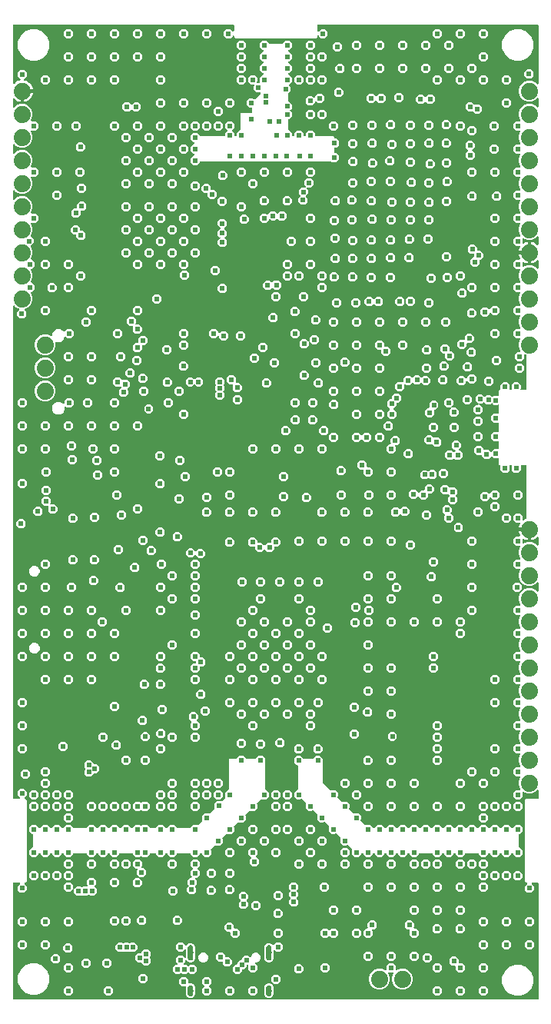
<source format=gbr>
G04 EAGLE Gerber RS-274X export*
G75*
%MOMM*%
%FSLAX34Y34*%
%LPD*%
%INCopper Layer 15*%
%IPPOS*%
%AMOC8*
5,1,8,0,0,1.08239X$1,22.5*%
G01*
%ADD10C,0.660000*%
%ADD11C,1.879600*%
%ADD12C,0.609600*%

G36*
X197163Y2780D02*
X197163Y2780D01*
X197279Y2794D01*
X197294Y2800D01*
X197310Y2803D01*
X197415Y2853D01*
X197523Y2901D01*
X197535Y2911D01*
X197549Y2918D01*
X197635Y2998D01*
X197723Y3075D01*
X197732Y3089D01*
X197744Y3100D01*
X197802Y3201D01*
X197864Y3301D01*
X197868Y3316D01*
X197876Y3330D01*
X197901Y3444D01*
X197931Y3558D01*
X197930Y3574D01*
X197933Y3590D01*
X197924Y3706D01*
X197919Y3823D01*
X197913Y3839D01*
X197912Y3855D01*
X197868Y3963D01*
X197829Y4074D01*
X197819Y4086D01*
X197813Y4102D01*
X197739Y4193D01*
X197669Y4286D01*
X197658Y4293D01*
X197645Y4308D01*
X197424Y4455D01*
X197379Y4465D01*
X197341Y4489D01*
X197098Y4574D01*
X196954Y4602D01*
X196904Y4619D01*
X196641Y4648D01*
X196428Y4640D01*
X196404Y4651D01*
X196278Y4767D01*
X196260Y4776D01*
X196251Y4785D01*
X196027Y4925D01*
X195893Y4984D01*
X195848Y5012D01*
X195599Y5099D01*
X195389Y5138D01*
X195368Y5154D01*
X195271Y5295D01*
X195256Y5308D01*
X195249Y5319D01*
X195062Y5506D01*
X194944Y5593D01*
X194906Y5630D01*
X194683Y5770D01*
X194487Y5856D01*
X194470Y5875D01*
X194407Y6035D01*
X194395Y6050D01*
X194390Y6063D01*
X194250Y6286D01*
X194154Y6398D01*
X194126Y6442D01*
X193939Y6629D01*
X193767Y6756D01*
X193755Y6779D01*
X193729Y6948D01*
X193720Y6966D01*
X193719Y6979D01*
X193632Y7228D01*
X193563Y7358D01*
X193545Y7407D01*
X193405Y7631D01*
X193265Y7793D01*
X193259Y7818D01*
X193271Y7989D01*
X193267Y8008D01*
X193268Y8021D01*
X193240Y8269D01*
X193213Y8370D01*
X193193Y8472D01*
X193181Y8491D01*
X193171Y8526D01*
X193102Y8635D01*
X193074Y8819D01*
X193066Y8836D01*
X193064Y8849D01*
X193027Y8955D01*
X193028Y8956D01*
X193030Y8960D01*
X193034Y8977D01*
X193043Y9005D01*
X193068Y9053D01*
X193073Y9103D01*
X193104Y9205D01*
X193104Y9292D01*
X193114Y9337D01*
X193105Y9400D01*
X193109Y9437D01*
X193030Y10135D01*
X193030Y10136D01*
X193035Y10158D01*
X193053Y10189D01*
X193112Y10448D01*
X193109Y10488D01*
X193114Y10513D01*
X193114Y10607D01*
X193074Y10870D01*
X193052Y10916D01*
X193047Y10947D01*
X192819Y11496D01*
X192819Y13604D01*
X193047Y14153D01*
X193110Y14411D01*
X193108Y14463D01*
X193114Y14493D01*
X193114Y14687D01*
X193099Y14790D01*
X193090Y14894D01*
X193080Y14915D01*
X193074Y14950D01*
X193028Y15046D01*
X193109Y15763D01*
X193107Y15818D01*
X193110Y15844D01*
X193114Y15863D01*
X193114Y15868D01*
X193114Y15873D01*
X193110Y15889D01*
X193102Y15946D01*
X193099Y16029D01*
X193082Y16076D01*
X193074Y16126D01*
X193037Y16203D01*
X193036Y16205D01*
X193027Y16245D01*
X193064Y16351D01*
X193114Y16612D01*
X193111Y16632D01*
X193114Y16644D01*
X193114Y16733D01*
X193123Y16759D01*
X193125Y16811D01*
X193136Y16862D01*
X193130Y16943D01*
X193133Y17025D01*
X193119Y17075D01*
X193115Y17127D01*
X193084Y17203D01*
X193063Y17282D01*
X193035Y17325D01*
X193016Y17374D01*
X192964Y17437D01*
X192921Y17506D01*
X192881Y17540D01*
X192848Y17580D01*
X192780Y17625D01*
X192718Y17678D01*
X192670Y17699D01*
X192627Y17727D01*
X192577Y17739D01*
X192474Y17783D01*
X192295Y17801D01*
X192250Y17811D01*
X188409Y17811D01*
X185451Y20769D01*
X185451Y24951D01*
X188409Y27909D01*
X192591Y27909D01*
X195549Y24951D01*
X195549Y21458D01*
X195549Y21455D01*
X195549Y21452D01*
X195569Y21325D01*
X195589Y21196D01*
X195590Y21193D01*
X195590Y21190D01*
X195647Y21074D01*
X195704Y20956D01*
X195706Y20954D01*
X195708Y20951D01*
X195796Y20858D01*
X195886Y20762D01*
X195888Y20760D01*
X195891Y20758D01*
X195901Y20753D01*
X196116Y20630D01*
X196199Y20612D01*
X196239Y20592D01*
X196344Y20568D01*
X196609Y20549D01*
X196628Y20553D01*
X196641Y20552D01*
X196904Y20581D01*
X197046Y20620D01*
X197098Y20626D01*
X197347Y20713D01*
X197536Y20813D01*
X197562Y20814D01*
X197726Y20763D01*
X197746Y20763D01*
X197758Y20759D01*
X198021Y20730D01*
X198167Y20735D01*
X198220Y20730D01*
X198482Y20759D01*
X198688Y20815D01*
X198714Y20810D01*
X198863Y20724D01*
X198882Y20720D01*
X198893Y20713D01*
X199142Y20626D01*
X199286Y20598D01*
X199336Y20581D01*
X199599Y20552D01*
X199812Y20560D01*
X199836Y20550D01*
X199962Y20433D01*
X199980Y20424D01*
X199989Y20415D01*
X200213Y20275D01*
X200347Y20216D01*
X200392Y20188D01*
X200641Y20101D01*
X200851Y20062D01*
X200867Y20050D01*
X200883Y20031D01*
X200969Y19904D01*
X200984Y19892D01*
X200991Y19881D01*
X201178Y19694D01*
X201296Y19607D01*
X201334Y19570D01*
X201557Y19430D01*
X201753Y19344D01*
X201770Y19325D01*
X201833Y19165D01*
X201845Y19150D01*
X201850Y19138D01*
X201990Y18914D01*
X202086Y18802D01*
X202114Y18758D01*
X202301Y18571D01*
X202473Y18445D01*
X202485Y18421D01*
X202511Y18252D01*
X202520Y18234D01*
X202521Y18221D01*
X202608Y17972D01*
X202677Y17842D01*
X202695Y17793D01*
X202835Y17569D01*
X202975Y17407D01*
X202981Y17382D01*
X202969Y17211D01*
X202973Y17192D01*
X202972Y17179D01*
X203000Y16931D01*
X203027Y16830D01*
X203047Y16728D01*
X203059Y16709D01*
X203069Y16674D01*
X203138Y16565D01*
X203166Y16381D01*
X203174Y16364D01*
X203176Y16351D01*
X203213Y16245D01*
X203212Y16244D01*
X203210Y16240D01*
X203206Y16223D01*
X203197Y16195D01*
X203172Y16147D01*
X203167Y16097D01*
X203136Y15995D01*
X203136Y15908D01*
X203126Y15863D01*
X203135Y15800D01*
X203131Y15763D01*
X203210Y15065D01*
X203210Y15064D01*
X203205Y15042D01*
X203187Y15011D01*
X203128Y14752D01*
X203131Y14712D01*
X203126Y14687D01*
X203126Y14493D01*
X203166Y14230D01*
X203188Y14184D01*
X203193Y14153D01*
X203421Y13604D01*
X203421Y11496D01*
X203193Y10947D01*
X203130Y10689D01*
X203133Y10637D01*
X203126Y10607D01*
X203126Y10513D01*
X203141Y10410D01*
X203150Y10306D01*
X203160Y10285D01*
X203166Y10250D01*
X203212Y10154D01*
X203131Y9437D01*
X203133Y9382D01*
X203130Y9355D01*
X203126Y9337D01*
X203126Y9332D01*
X203126Y9327D01*
X203130Y9311D01*
X203138Y9254D01*
X203141Y9171D01*
X203158Y9124D01*
X203166Y9074D01*
X203203Y8997D01*
X203204Y8995D01*
X203213Y8955D01*
X203176Y8849D01*
X203138Y8649D01*
X203125Y8634D01*
X203118Y8613D01*
X203097Y8584D01*
X203009Y8333D01*
X203008Y8293D01*
X203000Y8269D01*
X202972Y8021D01*
X202980Y7808D01*
X202970Y7784D01*
X202853Y7658D01*
X202844Y7640D01*
X202835Y7631D01*
X202695Y7407D01*
X202636Y7272D01*
X202608Y7228D01*
X202521Y6979D01*
X202482Y6769D01*
X202466Y6748D01*
X202324Y6651D01*
X202312Y6636D01*
X202301Y6629D01*
X202114Y6442D01*
X202027Y6324D01*
X201990Y6286D01*
X201850Y6062D01*
X201764Y5867D01*
X201745Y5850D01*
X201585Y5787D01*
X201570Y5775D01*
X201558Y5770D01*
X201334Y5630D01*
X201222Y5534D01*
X201178Y5506D01*
X200991Y5319D01*
X200864Y5147D01*
X200841Y5135D01*
X200672Y5109D01*
X200654Y5100D01*
X200641Y5099D01*
X200392Y5012D01*
X200262Y4943D01*
X200213Y4925D01*
X199989Y4785D01*
X199827Y4645D01*
X199802Y4639D01*
X199631Y4651D01*
X199612Y4647D01*
X199599Y4648D01*
X199336Y4619D01*
X199194Y4580D01*
X199142Y4574D01*
X198899Y4489D01*
X198796Y4435D01*
X198691Y4384D01*
X198679Y4373D01*
X198664Y4365D01*
X198582Y4283D01*
X198496Y4202D01*
X198488Y4188D01*
X198477Y4177D01*
X198423Y4073D01*
X198364Y3972D01*
X198361Y3956D01*
X198353Y3941D01*
X198332Y3826D01*
X198307Y3712D01*
X198308Y3696D01*
X198305Y3680D01*
X198319Y3563D01*
X198328Y3447D01*
X198334Y3432D01*
X198336Y3416D01*
X198384Y3309D01*
X198427Y3200D01*
X198437Y3188D01*
X198444Y3173D01*
X198521Y3085D01*
X198595Y2994D01*
X198608Y2985D01*
X198619Y2973D01*
X198718Y2912D01*
X198816Y2847D01*
X198829Y2844D01*
X198845Y2834D01*
X199103Y2767D01*
X199148Y2773D01*
X199193Y2763D01*
X283407Y2763D01*
X283523Y2780D01*
X283639Y2794D01*
X283654Y2800D01*
X283670Y2803D01*
X283775Y2853D01*
X283883Y2901D01*
X283895Y2911D01*
X283909Y2918D01*
X283995Y2998D01*
X284083Y3075D01*
X284092Y3089D01*
X284104Y3100D01*
X284162Y3201D01*
X284224Y3301D01*
X284228Y3316D01*
X284236Y3330D01*
X284261Y3444D01*
X284291Y3558D01*
X284290Y3574D01*
X284293Y3590D01*
X284284Y3706D01*
X284279Y3823D01*
X284273Y3839D01*
X284272Y3855D01*
X284228Y3963D01*
X284189Y4074D01*
X284179Y4086D01*
X284173Y4102D01*
X284099Y4193D01*
X284029Y4286D01*
X284018Y4293D01*
X284005Y4308D01*
X283784Y4455D01*
X283739Y4465D01*
X283701Y4489D01*
X283458Y4574D01*
X283314Y4602D01*
X283264Y4619D01*
X283001Y4648D01*
X282788Y4640D01*
X282764Y4650D01*
X282638Y4767D01*
X282620Y4776D01*
X282611Y4785D01*
X282387Y4925D01*
X282253Y4984D01*
X282208Y5012D01*
X281959Y5099D01*
X281749Y5138D01*
X281728Y5154D01*
X281631Y5295D01*
X281616Y5308D01*
X281609Y5319D01*
X281422Y5506D01*
X281304Y5593D01*
X281266Y5630D01*
X281043Y5770D01*
X280847Y5856D01*
X280830Y5875D01*
X280767Y6035D01*
X280755Y6050D01*
X280750Y6063D01*
X280610Y6286D01*
X280514Y6398D01*
X280486Y6442D01*
X280299Y6629D01*
X280127Y6755D01*
X280115Y6779D01*
X280089Y6948D01*
X280080Y6966D01*
X280079Y6979D01*
X279992Y7228D01*
X279923Y7358D01*
X279905Y7407D01*
X279765Y7631D01*
X279625Y7793D01*
X279619Y7818D01*
X279631Y7989D01*
X279627Y8008D01*
X279628Y8021D01*
X279600Y8269D01*
X279573Y8370D01*
X279553Y8472D01*
X279541Y8491D01*
X279531Y8526D01*
X279462Y8635D01*
X279434Y8819D01*
X279426Y8836D01*
X279424Y8849D01*
X279387Y8955D01*
X279388Y8956D01*
X279390Y8960D01*
X279394Y8977D01*
X279403Y9005D01*
X279428Y9053D01*
X279433Y9103D01*
X279464Y9205D01*
X279464Y9292D01*
X279474Y9337D01*
X279465Y9400D01*
X279469Y9437D01*
X279390Y10135D01*
X279390Y10136D01*
X279395Y10158D01*
X279413Y10189D01*
X279472Y10448D01*
X279469Y10488D01*
X279474Y10513D01*
X279474Y10607D01*
X279434Y10870D01*
X279412Y10916D01*
X279407Y10947D01*
X279179Y11496D01*
X279179Y13604D01*
X279407Y14153D01*
X279470Y14411D01*
X279467Y14463D01*
X279474Y14493D01*
X279474Y14687D01*
X279459Y14790D01*
X279450Y14894D01*
X279440Y14915D01*
X279434Y14950D01*
X279388Y15046D01*
X279469Y15763D01*
X279467Y15818D01*
X279470Y15844D01*
X279474Y15863D01*
X279474Y15868D01*
X279474Y15873D01*
X279470Y15889D01*
X279462Y15946D01*
X279459Y16029D01*
X279442Y16076D01*
X279434Y16126D01*
X279397Y16203D01*
X279396Y16205D01*
X279387Y16245D01*
X279424Y16351D01*
X279462Y16551D01*
X279475Y16566D01*
X279482Y16587D01*
X279503Y16616D01*
X279591Y16867D01*
X279592Y16907D01*
X279600Y16931D01*
X279628Y17179D01*
X279620Y17392D01*
X279630Y17416D01*
X279747Y17542D01*
X279756Y17560D01*
X279765Y17569D01*
X279905Y17793D01*
X279964Y17927D01*
X279992Y17972D01*
X280079Y18221D01*
X280118Y18431D01*
X280134Y18452D01*
X280276Y18549D01*
X280288Y18564D01*
X280299Y18571D01*
X280486Y18758D01*
X280573Y18876D01*
X280610Y18914D01*
X280750Y19137D01*
X280817Y19290D01*
X280833Y19319D01*
X280837Y19334D01*
X280855Y19350D01*
X281015Y19413D01*
X281030Y19425D01*
X281042Y19430D01*
X281266Y19570D01*
X281378Y19666D01*
X281422Y19694D01*
X281609Y19881D01*
X281663Y19955D01*
X281686Y19976D01*
X281710Y20019D01*
X281735Y20053D01*
X281759Y20065D01*
X281928Y20091D01*
X281946Y20100D01*
X281959Y20101D01*
X282208Y20188D01*
X282338Y20257D01*
X282387Y20275D01*
X282611Y20415D01*
X282773Y20555D01*
X282798Y20561D01*
X282969Y20549D01*
X282988Y20553D01*
X283001Y20552D01*
X283264Y20581D01*
X283406Y20620D01*
X283458Y20626D01*
X283707Y20713D01*
X283896Y20813D01*
X283922Y20814D01*
X284086Y20763D01*
X284106Y20763D01*
X284118Y20759D01*
X284381Y20730D01*
X284527Y20735D01*
X284580Y20730D01*
X284842Y20759D01*
X285048Y20815D01*
X285074Y20810D01*
X285223Y20724D01*
X285242Y20720D01*
X285253Y20713D01*
X285502Y20626D01*
X285646Y20598D01*
X285696Y20581D01*
X285959Y20552D01*
X286172Y20560D01*
X286196Y20550D01*
X286322Y20433D01*
X286340Y20424D01*
X286349Y20415D01*
X286573Y20275D01*
X286707Y20216D01*
X286752Y20188D01*
X287001Y20101D01*
X287211Y20062D01*
X287227Y20050D01*
X287243Y20031D01*
X287329Y19904D01*
X287344Y19892D01*
X287351Y19881D01*
X287538Y19694D01*
X287656Y19607D01*
X287694Y19570D01*
X287917Y19430D01*
X288113Y19344D01*
X288130Y19325D01*
X288193Y19165D01*
X288205Y19150D01*
X288210Y19138D01*
X288350Y18914D01*
X288446Y18802D01*
X288474Y18758D01*
X288661Y18571D01*
X288833Y18445D01*
X288845Y18421D01*
X288871Y18252D01*
X288880Y18234D01*
X288881Y18221D01*
X288968Y17972D01*
X289037Y17842D01*
X289055Y17793D01*
X289195Y17569D01*
X289335Y17407D01*
X289341Y17382D01*
X289329Y17211D01*
X289333Y17192D01*
X289332Y17179D01*
X289360Y16931D01*
X289387Y16830D01*
X289407Y16728D01*
X289419Y16709D01*
X289429Y16674D01*
X289498Y16565D01*
X289526Y16381D01*
X289534Y16364D01*
X289536Y16351D01*
X289573Y16245D01*
X289572Y16244D01*
X289570Y16240D01*
X289566Y16223D01*
X289557Y16195D01*
X289532Y16147D01*
X289527Y16097D01*
X289496Y15995D01*
X289496Y15908D01*
X289486Y15863D01*
X289495Y15800D01*
X289491Y15763D01*
X289570Y15065D01*
X289570Y15064D01*
X289565Y15042D01*
X289547Y15011D01*
X289488Y14752D01*
X289491Y14712D01*
X289486Y14687D01*
X289486Y14493D01*
X289526Y14230D01*
X289548Y14184D01*
X289553Y14153D01*
X289781Y13604D01*
X289781Y11496D01*
X289553Y10947D01*
X289490Y10689D01*
X289493Y10637D01*
X289486Y10607D01*
X289486Y10513D01*
X289501Y10410D01*
X289510Y10306D01*
X289520Y10285D01*
X289526Y10250D01*
X289572Y10154D01*
X289491Y9437D01*
X289493Y9382D01*
X289490Y9356D01*
X289486Y9337D01*
X289486Y9332D01*
X289486Y9327D01*
X289490Y9310D01*
X289498Y9254D01*
X289501Y9171D01*
X289518Y9125D01*
X289526Y9074D01*
X289563Y8997D01*
X289564Y8994D01*
X289573Y8955D01*
X289536Y8849D01*
X289498Y8649D01*
X289485Y8634D01*
X289478Y8613D01*
X289457Y8584D01*
X289369Y8333D01*
X289368Y8293D01*
X289360Y8269D01*
X289332Y8021D01*
X289340Y7808D01*
X289329Y7784D01*
X289213Y7658D01*
X289204Y7640D01*
X289195Y7631D01*
X289055Y7407D01*
X288996Y7273D01*
X288968Y7228D01*
X288881Y6979D01*
X288842Y6769D01*
X288826Y6748D01*
X288685Y6651D01*
X288672Y6636D01*
X288661Y6629D01*
X288474Y6442D01*
X288387Y6323D01*
X288350Y6286D01*
X288210Y6062D01*
X288124Y5867D01*
X288105Y5850D01*
X287945Y5787D01*
X287930Y5775D01*
X287917Y5770D01*
X287694Y5630D01*
X287582Y5534D01*
X287538Y5506D01*
X287351Y5319D01*
X287224Y5147D01*
X287201Y5135D01*
X287032Y5109D01*
X287014Y5100D01*
X287001Y5099D01*
X286752Y5012D01*
X286622Y4943D01*
X286573Y4925D01*
X286349Y4785D01*
X286187Y4645D01*
X286162Y4639D01*
X285991Y4651D01*
X285972Y4647D01*
X285959Y4648D01*
X285696Y4619D01*
X285554Y4580D01*
X285502Y4574D01*
X285259Y4489D01*
X285156Y4435D01*
X285051Y4384D01*
X285039Y4373D01*
X285024Y4365D01*
X284942Y4283D01*
X284856Y4202D01*
X284848Y4188D01*
X284837Y4177D01*
X284783Y4073D01*
X284724Y3972D01*
X284721Y3956D01*
X284713Y3941D01*
X284692Y3826D01*
X284667Y3712D01*
X284668Y3696D01*
X284665Y3680D01*
X284679Y3563D01*
X284688Y3447D01*
X284694Y3432D01*
X284696Y3416D01*
X284744Y3309D01*
X284787Y3200D01*
X284797Y3188D01*
X284804Y3173D01*
X284881Y3085D01*
X284955Y2994D01*
X284968Y2985D01*
X284979Y2973D01*
X285078Y2912D01*
X285176Y2847D01*
X285189Y2844D01*
X285205Y2834D01*
X285463Y2767D01*
X285508Y2773D01*
X285553Y2763D01*
X580549Y2763D01*
X580651Y2778D01*
X580753Y2786D01*
X580781Y2798D01*
X580812Y2803D01*
X580904Y2847D01*
X581000Y2885D01*
X581023Y2905D01*
X581051Y2918D01*
X581126Y2988D01*
X581206Y3053D01*
X581223Y3079D01*
X581245Y3100D01*
X581296Y3189D01*
X581353Y3274D01*
X581359Y3298D01*
X581377Y3330D01*
X581435Y3590D01*
X581432Y3628D01*
X581437Y3651D01*
X581437Y130969D01*
X581422Y131071D01*
X581414Y131173D01*
X581402Y131201D01*
X581397Y131232D01*
X581353Y131324D01*
X581315Y131420D01*
X581295Y131443D01*
X581282Y131471D01*
X581212Y131546D01*
X581147Y131626D01*
X581121Y131643D01*
X581100Y131665D01*
X581011Y131716D01*
X580926Y131773D01*
X580902Y131779D01*
X580870Y131797D01*
X580610Y131855D01*
X580572Y131852D01*
X580549Y131857D01*
X574657Y131857D01*
X574606Y131850D01*
X574555Y131851D01*
X574475Y131830D01*
X574394Y131817D01*
X574348Y131795D01*
X574298Y131781D01*
X574229Y131737D01*
X574155Y131702D01*
X574117Y131667D01*
X574074Y131639D01*
X574021Y131576D01*
X573961Y131520D01*
X573935Y131476D01*
X573902Y131436D01*
X573869Y131361D01*
X573829Y131290D01*
X573818Y131239D01*
X573797Y131192D01*
X573789Y131110D01*
X573771Y131030D01*
X573775Y130979D01*
X573770Y130927D01*
X573786Y130847D01*
X573793Y130765D01*
X573812Y130717D01*
X573822Y130667D01*
X573850Y130623D01*
X573892Y130518D01*
X574005Y130379D01*
X574029Y130341D01*
X576549Y127821D01*
X576549Y123639D01*
X573591Y120681D01*
X569409Y120681D01*
X566451Y123639D01*
X566451Y127821D01*
X568971Y130341D01*
X569002Y130382D01*
X569039Y130418D01*
X569080Y130489D01*
X569129Y130555D01*
X569146Y130604D01*
X569171Y130648D01*
X569189Y130728D01*
X569216Y130806D01*
X569218Y130858D01*
X569229Y130908D01*
X569222Y130990D01*
X569225Y131072D01*
X569212Y131121D01*
X569207Y131173D01*
X569177Y131249D01*
X569155Y131328D01*
X569128Y131372D01*
X569108Y131420D01*
X569057Y131483D01*
X569013Y131552D01*
X568973Y131586D01*
X568941Y131626D01*
X568872Y131671D01*
X568810Y131724D01*
X568763Y131745D01*
X568720Y131773D01*
X568669Y131785D01*
X568566Y131829D01*
X568387Y131847D01*
X568343Y131857D01*
X567816Y131857D01*
X566197Y133476D01*
X566197Y222124D01*
X567816Y223743D01*
X580549Y223743D01*
X580651Y223758D01*
X580753Y223766D01*
X580781Y223778D01*
X580812Y223783D01*
X580904Y223827D01*
X581000Y223865D01*
X581023Y223885D01*
X581051Y223898D01*
X581126Y223968D01*
X581206Y224033D01*
X581223Y224059D01*
X581245Y224080D01*
X581296Y224169D01*
X581353Y224254D01*
X581359Y224278D01*
X581377Y224310D01*
X581435Y224570D01*
X581432Y224608D01*
X581437Y224631D01*
X581437Y232973D01*
X581430Y233024D01*
X581431Y233075D01*
X581410Y233155D01*
X581397Y233235D01*
X581375Y233282D01*
X581361Y233332D01*
X581317Y233401D01*
X581282Y233475D01*
X581247Y233512D01*
X581219Y233556D01*
X581156Y233609D01*
X581100Y233669D01*
X581056Y233695D01*
X581016Y233728D01*
X580941Y233760D01*
X580870Y233801D01*
X580819Y233812D01*
X580772Y233833D01*
X580690Y233841D01*
X580610Y233859D01*
X580559Y233855D01*
X580507Y233860D01*
X580427Y233844D01*
X580345Y233837D01*
X580297Y233818D01*
X580247Y233808D01*
X580203Y233780D01*
X580098Y233738D01*
X579959Y233625D01*
X579921Y233601D01*
X577957Y231637D01*
X573767Y229901D01*
X569233Y229901D01*
X565077Y231623D01*
X565067Y231625D01*
X565058Y231630D01*
X564938Y231657D01*
X564819Y231686D01*
X564808Y231686D01*
X564798Y231688D01*
X564676Y231678D01*
X564553Y231671D01*
X564544Y231667D01*
X564533Y231667D01*
X564419Y231621D01*
X564305Y231578D01*
X564296Y231571D01*
X564286Y231568D01*
X564191Y231490D01*
X564094Y231415D01*
X564088Y231407D01*
X564080Y231400D01*
X564012Y231298D01*
X563942Y231198D01*
X563938Y231188D01*
X563933Y231179D01*
X563926Y231148D01*
X563860Y230945D01*
X563859Y230849D01*
X563849Y230802D01*
X563849Y226509D01*
X560891Y223551D01*
X556709Y223551D01*
X553751Y226509D01*
X553751Y230691D01*
X556709Y233649D01*
X561002Y233649D01*
X561012Y233650D01*
X561023Y233649D01*
X561143Y233670D01*
X561265Y233689D01*
X561274Y233693D01*
X561285Y233695D01*
X561393Y233751D01*
X561504Y233804D01*
X561512Y233812D01*
X561521Y233816D01*
X561608Y233902D01*
X561698Y233986D01*
X561704Y233995D01*
X561711Y234002D01*
X561770Y234110D01*
X561830Y234216D01*
X561833Y234227D01*
X561838Y234236D01*
X561862Y234356D01*
X561888Y234476D01*
X561887Y234486D01*
X561889Y234497D01*
X561884Y234527D01*
X561867Y234741D01*
X561831Y234829D01*
X561823Y234877D01*
X560101Y239033D01*
X560101Y243567D01*
X561823Y247723D01*
X561825Y247733D01*
X561830Y247742D01*
X561857Y247862D01*
X561886Y247981D01*
X561886Y247992D01*
X561888Y248002D01*
X561878Y248124D01*
X561871Y248247D01*
X561867Y248256D01*
X561867Y248267D01*
X561821Y248381D01*
X561778Y248495D01*
X561771Y248504D01*
X561768Y248514D01*
X561690Y248609D01*
X561615Y248706D01*
X561607Y248712D01*
X561600Y248720D01*
X561498Y248788D01*
X561398Y248858D01*
X561388Y248862D01*
X561379Y248867D01*
X561348Y248874D01*
X561145Y248940D01*
X561049Y248941D01*
X561002Y248951D01*
X556709Y248951D01*
X553751Y251909D01*
X553751Y256091D01*
X556709Y259049D01*
X561002Y259049D01*
X561012Y259050D01*
X561023Y259049D01*
X561143Y259070D01*
X561265Y259089D01*
X561274Y259093D01*
X561285Y259095D01*
X561394Y259151D01*
X561504Y259204D01*
X561512Y259211D01*
X561521Y259216D01*
X561609Y259302D01*
X561698Y259386D01*
X561704Y259395D01*
X561711Y259402D01*
X561770Y259510D01*
X561830Y259616D01*
X561833Y259627D01*
X561838Y259636D01*
X561862Y259756D01*
X561888Y259876D01*
X561887Y259886D01*
X561889Y259897D01*
X561884Y259927D01*
X561867Y260141D01*
X561831Y260229D01*
X561823Y260277D01*
X560101Y264433D01*
X560101Y268967D01*
X561823Y273123D01*
X561825Y273133D01*
X561830Y273142D01*
X561857Y273262D01*
X561887Y273381D01*
X561886Y273392D01*
X561888Y273402D01*
X561878Y273524D01*
X561871Y273647D01*
X561867Y273656D01*
X561867Y273667D01*
X561821Y273781D01*
X561778Y273895D01*
X561772Y273904D01*
X561768Y273914D01*
X561690Y274009D01*
X561615Y274106D01*
X561607Y274112D01*
X561600Y274120D01*
X561498Y274188D01*
X561398Y274258D01*
X561388Y274262D01*
X561379Y274267D01*
X561348Y274274D01*
X561145Y274340D01*
X561049Y274341D01*
X561002Y274351D01*
X556709Y274351D01*
X553751Y277309D01*
X553751Y281491D01*
X556709Y284449D01*
X561002Y284449D01*
X561012Y284450D01*
X561023Y284449D01*
X561143Y284470D01*
X561265Y284489D01*
X561274Y284493D01*
X561285Y284495D01*
X561394Y284551D01*
X561504Y284604D01*
X561512Y284611D01*
X561521Y284616D01*
X561609Y284702D01*
X561698Y284786D01*
X561704Y284795D01*
X561711Y284802D01*
X561770Y284910D01*
X561830Y285016D01*
X561833Y285027D01*
X561838Y285036D01*
X561862Y285156D01*
X561888Y285276D01*
X561887Y285286D01*
X561889Y285297D01*
X561884Y285327D01*
X561867Y285541D01*
X561831Y285629D01*
X561823Y285677D01*
X560101Y289833D01*
X560101Y294367D01*
X561823Y298523D01*
X561825Y298533D01*
X561830Y298542D01*
X561857Y298662D01*
X561887Y298781D01*
X561886Y298792D01*
X561888Y298802D01*
X561878Y298924D01*
X561871Y299047D01*
X561867Y299056D01*
X561867Y299067D01*
X561821Y299181D01*
X561778Y299295D01*
X561772Y299304D01*
X561768Y299314D01*
X561690Y299409D01*
X561615Y299506D01*
X561607Y299512D01*
X561600Y299520D01*
X561498Y299588D01*
X561398Y299658D01*
X561388Y299662D01*
X561379Y299667D01*
X561348Y299674D01*
X561145Y299740D01*
X561049Y299741D01*
X561002Y299751D01*
X556709Y299751D01*
X553751Y302709D01*
X553751Y306891D01*
X556709Y309849D01*
X561002Y309849D01*
X561012Y309850D01*
X561023Y309849D01*
X561143Y309870D01*
X561265Y309889D01*
X561274Y309893D01*
X561285Y309895D01*
X561394Y309951D01*
X561504Y310004D01*
X561512Y310011D01*
X561521Y310016D01*
X561609Y310102D01*
X561698Y310186D01*
X561704Y310195D01*
X561711Y310202D01*
X561770Y310310D01*
X561830Y310416D01*
X561833Y310427D01*
X561838Y310436D01*
X561862Y310556D01*
X561888Y310676D01*
X561887Y310686D01*
X561889Y310697D01*
X561884Y310727D01*
X561867Y310941D01*
X561831Y311029D01*
X561823Y311077D01*
X560101Y315233D01*
X560101Y319767D01*
X561823Y323923D01*
X561825Y323933D01*
X561830Y323942D01*
X561857Y324062D01*
X561887Y324181D01*
X561886Y324192D01*
X561888Y324202D01*
X561878Y324324D01*
X561871Y324447D01*
X561867Y324456D01*
X561867Y324467D01*
X561821Y324581D01*
X561778Y324695D01*
X561772Y324704D01*
X561768Y324714D01*
X561690Y324809D01*
X561615Y324906D01*
X561607Y324912D01*
X561600Y324920D01*
X561498Y324988D01*
X561398Y325058D01*
X561388Y325062D01*
X561379Y325067D01*
X561348Y325074D01*
X561145Y325140D01*
X561049Y325141D01*
X561002Y325151D01*
X556709Y325151D01*
X553751Y328109D01*
X553751Y332291D01*
X556709Y335249D01*
X561002Y335249D01*
X561012Y335250D01*
X561023Y335249D01*
X561143Y335270D01*
X561265Y335289D01*
X561274Y335293D01*
X561285Y335295D01*
X561394Y335351D01*
X561504Y335404D01*
X561512Y335411D01*
X561521Y335416D01*
X561609Y335502D01*
X561698Y335586D01*
X561704Y335595D01*
X561711Y335602D01*
X561770Y335710D01*
X561830Y335816D01*
X561833Y335827D01*
X561838Y335836D01*
X561862Y335956D01*
X561888Y336076D01*
X561887Y336086D01*
X561889Y336097D01*
X561884Y336127D01*
X561867Y336341D01*
X561831Y336429D01*
X561823Y336477D01*
X560101Y340633D01*
X560101Y345167D01*
X561823Y349323D01*
X561825Y349333D01*
X561830Y349342D01*
X561857Y349462D01*
X561887Y349581D01*
X561886Y349592D01*
X561888Y349602D01*
X561878Y349724D01*
X561871Y349847D01*
X561867Y349856D01*
X561867Y349867D01*
X561821Y349981D01*
X561778Y350095D01*
X561772Y350104D01*
X561768Y350114D01*
X561690Y350209D01*
X561615Y350306D01*
X561607Y350312D01*
X561600Y350320D01*
X561498Y350388D01*
X561398Y350458D01*
X561388Y350462D01*
X561379Y350467D01*
X561348Y350474D01*
X561145Y350540D01*
X561049Y350541D01*
X561002Y350551D01*
X556709Y350551D01*
X553751Y353509D01*
X553751Y357691D01*
X556709Y360649D01*
X561002Y360649D01*
X561012Y360650D01*
X561023Y360649D01*
X561143Y360670D01*
X561265Y360689D01*
X561274Y360693D01*
X561285Y360695D01*
X561394Y360751D01*
X561504Y360804D01*
X561512Y360811D01*
X561521Y360816D01*
X561609Y360902D01*
X561698Y360986D01*
X561704Y360995D01*
X561711Y361002D01*
X561770Y361110D01*
X561830Y361216D01*
X561833Y361227D01*
X561838Y361236D01*
X561862Y361356D01*
X561888Y361476D01*
X561887Y361486D01*
X561889Y361497D01*
X561884Y361527D01*
X561867Y361741D01*
X561831Y361829D01*
X561823Y361877D01*
X560101Y366033D01*
X560101Y370567D01*
X561823Y374723D01*
X561825Y374733D01*
X561830Y374742D01*
X561857Y374862D01*
X561886Y374981D01*
X561886Y374992D01*
X561888Y375002D01*
X561878Y375124D01*
X561871Y375247D01*
X561867Y375256D01*
X561867Y375267D01*
X561821Y375381D01*
X561778Y375495D01*
X561771Y375504D01*
X561768Y375514D01*
X561690Y375609D01*
X561615Y375706D01*
X561607Y375712D01*
X561600Y375720D01*
X561498Y375788D01*
X561398Y375858D01*
X561388Y375862D01*
X561379Y375867D01*
X561348Y375874D01*
X561145Y375940D01*
X561049Y375941D01*
X561002Y375951D01*
X556709Y375951D01*
X553751Y378909D01*
X553751Y383091D01*
X556709Y386049D01*
X561002Y386049D01*
X561012Y386050D01*
X561023Y386049D01*
X561143Y386070D01*
X561265Y386089D01*
X561274Y386093D01*
X561285Y386095D01*
X561393Y386151D01*
X561504Y386204D01*
X561512Y386212D01*
X561521Y386216D01*
X561608Y386302D01*
X561698Y386386D01*
X561704Y386395D01*
X561711Y386402D01*
X561770Y386510D01*
X561830Y386616D01*
X561833Y386627D01*
X561838Y386636D01*
X561862Y386756D01*
X561888Y386876D01*
X561887Y386886D01*
X561889Y386897D01*
X561884Y386927D01*
X561867Y387141D01*
X561831Y387229D01*
X561823Y387277D01*
X560101Y391433D01*
X560101Y395967D01*
X561823Y400123D01*
X561825Y400133D01*
X561830Y400142D01*
X561857Y400262D01*
X561886Y400381D01*
X561886Y400392D01*
X561888Y400402D01*
X561878Y400524D01*
X561871Y400647D01*
X561867Y400656D01*
X561867Y400667D01*
X561821Y400781D01*
X561778Y400895D01*
X561771Y400904D01*
X561768Y400914D01*
X561690Y401009D01*
X561615Y401106D01*
X561607Y401112D01*
X561600Y401120D01*
X561498Y401188D01*
X561398Y401258D01*
X561388Y401262D01*
X561379Y401267D01*
X561348Y401274D01*
X561145Y401340D01*
X561049Y401341D01*
X561002Y401351D01*
X556709Y401351D01*
X553751Y404309D01*
X553751Y408491D01*
X556709Y411449D01*
X561002Y411449D01*
X561012Y411450D01*
X561023Y411449D01*
X561143Y411470D01*
X561265Y411489D01*
X561274Y411493D01*
X561285Y411495D01*
X561393Y411551D01*
X561504Y411604D01*
X561512Y411612D01*
X561521Y411616D01*
X561608Y411702D01*
X561698Y411786D01*
X561704Y411795D01*
X561711Y411802D01*
X561770Y411910D01*
X561830Y412016D01*
X561833Y412027D01*
X561838Y412036D01*
X561862Y412156D01*
X561888Y412276D01*
X561887Y412286D01*
X561889Y412297D01*
X561884Y412327D01*
X561867Y412541D01*
X561831Y412629D01*
X561823Y412677D01*
X560101Y416833D01*
X560101Y421367D01*
X561823Y425523D01*
X561825Y425533D01*
X561830Y425542D01*
X561857Y425662D01*
X561886Y425781D01*
X561886Y425792D01*
X561888Y425802D01*
X561878Y425924D01*
X561871Y426047D01*
X561867Y426056D01*
X561867Y426067D01*
X561821Y426181D01*
X561778Y426295D01*
X561771Y426304D01*
X561768Y426314D01*
X561690Y426409D01*
X561615Y426506D01*
X561607Y426512D01*
X561600Y426520D01*
X561498Y426588D01*
X561398Y426658D01*
X561388Y426662D01*
X561379Y426667D01*
X561348Y426674D01*
X561145Y426740D01*
X561049Y426741D01*
X561002Y426751D01*
X556709Y426751D01*
X553751Y429709D01*
X553751Y433891D01*
X556709Y436849D01*
X561002Y436849D01*
X561012Y436850D01*
X561023Y436849D01*
X561143Y436870D01*
X561265Y436889D01*
X561274Y436893D01*
X561285Y436895D01*
X561393Y436951D01*
X561504Y437004D01*
X561512Y437012D01*
X561521Y437016D01*
X561608Y437102D01*
X561698Y437186D01*
X561704Y437195D01*
X561711Y437202D01*
X561770Y437310D01*
X561830Y437416D01*
X561833Y437427D01*
X561838Y437436D01*
X561862Y437556D01*
X561888Y437676D01*
X561887Y437686D01*
X561889Y437697D01*
X561884Y437727D01*
X561867Y437941D01*
X561831Y438029D01*
X561823Y438077D01*
X560101Y442233D01*
X560101Y446767D01*
X561837Y450957D01*
X565043Y454163D01*
X569233Y455899D01*
X573767Y455899D01*
X577957Y454163D01*
X579921Y452199D01*
X579962Y452169D01*
X579998Y452131D01*
X580069Y452090D01*
X580135Y452042D01*
X580184Y452025D01*
X580228Y451999D01*
X580308Y451981D01*
X580386Y451954D01*
X580438Y451952D01*
X580488Y451941D01*
X580570Y451948D01*
X580652Y451945D01*
X580701Y451959D01*
X580753Y451963D01*
X580829Y451993D01*
X580908Y452015D01*
X580952Y452043D01*
X581000Y452062D01*
X581063Y452114D01*
X581132Y452158D01*
X581166Y452197D01*
X581206Y452229D01*
X581251Y452298D01*
X581304Y452360D01*
X581325Y452408D01*
X581353Y452451D01*
X581365Y452501D01*
X581409Y452605D01*
X581427Y452783D01*
X581437Y452827D01*
X581437Y461573D01*
X581430Y461624D01*
X581431Y461675D01*
X581410Y461755D01*
X581397Y461835D01*
X581375Y461882D01*
X581361Y461932D01*
X581317Y462001D01*
X581282Y462075D01*
X581247Y462112D01*
X581219Y462156D01*
X581156Y462209D01*
X581100Y462269D01*
X581056Y462295D01*
X581016Y462328D01*
X580941Y462360D01*
X580870Y462401D01*
X580819Y462412D01*
X580772Y462433D01*
X580690Y462441D01*
X580610Y462459D01*
X580559Y462455D01*
X580507Y462460D01*
X580427Y462444D01*
X580345Y462437D01*
X580297Y462418D01*
X580247Y462408D01*
X580203Y462380D01*
X580098Y462338D01*
X579959Y462225D01*
X579921Y462201D01*
X577957Y460237D01*
X573767Y458501D01*
X569233Y458501D01*
X565043Y460237D01*
X561837Y463443D01*
X560101Y467633D01*
X560101Y472167D01*
X561823Y476323D01*
X561825Y476333D01*
X561830Y476342D01*
X561857Y476462D01*
X561886Y476581D01*
X561886Y476592D01*
X561888Y476602D01*
X561878Y476724D01*
X561871Y476847D01*
X561867Y476856D01*
X561867Y476867D01*
X561821Y476981D01*
X561778Y477095D01*
X561771Y477104D01*
X561768Y477114D01*
X561690Y477209D01*
X561615Y477306D01*
X561607Y477312D01*
X561600Y477320D01*
X561498Y477388D01*
X561398Y477458D01*
X561388Y477462D01*
X561379Y477467D01*
X561348Y477474D01*
X561145Y477540D01*
X561049Y477541D01*
X561002Y477551D01*
X556709Y477551D01*
X553751Y480509D01*
X553751Y484691D01*
X556709Y487649D01*
X561002Y487649D01*
X561012Y487650D01*
X561023Y487649D01*
X561143Y487670D01*
X561265Y487689D01*
X561274Y487693D01*
X561285Y487695D01*
X561393Y487751D01*
X561504Y487804D01*
X561512Y487812D01*
X561521Y487816D01*
X561608Y487902D01*
X561698Y487986D01*
X561704Y487995D01*
X561711Y488002D01*
X561770Y488110D01*
X561830Y488216D01*
X561833Y488227D01*
X561838Y488236D01*
X561862Y488356D01*
X561888Y488476D01*
X561887Y488486D01*
X561889Y488497D01*
X561884Y488527D01*
X561867Y488741D01*
X561831Y488829D01*
X561823Y488877D01*
X560101Y493033D01*
X560101Y497567D01*
X561823Y501723D01*
X561825Y501733D01*
X561830Y501742D01*
X561857Y501862D01*
X561886Y501981D01*
X561886Y501992D01*
X561888Y502002D01*
X561878Y502124D01*
X561871Y502247D01*
X561867Y502256D01*
X561867Y502267D01*
X561821Y502381D01*
X561778Y502495D01*
X561771Y502504D01*
X561768Y502514D01*
X561690Y502609D01*
X561615Y502706D01*
X561607Y502712D01*
X561600Y502720D01*
X561498Y502788D01*
X561398Y502858D01*
X561388Y502862D01*
X561379Y502867D01*
X561348Y502874D01*
X561145Y502940D01*
X561049Y502941D01*
X561002Y502951D01*
X556709Y502951D01*
X553751Y505909D01*
X553751Y510091D01*
X556709Y513049D01*
X560559Y513049D01*
X560672Y513066D01*
X560786Y513078D01*
X560803Y513086D01*
X560821Y513089D01*
X560925Y513139D01*
X561030Y513184D01*
X561044Y513196D01*
X561061Y513204D01*
X561145Y513283D01*
X561232Y513358D01*
X561242Y513373D01*
X561255Y513386D01*
X561312Y513485D01*
X561373Y513583D01*
X561378Y513601D01*
X561387Y513616D01*
X561412Y513728D01*
X561442Y513840D01*
X561441Y513858D01*
X561445Y513876D01*
X561435Y513991D01*
X561431Y514105D01*
X561425Y514119D01*
X561423Y514141D01*
X561324Y514388D01*
X561306Y514410D01*
X560436Y516117D01*
X559855Y517904D01*
X559694Y518923D01*
X569723Y518923D01*
X569723Y508894D01*
X568704Y509055D01*
X566917Y509636D01*
X565180Y510521D01*
X565165Y510526D01*
X565157Y510530D01*
X565058Y510587D01*
X565040Y510591D01*
X565023Y510599D01*
X564910Y510620D01*
X564798Y510645D01*
X564780Y510643D01*
X564762Y510647D01*
X564648Y510632D01*
X564533Y510623D01*
X564516Y510616D01*
X564498Y510614D01*
X564393Y510567D01*
X564286Y510524D01*
X564272Y510513D01*
X564255Y510505D01*
X564169Y510429D01*
X564080Y510357D01*
X564070Y510341D01*
X564056Y510329D01*
X563996Y510231D01*
X563933Y510135D01*
X563929Y510121D01*
X563918Y510102D01*
X563853Y509844D01*
X563856Y509790D01*
X563849Y509759D01*
X563849Y505798D01*
X563850Y505788D01*
X563849Y505777D01*
X563870Y505657D01*
X563889Y505535D01*
X563893Y505526D01*
X563895Y505515D01*
X563951Y505407D01*
X564004Y505296D01*
X564012Y505288D01*
X564016Y505279D01*
X564102Y505192D01*
X564186Y505102D01*
X564195Y505096D01*
X564202Y505089D01*
X564310Y505030D01*
X564416Y504970D01*
X564427Y504967D01*
X564436Y504962D01*
X564556Y504938D01*
X564676Y504912D01*
X564686Y504913D01*
X564697Y504911D01*
X564727Y504916D01*
X564941Y504933D01*
X565029Y504969D01*
X565077Y504977D01*
X569233Y506699D01*
X573767Y506699D01*
X577957Y504963D01*
X579921Y502999D01*
X579962Y502969D01*
X579998Y502931D01*
X580069Y502890D01*
X580135Y502842D01*
X580184Y502825D01*
X580228Y502799D01*
X580308Y502781D01*
X580386Y502754D01*
X580438Y502752D01*
X580488Y502741D01*
X580570Y502748D01*
X580652Y502745D01*
X580701Y502759D01*
X580753Y502763D01*
X580829Y502793D01*
X580908Y502815D01*
X580952Y502843D01*
X581000Y502862D01*
X581063Y502914D01*
X581132Y502958D01*
X581166Y502997D01*
X581206Y503029D01*
X581251Y503098D01*
X581304Y503160D01*
X581325Y503208D01*
X581353Y503251D01*
X581365Y503301D01*
X581409Y503405D01*
X581427Y503583D01*
X581437Y503627D01*
X581437Y511609D01*
X581430Y511660D01*
X581431Y511712D01*
X581410Y511791D01*
X581397Y511872D01*
X581375Y511918D01*
X581361Y511968D01*
X581317Y512037D01*
X581282Y512111D01*
X581246Y512149D01*
X581219Y512192D01*
X581156Y512245D01*
X581100Y512305D01*
X581056Y512331D01*
X581016Y512364D01*
X580941Y512397D01*
X580870Y512437D01*
X580819Y512449D01*
X580772Y512469D01*
X580690Y512477D01*
X580610Y512495D01*
X580559Y512491D01*
X580507Y512496D01*
X580427Y512480D01*
X580345Y512473D01*
X580297Y512454D01*
X580247Y512444D01*
X580203Y512416D01*
X580098Y512374D01*
X579959Y512261D01*
X579921Y512237D01*
X579278Y511594D01*
X577757Y510489D01*
X576083Y509636D01*
X574296Y509055D01*
X573277Y508894D01*
X573277Y519811D01*
X573262Y519912D01*
X573253Y520015D01*
X573242Y520043D01*
X573237Y520074D01*
X573193Y520166D01*
X573154Y520261D01*
X573135Y520285D01*
X573122Y520313D01*
X573052Y520388D01*
X572987Y520468D01*
X572961Y520485D01*
X572940Y520507D01*
X572851Y520558D01*
X572766Y520615D01*
X572742Y520620D01*
X572710Y520639D01*
X572450Y520697D01*
X572412Y520694D01*
X572389Y520699D01*
X571499Y520699D01*
X571499Y521589D01*
X571484Y521690D01*
X571475Y521793D01*
X571464Y521821D01*
X571459Y521852D01*
X571415Y521944D01*
X571376Y522039D01*
X571357Y522063D01*
X571344Y522091D01*
X571274Y522166D01*
X571209Y522246D01*
X571183Y522263D01*
X571162Y522285D01*
X571073Y522336D01*
X570988Y522393D01*
X570964Y522399D01*
X570931Y522417D01*
X570672Y522475D01*
X570634Y522472D01*
X570611Y522477D01*
X559694Y522477D01*
X559855Y523496D01*
X560436Y525283D01*
X561321Y527020D01*
X561326Y527035D01*
X561330Y527043D01*
X561387Y527142D01*
X561391Y527160D01*
X561399Y527177D01*
X561420Y527290D01*
X561445Y527402D01*
X561443Y527420D01*
X561447Y527438D01*
X561432Y527552D01*
X561423Y527667D01*
X561416Y527684D01*
X561414Y527702D01*
X561367Y527807D01*
X561324Y527914D01*
X561313Y527928D01*
X561305Y527945D01*
X561229Y528031D01*
X561157Y528120D01*
X561141Y528130D01*
X561129Y528144D01*
X561031Y528204D01*
X560935Y528267D01*
X560921Y528271D01*
X560902Y528282D01*
X560644Y528347D01*
X560590Y528344D01*
X560559Y528351D01*
X556709Y528351D01*
X553751Y531309D01*
X553751Y535491D01*
X556709Y538449D01*
X560891Y538449D01*
X563849Y535491D01*
X563849Y531641D01*
X563866Y531528D01*
X563878Y531414D01*
X563886Y531397D01*
X563889Y531379D01*
X563939Y531275D01*
X563984Y531170D01*
X563996Y531156D01*
X564004Y531139D01*
X564083Y531055D01*
X564158Y530968D01*
X564173Y530958D01*
X564186Y530945D01*
X564285Y530888D01*
X564383Y530827D01*
X564401Y530822D01*
X564416Y530813D01*
X564528Y530788D01*
X564640Y530758D01*
X564658Y530759D01*
X564676Y530755D01*
X564791Y530765D01*
X564905Y530769D01*
X564919Y530775D01*
X564941Y530777D01*
X565188Y530876D01*
X565210Y530894D01*
X566917Y531764D01*
X567964Y532104D01*
X568051Y532148D01*
X568141Y532184D01*
X568169Y532207D01*
X568202Y532223D01*
X568272Y532290D01*
X568347Y532351D01*
X568367Y532382D01*
X568394Y532407D01*
X568441Y532492D01*
X568494Y532572D01*
X568501Y532600D01*
X568523Y532640D01*
X568577Y532900D01*
X568574Y532930D01*
X568578Y532949D01*
X568578Y590550D01*
X568563Y590652D01*
X568555Y590754D01*
X568543Y590782D01*
X568538Y590813D01*
X568494Y590905D01*
X568456Y591001D01*
X568436Y591024D01*
X568423Y591052D01*
X568353Y591127D01*
X568288Y591207D01*
X568262Y591224D01*
X568241Y591246D01*
X568152Y591297D01*
X568067Y591354D01*
X568043Y591360D01*
X568011Y591378D01*
X567751Y591436D01*
X567713Y591433D01*
X567690Y591438D01*
X562751Y591438D01*
X562700Y591431D01*
X562648Y591432D01*
X562569Y591411D01*
X562488Y591398D01*
X562442Y591376D01*
X562392Y591362D01*
X562323Y591318D01*
X562249Y591283D01*
X562211Y591247D01*
X562168Y591220D01*
X562115Y591157D01*
X562055Y591101D01*
X562029Y591056D01*
X561996Y591017D01*
X561963Y590942D01*
X561923Y590871D01*
X561912Y590820D01*
X561891Y590773D01*
X561883Y590691D01*
X561865Y590611D01*
X561869Y590559D01*
X561864Y590508D01*
X561880Y590428D01*
X561887Y590346D01*
X561906Y590298D01*
X561916Y590248D01*
X561944Y590204D01*
X561944Y585919D01*
X558986Y582961D01*
X554804Y582961D01*
X551846Y585919D01*
X551846Y590193D01*
X551867Y590229D01*
X551885Y590309D01*
X551912Y590387D01*
X551914Y590438D01*
X551925Y590489D01*
X551918Y590571D01*
X551921Y590652D01*
X551908Y590702D01*
X551903Y590754D01*
X551873Y590830D01*
X551851Y590909D01*
X551824Y590952D01*
X551804Y591001D01*
X551753Y591064D01*
X551709Y591133D01*
X551669Y591167D01*
X551637Y591207D01*
X551569Y591252D01*
X551506Y591305D01*
X551459Y591326D01*
X551416Y591354D01*
X551365Y591366D01*
X551262Y591410D01*
X551083Y591428D01*
X551039Y591438D01*
X550686Y591438D01*
X550635Y591431D01*
X550583Y591432D01*
X550504Y591411D01*
X550423Y591398D01*
X550377Y591376D01*
X550327Y591362D01*
X550258Y591318D01*
X550184Y591283D01*
X550146Y591247D01*
X550103Y591220D01*
X550050Y591157D01*
X549990Y591101D01*
X549964Y591056D01*
X549931Y591017D01*
X549898Y590942D01*
X549858Y590871D01*
X549847Y590820D01*
X549826Y590773D01*
X549818Y590691D01*
X549800Y590611D01*
X549804Y590559D01*
X549799Y590508D01*
X549815Y590428D01*
X549822Y590346D01*
X549841Y590298D01*
X549851Y590248D01*
X549879Y590204D01*
X549879Y585919D01*
X546921Y582961D01*
X542739Y582961D01*
X539781Y585919D01*
X539781Y590193D01*
X539802Y590229D01*
X539820Y590309D01*
X539847Y590387D01*
X539849Y590438D01*
X539860Y590489D01*
X539853Y590571D01*
X539856Y590652D01*
X539843Y590702D01*
X539838Y590754D01*
X539808Y590830D01*
X539786Y590909D01*
X539759Y590952D01*
X539739Y591001D01*
X539688Y591064D01*
X539644Y591133D01*
X539604Y591167D01*
X539572Y591207D01*
X539504Y591252D01*
X539441Y591305D01*
X539394Y591326D01*
X539351Y591354D01*
X539300Y591366D01*
X539197Y591410D01*
X539018Y591428D01*
X538974Y591438D01*
X538694Y591438D01*
X538098Y592034D01*
X538098Y598029D01*
X538091Y598080D01*
X538092Y598132D01*
X538071Y598211D01*
X538058Y598292D01*
X538036Y598338D01*
X538022Y598388D01*
X537978Y598457D01*
X537943Y598531D01*
X537907Y598569D01*
X537880Y598612D01*
X537817Y598665D01*
X537761Y598725D01*
X537716Y598751D01*
X537677Y598784D01*
X537602Y598817D01*
X537531Y598857D01*
X537480Y598868D01*
X537433Y598889D01*
X537351Y598897D01*
X537271Y598915D01*
X537219Y598911D01*
X537168Y598916D01*
X537088Y598900D01*
X537006Y598893D01*
X536958Y598874D01*
X536908Y598864D01*
X536864Y598836D01*
X532579Y598836D01*
X530536Y600879D01*
X530453Y600940D01*
X530375Y601007D01*
X530346Y601019D01*
X530322Y601037D01*
X530225Y601071D01*
X530130Y601111D01*
X530100Y601114D01*
X530071Y601124D01*
X529968Y601128D01*
X529866Y601139D01*
X529836Y601133D01*
X529805Y601134D01*
X529706Y601107D01*
X529605Y601087D01*
X529585Y601074D01*
X529548Y601064D01*
X529324Y600921D01*
X529300Y600892D01*
X529279Y600879D01*
X526601Y598201D01*
X522419Y598201D01*
X519461Y601159D01*
X519461Y601758D01*
X519446Y601860D01*
X519438Y601962D01*
X519426Y601990D01*
X519421Y602021D01*
X519377Y602113D01*
X519339Y602209D01*
X519319Y602232D01*
X519306Y602260D01*
X519236Y602335D01*
X519171Y602415D01*
X519145Y602432D01*
X519124Y602454D01*
X519035Y602505D01*
X518950Y602562D01*
X518926Y602568D01*
X518894Y602586D01*
X518634Y602644D01*
X518596Y602641D01*
X518573Y602646D01*
X514035Y602646D01*
X511077Y605604D01*
X511077Y609786D01*
X514035Y612744D01*
X518217Y612744D01*
X521175Y609786D01*
X521175Y609187D01*
X521190Y609085D01*
X521198Y608983D01*
X521210Y608955D01*
X521215Y608924D01*
X521259Y608832D01*
X521297Y608736D01*
X521317Y608713D01*
X521330Y608685D01*
X521400Y608610D01*
X521465Y608530D01*
X521491Y608513D01*
X521512Y608491D01*
X521601Y608440D01*
X521686Y608383D01*
X521710Y608377D01*
X521742Y608359D01*
X522002Y608301D01*
X522040Y608304D01*
X522063Y608299D01*
X526601Y608299D01*
X528644Y606256D01*
X528727Y606195D01*
X528805Y606128D01*
X528834Y606116D01*
X528858Y606098D01*
X528955Y606064D01*
X529050Y606024D01*
X529080Y606021D01*
X529109Y606011D01*
X529212Y606007D01*
X529314Y605996D01*
X529344Y606002D01*
X529375Y606001D01*
X529474Y606028D01*
X529575Y606048D01*
X529595Y606061D01*
X529632Y606071D01*
X529856Y606214D01*
X529880Y606243D01*
X529901Y606256D01*
X532579Y608934D01*
X536853Y608934D01*
X536889Y608913D01*
X536969Y608895D01*
X537047Y608868D01*
X537098Y608866D01*
X537149Y608855D01*
X537231Y608862D01*
X537312Y608859D01*
X537362Y608872D01*
X537414Y608877D01*
X537490Y608907D01*
X537569Y608929D01*
X537612Y608956D01*
X537661Y608976D01*
X537724Y609027D01*
X537793Y609071D01*
X537827Y609111D01*
X537867Y609143D01*
X537912Y609211D01*
X537965Y609274D01*
X537986Y609321D01*
X538014Y609364D01*
X538026Y609415D01*
X538070Y609518D01*
X538088Y609697D01*
X538098Y609741D01*
X538098Y617079D01*
X538091Y617130D01*
X538092Y617182D01*
X538071Y617261D01*
X538058Y617342D01*
X538036Y617388D01*
X538022Y617438D01*
X537978Y617507D01*
X537943Y617581D01*
X537907Y617619D01*
X537880Y617662D01*
X537817Y617715D01*
X537761Y617775D01*
X537716Y617801D01*
X537677Y617834D01*
X537602Y617867D01*
X537531Y617907D01*
X537480Y617918D01*
X537433Y617939D01*
X537351Y617947D01*
X537271Y617965D01*
X537219Y617961D01*
X537168Y617966D01*
X537088Y617950D01*
X537006Y617943D01*
X536958Y617924D01*
X536908Y617914D01*
X536864Y617886D01*
X532579Y617886D01*
X529621Y620844D01*
X529621Y625026D01*
X532579Y627984D01*
X536853Y627984D01*
X536889Y627963D01*
X536969Y627945D01*
X537047Y627918D01*
X537098Y627916D01*
X537149Y627905D01*
X537231Y627912D01*
X537312Y627909D01*
X537362Y627922D01*
X537414Y627927D01*
X537490Y627957D01*
X537569Y627979D01*
X537612Y628006D01*
X537661Y628026D01*
X537724Y628077D01*
X537793Y628121D01*
X537827Y628161D01*
X537867Y628193D01*
X537912Y628261D01*
X537965Y628324D01*
X537986Y628371D01*
X538014Y628414D01*
X538026Y628465D01*
X538070Y628568D01*
X538088Y628747D01*
X538098Y628791D01*
X538098Y637399D01*
X538091Y637450D01*
X538092Y637502D01*
X538071Y637581D01*
X538058Y637662D01*
X538036Y637708D01*
X538022Y637758D01*
X537978Y637827D01*
X537943Y637901D01*
X537907Y637939D01*
X537880Y637982D01*
X537817Y638035D01*
X537761Y638095D01*
X537716Y638121D01*
X537677Y638154D01*
X537602Y638187D01*
X537531Y638227D01*
X537480Y638238D01*
X537433Y638259D01*
X537351Y638267D01*
X537271Y638285D01*
X537219Y638281D01*
X537168Y638286D01*
X537088Y638270D01*
X537006Y638263D01*
X536958Y638244D01*
X536908Y638234D01*
X536864Y638206D01*
X532579Y638206D01*
X529621Y641164D01*
X529621Y645346D01*
X532579Y648304D01*
X536853Y648304D01*
X536889Y648283D01*
X536969Y648265D01*
X537047Y648238D01*
X537098Y648236D01*
X537149Y648225D01*
X537231Y648232D01*
X537312Y648229D01*
X537362Y648242D01*
X537414Y648247D01*
X537490Y648277D01*
X537569Y648299D01*
X537612Y648326D01*
X537661Y648346D01*
X537724Y648397D01*
X537793Y648441D01*
X537827Y648481D01*
X537867Y648513D01*
X537912Y648581D01*
X537965Y648644D01*
X537986Y648691D01*
X538014Y648734D01*
X538026Y648785D01*
X538070Y648888D01*
X538088Y649067D01*
X538098Y649111D01*
X538098Y657084D01*
X538091Y657135D01*
X538092Y657187D01*
X538071Y657266D01*
X538058Y657347D01*
X538036Y657393D01*
X538022Y657443D01*
X537978Y657512D01*
X537943Y657586D01*
X537907Y657624D01*
X537880Y657667D01*
X537817Y657720D01*
X537761Y657780D01*
X537716Y657806D01*
X537677Y657839D01*
X537602Y657872D01*
X537531Y657912D01*
X537480Y657923D01*
X537433Y657944D01*
X537351Y657952D01*
X537271Y657970D01*
X537219Y657966D01*
X537168Y657971D01*
X537088Y657955D01*
X537006Y657948D01*
X536958Y657929D01*
X536908Y657919D01*
X536864Y657891D01*
X532579Y657891D01*
X530946Y659524D01*
X530863Y659585D01*
X530785Y659652D01*
X530756Y659664D01*
X530732Y659682D01*
X530635Y659716D01*
X530540Y659756D01*
X530510Y659759D01*
X530481Y659769D01*
X530378Y659773D01*
X530276Y659784D01*
X530246Y659778D01*
X530215Y659779D01*
X530116Y659752D01*
X530015Y659732D01*
X529995Y659719D01*
X529958Y659709D01*
X529734Y659566D01*
X529710Y659537D01*
X529689Y659524D01*
X528506Y658341D01*
X524324Y658341D01*
X521871Y660794D01*
X521788Y660855D01*
X521710Y660922D01*
X521681Y660934D01*
X521657Y660952D01*
X521560Y660986D01*
X521465Y661026D01*
X521435Y661029D01*
X521406Y661039D01*
X521303Y661043D01*
X521201Y661054D01*
X521171Y661048D01*
X521140Y661049D01*
X521041Y661022D01*
X520940Y661002D01*
X520920Y660989D01*
X520883Y660979D01*
X520659Y660836D01*
X520635Y660807D01*
X520614Y660794D01*
X519374Y659554D01*
X517495Y659554D01*
X517444Y659546D01*
X517393Y659548D01*
X517314Y659526D01*
X517233Y659514D01*
X517186Y659492D01*
X517136Y659478D01*
X517067Y659434D01*
X516993Y659398D01*
X516956Y659363D01*
X516912Y659336D01*
X516859Y659273D01*
X516799Y659217D01*
X516773Y659172D01*
X516740Y659133D01*
X516708Y659057D01*
X516667Y658986D01*
X516656Y658936D01*
X516636Y658888D01*
X516627Y658807D01*
X516609Y658727D01*
X516613Y658675D01*
X516608Y658624D01*
X516624Y658544D01*
X516631Y658462D01*
X516650Y658414D01*
X516660Y658363D01*
X516688Y658320D01*
X516730Y658215D01*
X516843Y658076D01*
X516867Y658038D01*
X520034Y654871D01*
X520034Y650689D01*
X517076Y647731D01*
X512894Y647731D01*
X509936Y650689D01*
X509936Y654871D01*
X512894Y657829D01*
X514772Y657829D01*
X514823Y657836D01*
X514875Y657835D01*
X514954Y657856D01*
X515035Y657869D01*
X515082Y657891D01*
X515131Y657905D01*
X515201Y657949D01*
X515274Y657984D01*
X515312Y658019D01*
X515356Y658047D01*
X515409Y658110D01*
X515469Y658166D01*
X515494Y658210D01*
X515528Y658250D01*
X515560Y658325D01*
X515601Y658396D01*
X515612Y658447D01*
X515632Y658494D01*
X515641Y658576D01*
X515659Y658656D01*
X515654Y658707D01*
X515660Y658759D01*
X515644Y658839D01*
X515637Y658921D01*
X515618Y658969D01*
X515608Y659019D01*
X515580Y659063D01*
X515538Y659168D01*
X515425Y659307D01*
X515400Y659345D01*
X512234Y662511D01*
X512234Y666694D01*
X515191Y669651D01*
X519374Y669651D01*
X521827Y667198D01*
X521910Y667137D01*
X521988Y667071D01*
X522016Y667059D01*
X522041Y667041D01*
X522138Y667007D01*
X522232Y666967D01*
X522263Y666963D01*
X522292Y666953D01*
X522395Y666950D01*
X522497Y666939D01*
X522527Y666945D01*
X522558Y666944D01*
X522657Y666971D01*
X522758Y666991D01*
X522778Y667004D01*
X522814Y667014D01*
X523039Y667157D01*
X523063Y667185D01*
X523083Y667198D01*
X524324Y668439D01*
X528506Y668439D01*
X530139Y666806D01*
X530222Y666745D01*
X530300Y666678D01*
X530329Y666666D01*
X530353Y666648D01*
X530450Y666614D01*
X530545Y666574D01*
X530575Y666571D01*
X530604Y666561D01*
X530707Y666557D01*
X530809Y666546D01*
X530839Y666552D01*
X530870Y666551D01*
X530969Y666578D01*
X531070Y666598D01*
X531090Y666611D01*
X531127Y666621D01*
X531351Y666764D01*
X531375Y666793D01*
X531396Y666806D01*
X532579Y667989D01*
X536853Y667989D01*
X536889Y667968D01*
X536969Y667950D01*
X537047Y667923D01*
X537098Y667921D01*
X537149Y667910D01*
X537231Y667917D01*
X537312Y667914D01*
X537362Y667927D01*
X537414Y667932D01*
X537490Y667962D01*
X537569Y667984D01*
X537612Y668011D01*
X537661Y668031D01*
X537724Y668082D01*
X537793Y668126D01*
X537827Y668166D01*
X537867Y668198D01*
X537912Y668266D01*
X537965Y668329D01*
X537986Y668376D01*
X538014Y668419D01*
X538026Y668470D01*
X538070Y668573D01*
X538088Y668752D01*
X538098Y668796D01*
X538098Y673521D01*
X538694Y674117D01*
X538974Y674117D01*
X539025Y674124D01*
X539077Y674123D01*
X539156Y674144D01*
X539237Y674157D01*
X539283Y674179D01*
X539333Y674193D01*
X539402Y674237D01*
X539476Y674272D01*
X539514Y674308D01*
X539557Y674335D01*
X539610Y674398D01*
X539670Y674454D01*
X539696Y674499D01*
X539729Y674538D01*
X539762Y674613D01*
X539802Y674684D01*
X539813Y674735D01*
X539834Y674782D01*
X539842Y674864D01*
X539860Y674944D01*
X539856Y674996D01*
X539861Y675047D01*
X539845Y675127D01*
X539838Y675209D01*
X539819Y675257D01*
X539809Y675307D01*
X539781Y675351D01*
X539781Y679636D01*
X542739Y682594D01*
X546921Y682594D01*
X549879Y679636D01*
X549879Y675362D01*
X549858Y675326D01*
X549840Y675246D01*
X549813Y675168D01*
X549811Y675117D01*
X549800Y675066D01*
X549807Y674984D01*
X549804Y674903D01*
X549817Y674853D01*
X549822Y674801D01*
X549852Y674725D01*
X549874Y674646D01*
X549901Y674603D01*
X549921Y674554D01*
X549972Y674491D01*
X550016Y674422D01*
X550056Y674388D01*
X550088Y674348D01*
X550156Y674303D01*
X550219Y674250D01*
X550266Y674229D01*
X550309Y674201D01*
X550360Y674189D01*
X550463Y674145D01*
X550642Y674127D01*
X550686Y674117D01*
X551039Y674117D01*
X551090Y674124D01*
X551142Y674123D01*
X551221Y674144D01*
X551302Y674157D01*
X551348Y674179D01*
X551398Y674193D01*
X551467Y674237D01*
X551541Y674272D01*
X551579Y674308D01*
X551622Y674335D01*
X551675Y674398D01*
X551735Y674454D01*
X551761Y674499D01*
X551794Y674538D01*
X551827Y674613D01*
X551867Y674684D01*
X551878Y674735D01*
X551899Y674782D01*
X551907Y674864D01*
X551925Y674944D01*
X551921Y674996D01*
X551926Y675047D01*
X551910Y675127D01*
X551903Y675209D01*
X551884Y675257D01*
X551874Y675307D01*
X551846Y675351D01*
X551846Y679636D01*
X554804Y682594D01*
X558986Y682594D01*
X561944Y679636D01*
X561944Y675362D01*
X561923Y675326D01*
X561905Y675246D01*
X561878Y675168D01*
X561876Y675117D01*
X561865Y675066D01*
X561872Y674984D01*
X561869Y674903D01*
X561882Y674853D01*
X561887Y674801D01*
X561917Y674725D01*
X561939Y674646D01*
X561966Y674603D01*
X561986Y674554D01*
X562037Y674491D01*
X562081Y674422D01*
X562121Y674388D01*
X562153Y674348D01*
X562221Y674303D01*
X562284Y674250D01*
X562331Y674229D01*
X562374Y674201D01*
X562425Y674189D01*
X562528Y674145D01*
X562707Y674127D01*
X562751Y674117D01*
X567690Y674117D01*
X567792Y674132D01*
X567894Y674140D01*
X567922Y674152D01*
X567953Y674157D01*
X568045Y674201D01*
X568141Y674239D01*
X568164Y674259D01*
X568192Y674272D01*
X568267Y674342D01*
X568347Y674407D01*
X568364Y674433D01*
X568386Y674454D01*
X568437Y674543D01*
X568494Y674628D01*
X568500Y674652D01*
X568518Y674684D01*
X568576Y674944D01*
X568573Y674982D01*
X568578Y675005D01*
X568578Y712179D01*
X568569Y712240D01*
X568570Y712302D01*
X568549Y712371D01*
X568538Y712442D01*
X568511Y712497D01*
X568494Y712557D01*
X568454Y712616D01*
X568423Y712681D01*
X568380Y712726D01*
X568346Y712778D01*
X568307Y712805D01*
X568241Y712875D01*
X568056Y712981D01*
X568030Y712999D01*
X566982Y713434D01*
X566972Y713436D01*
X566963Y713441D01*
X566843Y713468D01*
X566724Y713497D01*
X566713Y713497D01*
X566703Y713499D01*
X566581Y713489D01*
X566458Y713482D01*
X566449Y713478D01*
X566438Y713477D01*
X566324Y713432D01*
X566210Y713389D01*
X566201Y713382D01*
X566191Y713378D01*
X566096Y713301D01*
X565999Y713226D01*
X565993Y713218D01*
X565985Y713211D01*
X565917Y713109D01*
X565847Y713009D01*
X565843Y712999D01*
X565838Y712990D01*
X565831Y712959D01*
X565765Y712755D01*
X565764Y712660D01*
X565754Y712613D01*
X565754Y709109D01*
X562796Y706151D01*
X558614Y706151D01*
X555656Y709109D01*
X555656Y713291D01*
X558614Y716249D01*
X561002Y716249D01*
X561012Y716250D01*
X561023Y716249D01*
X561143Y716270D01*
X561265Y716289D01*
X561274Y716293D01*
X561285Y716295D01*
X561394Y716351D01*
X561504Y716404D01*
X561512Y716411D01*
X561521Y716416D01*
X561609Y716502D01*
X561698Y716586D01*
X561704Y716595D01*
X561711Y716602D01*
X561770Y716710D01*
X561830Y716816D01*
X561833Y716827D01*
X561838Y716836D01*
X561862Y716956D01*
X561888Y717076D01*
X561887Y717086D01*
X561889Y717097D01*
X561884Y717127D01*
X561867Y717341D01*
X561831Y717429D01*
X561823Y717477D01*
X560101Y721633D01*
X560101Y726167D01*
X561823Y730323D01*
X561825Y730333D01*
X561830Y730342D01*
X561857Y730462D01*
X561887Y730581D01*
X561886Y730592D01*
X561888Y730602D01*
X561878Y730724D01*
X561871Y730847D01*
X561867Y730856D01*
X561867Y730867D01*
X561821Y730981D01*
X561778Y731095D01*
X561772Y731104D01*
X561768Y731114D01*
X561690Y731209D01*
X561615Y731306D01*
X561607Y731312D01*
X561600Y731320D01*
X561498Y731388D01*
X561398Y731458D01*
X561388Y731462D01*
X561379Y731467D01*
X561348Y731474D01*
X561145Y731540D01*
X561049Y731541D01*
X561002Y731551D01*
X556709Y731551D01*
X553751Y734509D01*
X553751Y738691D01*
X556709Y741649D01*
X561002Y741649D01*
X561012Y741650D01*
X561023Y741649D01*
X561143Y741670D01*
X561265Y741689D01*
X561274Y741693D01*
X561285Y741695D01*
X561394Y741751D01*
X561504Y741804D01*
X561512Y741811D01*
X561521Y741816D01*
X561609Y741902D01*
X561698Y741986D01*
X561704Y741995D01*
X561711Y742002D01*
X561770Y742110D01*
X561830Y742216D01*
X561833Y742227D01*
X561838Y742236D01*
X561862Y742356D01*
X561888Y742476D01*
X561887Y742486D01*
X561889Y742497D01*
X561884Y742527D01*
X561867Y742741D01*
X561831Y742829D01*
X561823Y742877D01*
X560101Y747033D01*
X560101Y751567D01*
X561823Y755723D01*
X561825Y755733D01*
X561830Y755742D01*
X561857Y755862D01*
X561887Y755981D01*
X561886Y755992D01*
X561888Y756002D01*
X561878Y756124D01*
X561871Y756247D01*
X561867Y756256D01*
X561867Y756267D01*
X561821Y756381D01*
X561778Y756495D01*
X561772Y756504D01*
X561768Y756514D01*
X561690Y756609D01*
X561615Y756706D01*
X561607Y756712D01*
X561600Y756720D01*
X561498Y756788D01*
X561398Y756858D01*
X561388Y756862D01*
X561379Y756867D01*
X561348Y756874D01*
X561145Y756940D01*
X561049Y756941D01*
X561002Y756951D01*
X556709Y756951D01*
X553751Y759909D01*
X553751Y764091D01*
X556709Y767049D01*
X561002Y767049D01*
X561012Y767050D01*
X561023Y767049D01*
X561143Y767070D01*
X561265Y767089D01*
X561274Y767093D01*
X561285Y767095D01*
X561394Y767151D01*
X561504Y767204D01*
X561512Y767211D01*
X561521Y767216D01*
X561609Y767302D01*
X561698Y767386D01*
X561704Y767395D01*
X561711Y767402D01*
X561770Y767510D01*
X561830Y767616D01*
X561833Y767627D01*
X561838Y767636D01*
X561862Y767756D01*
X561888Y767876D01*
X561887Y767886D01*
X561889Y767897D01*
X561884Y767927D01*
X561867Y768141D01*
X561831Y768229D01*
X561823Y768277D01*
X560101Y772433D01*
X560101Y776967D01*
X561823Y781123D01*
X561825Y781133D01*
X561830Y781142D01*
X561857Y781262D01*
X561887Y781381D01*
X561886Y781392D01*
X561888Y781402D01*
X561878Y781524D01*
X561871Y781647D01*
X561867Y781656D01*
X561867Y781667D01*
X561821Y781781D01*
X561778Y781895D01*
X561772Y781904D01*
X561768Y781914D01*
X561690Y782009D01*
X561615Y782106D01*
X561607Y782112D01*
X561600Y782120D01*
X561498Y782188D01*
X561398Y782258D01*
X561388Y782262D01*
X561379Y782267D01*
X561348Y782274D01*
X561145Y782340D01*
X561049Y782341D01*
X561002Y782351D01*
X556709Y782351D01*
X553751Y785309D01*
X553751Y789491D01*
X556709Y792449D01*
X561002Y792449D01*
X561012Y792450D01*
X561023Y792449D01*
X561143Y792470D01*
X561265Y792489D01*
X561274Y792493D01*
X561285Y792495D01*
X561394Y792551D01*
X561504Y792604D01*
X561512Y792611D01*
X561521Y792616D01*
X561609Y792702D01*
X561698Y792786D01*
X561704Y792795D01*
X561711Y792802D01*
X561770Y792910D01*
X561830Y793016D01*
X561833Y793027D01*
X561838Y793036D01*
X561862Y793156D01*
X561888Y793276D01*
X561887Y793286D01*
X561889Y793297D01*
X561884Y793327D01*
X561867Y793541D01*
X561831Y793629D01*
X561823Y793677D01*
X560101Y797833D01*
X560101Y802367D01*
X561823Y806523D01*
X561825Y806533D01*
X561830Y806542D01*
X561857Y806662D01*
X561887Y806781D01*
X561886Y806792D01*
X561888Y806802D01*
X561878Y806924D01*
X561871Y807047D01*
X561867Y807056D01*
X561867Y807067D01*
X561821Y807180D01*
X561778Y807295D01*
X561772Y807304D01*
X561768Y807314D01*
X561690Y807409D01*
X561615Y807506D01*
X561607Y807512D01*
X561600Y807520D01*
X561498Y807588D01*
X561398Y807658D01*
X561388Y807662D01*
X561379Y807667D01*
X561348Y807674D01*
X561145Y807740D01*
X561049Y807741D01*
X561002Y807751D01*
X556709Y807751D01*
X553751Y810709D01*
X553751Y814891D01*
X556709Y817849D01*
X560559Y817849D01*
X560672Y817866D01*
X560786Y817878D01*
X560803Y817886D01*
X560821Y817889D01*
X560925Y817939D01*
X561030Y817984D01*
X561044Y817996D01*
X561061Y818004D01*
X561145Y818083D01*
X561232Y818158D01*
X561242Y818173D01*
X561255Y818186D01*
X561312Y818285D01*
X561373Y818383D01*
X561378Y818401D01*
X561387Y818416D01*
X561412Y818528D01*
X561442Y818640D01*
X561441Y818658D01*
X561445Y818676D01*
X561435Y818791D01*
X561431Y818905D01*
X561425Y818919D01*
X561423Y818941D01*
X561324Y819188D01*
X561306Y819210D01*
X560436Y820917D01*
X559855Y822704D01*
X559694Y823723D01*
X569723Y823723D01*
X569723Y813694D01*
X568704Y813855D01*
X566917Y814436D01*
X565180Y815321D01*
X565165Y815326D01*
X565157Y815330D01*
X565058Y815387D01*
X565040Y815391D01*
X565023Y815399D01*
X564910Y815420D01*
X564798Y815445D01*
X564780Y815443D01*
X564762Y815447D01*
X564648Y815432D01*
X564533Y815423D01*
X564516Y815416D01*
X564498Y815414D01*
X564393Y815367D01*
X564286Y815324D01*
X564272Y815313D01*
X564255Y815305D01*
X564169Y815229D01*
X564080Y815157D01*
X564070Y815141D01*
X564056Y815129D01*
X563996Y815031D01*
X563933Y814935D01*
X563929Y814921D01*
X563918Y814902D01*
X563853Y814644D01*
X563856Y814590D01*
X563849Y814559D01*
X563849Y810598D01*
X563850Y810588D01*
X563849Y810577D01*
X563870Y810457D01*
X563889Y810335D01*
X563893Y810326D01*
X563895Y810315D01*
X563951Y810206D01*
X564004Y810096D01*
X564011Y810088D01*
X564016Y810079D01*
X564102Y809991D01*
X564186Y809902D01*
X564195Y809896D01*
X564202Y809889D01*
X564310Y809830D01*
X564416Y809770D01*
X564427Y809767D01*
X564436Y809762D01*
X564556Y809738D01*
X564676Y809712D01*
X564686Y809713D01*
X564697Y809711D01*
X564727Y809716D01*
X564941Y809733D01*
X565029Y809769D01*
X565077Y809777D01*
X569233Y811499D01*
X573767Y811499D01*
X577957Y809763D01*
X579921Y807799D01*
X579962Y807769D01*
X579998Y807731D01*
X580069Y807690D01*
X580135Y807642D01*
X580184Y807625D01*
X580228Y807599D01*
X580308Y807581D01*
X580386Y807554D01*
X580438Y807552D01*
X580488Y807541D01*
X580570Y807548D01*
X580652Y807545D01*
X580701Y807559D01*
X580753Y807563D01*
X580829Y807593D01*
X580908Y807615D01*
X580952Y807643D01*
X581000Y807662D01*
X581063Y807714D01*
X581132Y807758D01*
X581166Y807797D01*
X581206Y807829D01*
X581251Y807898D01*
X581304Y807960D01*
X581325Y808008D01*
X581353Y808051D01*
X581365Y808101D01*
X581409Y808205D01*
X581427Y808383D01*
X581437Y808427D01*
X581437Y816409D01*
X581430Y816460D01*
X581431Y816512D01*
X581417Y816565D01*
X581414Y816604D01*
X581404Y816627D01*
X581397Y816672D01*
X581375Y816718D01*
X581361Y816768D01*
X581324Y816827D01*
X581315Y816850D01*
X581306Y816861D01*
X581282Y816911D01*
X581246Y816949D01*
X581219Y816992D01*
X581156Y817045D01*
X581154Y817048D01*
X581147Y817057D01*
X581144Y817059D01*
X581100Y817105D01*
X581056Y817131D01*
X581016Y817164D01*
X580941Y817197D01*
X580870Y817237D01*
X580819Y817249D01*
X580772Y817269D01*
X580690Y817277D01*
X580610Y817295D01*
X580559Y817291D01*
X580507Y817296D01*
X580427Y817280D01*
X580345Y817273D01*
X580297Y817254D01*
X580247Y817244D01*
X580203Y817216D01*
X580098Y817174D01*
X580060Y817143D01*
X580038Y817132D01*
X579977Y817076D01*
X579959Y817061D01*
X579921Y817037D01*
X579278Y816394D01*
X577757Y815289D01*
X576083Y814436D01*
X574296Y813855D01*
X573277Y813694D01*
X573277Y824611D01*
X573262Y824712D01*
X573253Y824815D01*
X573242Y824843D01*
X573237Y824874D01*
X573193Y824966D01*
X573154Y825061D01*
X573135Y825085D01*
X573122Y825113D01*
X573052Y825188D01*
X572987Y825268D01*
X572961Y825285D01*
X572940Y825307D01*
X572851Y825358D01*
X572766Y825415D01*
X572742Y825420D01*
X572710Y825439D01*
X572450Y825497D01*
X572412Y825494D01*
X572389Y825499D01*
X571499Y825499D01*
X571499Y825501D01*
X572389Y825501D01*
X572490Y825516D01*
X572593Y825525D01*
X572621Y825536D01*
X572652Y825541D01*
X572744Y825585D01*
X572839Y825624D01*
X572863Y825643D01*
X572891Y825656D01*
X572966Y825726D01*
X573046Y825791D01*
X573063Y825817D01*
X573085Y825838D01*
X573136Y825927D01*
X573193Y826012D01*
X573199Y826036D01*
X573217Y826069D01*
X573275Y826328D01*
X573272Y826366D01*
X573277Y826389D01*
X573277Y837306D01*
X574296Y837145D01*
X576083Y836564D01*
X577757Y835711D01*
X579278Y834606D01*
X579921Y833963D01*
X579962Y833932D01*
X579998Y833895D01*
X580069Y833854D01*
X580135Y833805D01*
X580184Y833788D01*
X580228Y833763D01*
X580308Y833745D01*
X580386Y833718D01*
X580438Y833716D01*
X580488Y833705D01*
X580570Y833712D01*
X580652Y833709D01*
X580701Y833722D01*
X580753Y833727D01*
X580829Y833757D01*
X580908Y833779D01*
X580952Y833806D01*
X581000Y833826D01*
X581063Y833877D01*
X581132Y833921D01*
X581166Y833961D01*
X581206Y833993D01*
X581251Y834061D01*
X581304Y834124D01*
X581325Y834171D01*
X581353Y834214D01*
X581365Y834265D01*
X581409Y834368D01*
X581427Y834547D01*
X581437Y834591D01*
X581437Y842573D01*
X581430Y842624D01*
X581431Y842675D01*
X581410Y842755D01*
X581397Y842835D01*
X581375Y842882D01*
X581361Y842932D01*
X581317Y843001D01*
X581282Y843075D01*
X581247Y843112D01*
X581219Y843156D01*
X581156Y843209D01*
X581100Y843269D01*
X581056Y843295D01*
X581016Y843328D01*
X580941Y843360D01*
X580870Y843401D01*
X580819Y843412D01*
X580772Y843433D01*
X580690Y843441D01*
X580610Y843459D01*
X580559Y843455D01*
X580507Y843460D01*
X580427Y843444D01*
X580345Y843437D01*
X580297Y843418D01*
X580247Y843408D01*
X580203Y843380D01*
X580098Y843338D01*
X579959Y843225D01*
X579921Y843201D01*
X577957Y841237D01*
X573767Y839501D01*
X569233Y839501D01*
X565077Y841223D01*
X565067Y841225D01*
X565058Y841230D01*
X564938Y841257D01*
X564819Y841286D01*
X564808Y841286D01*
X564798Y841288D01*
X564676Y841278D01*
X564553Y841271D01*
X564544Y841267D01*
X564533Y841267D01*
X564419Y841221D01*
X564305Y841178D01*
X564296Y841171D01*
X564286Y841168D01*
X564191Y841090D01*
X564094Y841015D01*
X564088Y841007D01*
X564080Y841000D01*
X564012Y840898D01*
X563942Y840798D01*
X563938Y840788D01*
X563933Y840779D01*
X563926Y840748D01*
X563915Y840714D01*
X563909Y840703D01*
X563903Y840676D01*
X563860Y840545D01*
X563860Y840483D01*
X563851Y840444D01*
X563853Y840420D01*
X563849Y840402D01*
X563849Y836441D01*
X563866Y836328D01*
X563878Y836214D01*
X563886Y836197D01*
X563889Y836179D01*
X563939Y836075D01*
X563984Y835970D01*
X563996Y835956D01*
X564004Y835939D01*
X564083Y835855D01*
X564158Y835768D01*
X564173Y835758D01*
X564186Y835745D01*
X564285Y835688D01*
X564383Y835627D01*
X564401Y835622D01*
X564416Y835613D01*
X564528Y835588D01*
X564640Y835558D01*
X564658Y835559D01*
X564676Y835555D01*
X564791Y835565D01*
X564905Y835569D01*
X564919Y835575D01*
X564941Y835577D01*
X565188Y835676D01*
X565210Y835694D01*
X566917Y836564D01*
X568704Y837145D01*
X569723Y837306D01*
X569723Y827277D01*
X559694Y827277D01*
X559855Y828296D01*
X560436Y830083D01*
X561321Y831820D01*
X561326Y831835D01*
X561330Y831843D01*
X561387Y831942D01*
X561391Y831960D01*
X561399Y831977D01*
X561420Y832090D01*
X561445Y832202D01*
X561443Y832220D01*
X561447Y832238D01*
X561432Y832352D01*
X561423Y832467D01*
X561416Y832484D01*
X561414Y832502D01*
X561367Y832607D01*
X561324Y832714D01*
X561313Y832728D01*
X561305Y832745D01*
X561229Y832831D01*
X561157Y832920D01*
X561141Y832930D01*
X561129Y832944D01*
X561031Y833004D01*
X560935Y833067D01*
X560921Y833071D01*
X560902Y833082D01*
X560644Y833147D01*
X560590Y833144D01*
X560559Y833151D01*
X556709Y833151D01*
X553751Y836109D01*
X553751Y840291D01*
X556709Y843249D01*
X561002Y843249D01*
X561012Y843250D01*
X561023Y843249D01*
X561143Y843270D01*
X561265Y843289D01*
X561274Y843293D01*
X561285Y843295D01*
X561393Y843351D01*
X561504Y843404D01*
X561512Y843412D01*
X561521Y843416D01*
X561608Y843502D01*
X561698Y843586D01*
X561704Y843595D01*
X561711Y843602D01*
X561770Y843710D01*
X561830Y843816D01*
X561833Y843827D01*
X561838Y843836D01*
X561862Y843956D01*
X561888Y844076D01*
X561887Y844086D01*
X561889Y844097D01*
X561884Y844127D01*
X561867Y844341D01*
X561831Y844429D01*
X561823Y844477D01*
X560101Y848633D01*
X560101Y853167D01*
X561823Y857323D01*
X561825Y857333D01*
X561830Y857342D01*
X561857Y857462D01*
X561886Y857581D01*
X561886Y857592D01*
X561888Y857602D01*
X561878Y857724D01*
X561871Y857847D01*
X561867Y857856D01*
X561867Y857867D01*
X561821Y857981D01*
X561778Y858095D01*
X561771Y858104D01*
X561768Y858114D01*
X561690Y858209D01*
X561615Y858306D01*
X561607Y858312D01*
X561600Y858320D01*
X561498Y858388D01*
X561398Y858458D01*
X561388Y858462D01*
X561379Y858467D01*
X561348Y858474D01*
X561145Y858540D01*
X561049Y858541D01*
X561002Y858551D01*
X556709Y858551D01*
X553751Y861509D01*
X553751Y865691D01*
X556709Y868649D01*
X561002Y868649D01*
X561012Y868650D01*
X561023Y868649D01*
X561143Y868670D01*
X561265Y868689D01*
X561274Y868693D01*
X561285Y868695D01*
X561393Y868751D01*
X561504Y868804D01*
X561512Y868812D01*
X561521Y868816D01*
X561608Y868902D01*
X561698Y868986D01*
X561704Y868995D01*
X561711Y869002D01*
X561770Y869110D01*
X561830Y869216D01*
X561833Y869227D01*
X561838Y869236D01*
X561862Y869356D01*
X561888Y869476D01*
X561887Y869486D01*
X561889Y869497D01*
X561884Y869527D01*
X561867Y869741D01*
X561831Y869829D01*
X561823Y869877D01*
X560101Y874033D01*
X560101Y878567D01*
X561823Y882723D01*
X561825Y882733D01*
X561830Y882742D01*
X561857Y882862D01*
X561886Y882981D01*
X561886Y882992D01*
X561888Y883002D01*
X561878Y883124D01*
X561871Y883247D01*
X561867Y883256D01*
X561867Y883267D01*
X561821Y883381D01*
X561778Y883495D01*
X561771Y883504D01*
X561768Y883514D01*
X561690Y883609D01*
X561615Y883706D01*
X561607Y883712D01*
X561600Y883720D01*
X561498Y883788D01*
X561398Y883858D01*
X561388Y883862D01*
X561379Y883867D01*
X561348Y883874D01*
X561145Y883940D01*
X561049Y883941D01*
X561002Y883951D01*
X556709Y883951D01*
X553751Y886909D01*
X553751Y891091D01*
X556709Y894049D01*
X561002Y894049D01*
X561012Y894050D01*
X561023Y894049D01*
X561143Y894070D01*
X561265Y894089D01*
X561274Y894093D01*
X561285Y894095D01*
X561393Y894151D01*
X561504Y894204D01*
X561512Y894212D01*
X561521Y894216D01*
X561608Y894302D01*
X561698Y894386D01*
X561704Y894395D01*
X561711Y894402D01*
X561770Y894510D01*
X561830Y894616D01*
X561833Y894627D01*
X561838Y894636D01*
X561862Y894756D01*
X561888Y894876D01*
X561887Y894886D01*
X561889Y894897D01*
X561884Y894927D01*
X561867Y895141D01*
X561831Y895229D01*
X561823Y895277D01*
X560101Y899433D01*
X560101Y903967D01*
X561823Y908123D01*
X561825Y908133D01*
X561830Y908142D01*
X561857Y908262D01*
X561886Y908381D01*
X561886Y908392D01*
X561888Y908402D01*
X561878Y908524D01*
X561871Y908647D01*
X561867Y908656D01*
X561867Y908667D01*
X561821Y908781D01*
X561778Y908895D01*
X561771Y908904D01*
X561768Y908914D01*
X561690Y909009D01*
X561615Y909106D01*
X561607Y909112D01*
X561600Y909120D01*
X561498Y909188D01*
X561398Y909258D01*
X561388Y909262D01*
X561379Y909267D01*
X561348Y909274D01*
X561145Y909340D01*
X561049Y909341D01*
X561002Y909351D01*
X556709Y909351D01*
X553751Y912309D01*
X553751Y916491D01*
X556709Y919449D01*
X561002Y919449D01*
X561012Y919450D01*
X561023Y919449D01*
X561143Y919470D01*
X561265Y919489D01*
X561274Y919493D01*
X561285Y919495D01*
X561393Y919551D01*
X561504Y919604D01*
X561512Y919612D01*
X561521Y919616D01*
X561608Y919702D01*
X561698Y919786D01*
X561704Y919795D01*
X561711Y919802D01*
X561770Y919910D01*
X561830Y920016D01*
X561833Y920027D01*
X561838Y920036D01*
X561862Y920156D01*
X561888Y920276D01*
X561887Y920286D01*
X561889Y920297D01*
X561884Y920327D01*
X561867Y920541D01*
X561831Y920629D01*
X561823Y920677D01*
X560101Y924833D01*
X560101Y929367D01*
X561823Y933523D01*
X561825Y933533D01*
X561830Y933542D01*
X561857Y933662D01*
X561886Y933781D01*
X561886Y933792D01*
X561888Y933802D01*
X561878Y933924D01*
X561871Y934047D01*
X561867Y934056D01*
X561867Y934067D01*
X561821Y934181D01*
X561778Y934295D01*
X561771Y934304D01*
X561768Y934314D01*
X561690Y934409D01*
X561615Y934506D01*
X561607Y934512D01*
X561600Y934520D01*
X561498Y934588D01*
X561398Y934658D01*
X561388Y934662D01*
X561379Y934667D01*
X561348Y934674D01*
X561145Y934740D01*
X561049Y934741D01*
X561002Y934751D01*
X556709Y934751D01*
X553751Y937709D01*
X553751Y941891D01*
X556709Y944849D01*
X561002Y944849D01*
X561012Y944850D01*
X561023Y944849D01*
X561143Y944870D01*
X561265Y944889D01*
X561274Y944893D01*
X561285Y944895D01*
X561393Y944951D01*
X561504Y945004D01*
X561512Y945012D01*
X561521Y945016D01*
X561608Y945102D01*
X561698Y945186D01*
X561704Y945195D01*
X561711Y945202D01*
X561770Y945310D01*
X561830Y945416D01*
X561833Y945427D01*
X561838Y945436D01*
X561862Y945556D01*
X561888Y945676D01*
X561887Y945686D01*
X561889Y945697D01*
X561884Y945727D01*
X561867Y945941D01*
X561831Y946029D01*
X561823Y946077D01*
X560101Y950233D01*
X560101Y954767D01*
X561823Y958923D01*
X561825Y958933D01*
X561830Y958942D01*
X561857Y959062D01*
X561886Y959181D01*
X561886Y959192D01*
X561888Y959202D01*
X561878Y959324D01*
X561871Y959447D01*
X561867Y959456D01*
X561867Y959467D01*
X561821Y959581D01*
X561778Y959695D01*
X561771Y959704D01*
X561768Y959714D01*
X561690Y959809D01*
X561615Y959906D01*
X561607Y959912D01*
X561600Y959920D01*
X561498Y959988D01*
X561398Y960058D01*
X561388Y960062D01*
X561379Y960067D01*
X561348Y960074D01*
X561145Y960140D01*
X561049Y960141D01*
X561002Y960151D01*
X556709Y960151D01*
X553751Y963109D01*
X553751Y967291D01*
X556709Y970249D01*
X561002Y970249D01*
X561012Y970250D01*
X561023Y970249D01*
X561143Y970270D01*
X561265Y970289D01*
X561274Y970293D01*
X561285Y970295D01*
X561393Y970351D01*
X561504Y970404D01*
X561512Y970412D01*
X561521Y970416D01*
X561608Y970502D01*
X561698Y970586D01*
X561704Y970595D01*
X561711Y970602D01*
X561770Y970710D01*
X561830Y970816D01*
X561833Y970827D01*
X561838Y970836D01*
X561862Y970956D01*
X561888Y971076D01*
X561887Y971086D01*
X561889Y971097D01*
X561884Y971127D01*
X561867Y971341D01*
X561831Y971429D01*
X561823Y971477D01*
X560101Y975633D01*
X560101Y980167D01*
X561837Y984357D01*
X565043Y987563D01*
X569233Y989299D01*
X573767Y989299D01*
X577957Y987563D01*
X579921Y985599D01*
X579962Y985569D01*
X579998Y985531D01*
X580069Y985490D01*
X580135Y985442D01*
X580184Y985425D01*
X580228Y985399D01*
X580308Y985381D01*
X580386Y985354D01*
X580438Y985352D01*
X580488Y985341D01*
X580570Y985348D01*
X580652Y985345D01*
X580701Y985359D01*
X580753Y985363D01*
X580829Y985393D01*
X580908Y985415D01*
X580952Y985443D01*
X581000Y985462D01*
X581063Y985514D01*
X581132Y985558D01*
X581166Y985597D01*
X581206Y985629D01*
X581251Y985698D01*
X581304Y985760D01*
X581325Y985808D01*
X581353Y985851D01*
X581365Y985901D01*
X581409Y986005D01*
X581427Y986183D01*
X581437Y986227D01*
X581437Y994973D01*
X581430Y995024D01*
X581431Y995075D01*
X581414Y995140D01*
X581414Y995142D01*
X581412Y995145D01*
X581410Y995155D01*
X581397Y995235D01*
X581375Y995282D01*
X581361Y995332D01*
X581317Y995401D01*
X581282Y995475D01*
X581247Y995512D01*
X581219Y995556D01*
X581156Y995609D01*
X581100Y995669D01*
X581056Y995695D01*
X581016Y995728D01*
X580941Y995760D01*
X580870Y995801D01*
X580819Y995812D01*
X580772Y995833D01*
X580690Y995841D01*
X580610Y995859D01*
X580559Y995855D01*
X580507Y995860D01*
X580427Y995844D01*
X580345Y995837D01*
X580297Y995818D01*
X580247Y995808D01*
X580203Y995780D01*
X580098Y995738D01*
X580020Y995675D01*
X580012Y995671D01*
X579991Y995651D01*
X579959Y995625D01*
X579921Y995601D01*
X577957Y993637D01*
X573767Y991901D01*
X569233Y991901D01*
X565043Y993637D01*
X561837Y996843D01*
X560101Y1001033D01*
X560101Y1005567D01*
X561837Y1009757D01*
X565043Y1012963D01*
X569233Y1014699D01*
X573767Y1014699D01*
X577957Y1012963D01*
X579921Y1010999D01*
X579962Y1010969D01*
X579998Y1010931D01*
X580069Y1010890D01*
X580135Y1010842D01*
X580184Y1010825D01*
X580228Y1010799D01*
X580308Y1010781D01*
X580386Y1010754D01*
X580438Y1010752D01*
X580488Y1010741D01*
X580570Y1010748D01*
X580652Y1010745D01*
X580701Y1010759D01*
X580753Y1010763D01*
X580829Y1010793D01*
X580908Y1010815D01*
X580952Y1010843D01*
X581000Y1010862D01*
X581063Y1010914D01*
X581132Y1010958D01*
X581166Y1010997D01*
X581206Y1011029D01*
X581251Y1011098D01*
X581304Y1011160D01*
X581325Y1011208D01*
X581353Y1011251D01*
X581365Y1011301D01*
X581409Y1011405D01*
X581427Y1011583D01*
X581437Y1011627D01*
X581437Y1075849D01*
X581422Y1075951D01*
X581414Y1076053D01*
X581402Y1076081D01*
X581397Y1076112D01*
X581353Y1076204D01*
X581315Y1076300D01*
X581295Y1076323D01*
X581282Y1076351D01*
X581212Y1076426D01*
X581147Y1076506D01*
X581121Y1076523D01*
X581100Y1076545D01*
X581011Y1076596D01*
X580926Y1076653D01*
X580902Y1076659D01*
X580870Y1076677D01*
X580610Y1076735D01*
X580572Y1076732D01*
X580549Y1076737D01*
X338931Y1076737D01*
X338829Y1076722D01*
X338727Y1076714D01*
X338699Y1076702D01*
X338668Y1076697D01*
X338576Y1076653D01*
X338480Y1076615D01*
X338457Y1076595D01*
X338429Y1076582D01*
X338354Y1076512D01*
X338274Y1076447D01*
X338257Y1076421D01*
X338235Y1076400D01*
X338184Y1076311D01*
X338127Y1076226D01*
X338121Y1076202D01*
X338103Y1076170D01*
X338045Y1075910D01*
X338048Y1075872D01*
X338043Y1075849D01*
X338043Y1069957D01*
X338050Y1069906D01*
X338049Y1069855D01*
X338070Y1069775D01*
X338083Y1069694D01*
X338105Y1069648D01*
X338119Y1069598D01*
X338163Y1069529D01*
X338198Y1069455D01*
X338233Y1069417D01*
X338261Y1069374D01*
X338324Y1069321D01*
X338380Y1069261D01*
X338424Y1069235D01*
X338464Y1069202D01*
X338539Y1069169D01*
X338610Y1069129D01*
X338661Y1069118D01*
X338708Y1069097D01*
X338790Y1069089D01*
X338870Y1069071D01*
X338921Y1069075D01*
X338973Y1069070D01*
X339053Y1069086D01*
X339135Y1069093D01*
X339183Y1069112D01*
X339233Y1069122D01*
X339277Y1069150D01*
X339382Y1069192D01*
X339521Y1069305D01*
X339559Y1069329D01*
X342079Y1071849D01*
X346261Y1071849D01*
X349219Y1068891D01*
X349219Y1064709D01*
X346261Y1061751D01*
X342079Y1061751D01*
X339559Y1064271D01*
X339518Y1064302D01*
X339482Y1064339D01*
X339411Y1064380D01*
X339345Y1064429D01*
X339296Y1064446D01*
X339252Y1064471D01*
X339172Y1064489D01*
X339094Y1064516D01*
X339042Y1064518D01*
X338992Y1064529D01*
X338910Y1064522D01*
X338828Y1064525D01*
X338779Y1064512D01*
X338727Y1064507D01*
X338651Y1064477D01*
X338572Y1064455D01*
X338528Y1064428D01*
X338480Y1064408D01*
X338417Y1064357D01*
X338348Y1064313D01*
X338314Y1064273D01*
X338274Y1064241D01*
X338229Y1064172D01*
X338176Y1064110D01*
X338155Y1064063D01*
X338127Y1064020D01*
X338115Y1063969D01*
X338071Y1063866D01*
X338053Y1063687D01*
X338043Y1063643D01*
X338043Y1063116D01*
X336424Y1061497D01*
X247776Y1061497D01*
X246157Y1063116D01*
X246157Y1063643D01*
X246150Y1063694D01*
X246151Y1063745D01*
X246130Y1063825D01*
X246117Y1063906D01*
X246095Y1063952D01*
X246081Y1064002D01*
X246037Y1064071D01*
X246002Y1064145D01*
X245967Y1064183D01*
X245939Y1064226D01*
X245876Y1064279D01*
X245820Y1064339D01*
X245776Y1064365D01*
X245736Y1064398D01*
X245661Y1064431D01*
X245590Y1064471D01*
X245539Y1064482D01*
X245492Y1064503D01*
X245410Y1064511D01*
X245330Y1064529D01*
X245279Y1064525D01*
X245227Y1064530D01*
X245147Y1064514D01*
X245065Y1064507D01*
X245017Y1064488D01*
X244967Y1064478D01*
X244923Y1064450D01*
X244818Y1064408D01*
X244679Y1064295D01*
X244641Y1064271D01*
X242121Y1061751D01*
X237939Y1061751D01*
X234981Y1064709D01*
X234981Y1068891D01*
X237939Y1071849D01*
X242121Y1071849D01*
X244641Y1069329D01*
X244682Y1069298D01*
X244718Y1069261D01*
X244789Y1069220D01*
X244855Y1069171D01*
X244904Y1069154D01*
X244948Y1069129D01*
X245028Y1069111D01*
X245106Y1069084D01*
X245158Y1069082D01*
X245208Y1069071D01*
X245290Y1069078D01*
X245372Y1069075D01*
X245421Y1069088D01*
X245473Y1069093D01*
X245549Y1069123D01*
X245628Y1069145D01*
X245672Y1069172D01*
X245720Y1069192D01*
X245783Y1069243D01*
X245852Y1069287D01*
X245886Y1069327D01*
X245926Y1069359D01*
X245971Y1069428D01*
X246024Y1069490D01*
X246045Y1069537D01*
X246073Y1069580D01*
X246085Y1069631D01*
X246129Y1069734D01*
X246147Y1069913D01*
X246157Y1069957D01*
X246157Y1075849D01*
X246142Y1075951D01*
X246134Y1076053D01*
X246122Y1076081D01*
X246117Y1076112D01*
X246073Y1076204D01*
X246035Y1076300D01*
X246015Y1076323D01*
X246002Y1076351D01*
X245932Y1076426D01*
X245867Y1076506D01*
X245841Y1076523D01*
X245820Y1076545D01*
X245731Y1076596D01*
X245646Y1076653D01*
X245622Y1076659D01*
X245590Y1076677D01*
X245330Y1076735D01*
X245292Y1076732D01*
X245269Y1076737D01*
X3651Y1076737D01*
X3549Y1076722D01*
X3447Y1076714D01*
X3419Y1076702D01*
X3388Y1076697D01*
X3296Y1076653D01*
X3200Y1076615D01*
X3177Y1076595D01*
X3149Y1076582D01*
X3074Y1076512D01*
X2994Y1076447D01*
X2977Y1076421D01*
X2955Y1076400D01*
X2904Y1076311D01*
X2847Y1076226D01*
X2841Y1076202D01*
X2823Y1076170D01*
X2765Y1075910D01*
X2768Y1075872D01*
X2763Y1075849D01*
X2763Y1012391D01*
X2770Y1012340D01*
X2769Y1012288D01*
X2790Y1012209D01*
X2803Y1012128D01*
X2825Y1012082D01*
X2839Y1012032D01*
X2883Y1011963D01*
X2918Y1011889D01*
X2954Y1011851D01*
X2981Y1011808D01*
X3044Y1011755D01*
X3100Y1011695D01*
X3144Y1011669D01*
X3184Y1011636D01*
X3259Y1011603D01*
X3330Y1011563D01*
X3381Y1011551D01*
X3428Y1011531D01*
X3510Y1011523D01*
X3590Y1011505D01*
X3641Y1011509D01*
X3693Y1011504D01*
X3773Y1011520D01*
X3855Y1011527D01*
X3903Y1011546D01*
X3953Y1011556D01*
X3997Y1011584D01*
X4102Y1011626D01*
X4241Y1011739D01*
X4279Y1011763D01*
X4922Y1012406D01*
X6443Y1013511D01*
X8117Y1014364D01*
X9904Y1014945D01*
X10277Y1015004D01*
X10386Y1015038D01*
X10497Y1015069D01*
X10512Y1015079D01*
X10530Y1015084D01*
X10624Y1015149D01*
X10721Y1015211D01*
X10733Y1015225D01*
X10748Y1015236D01*
X10819Y1015326D01*
X10893Y1015414D01*
X10901Y1015431D01*
X10912Y1015445D01*
X10953Y1015553D01*
X10998Y1015658D01*
X11000Y1015677D01*
X11006Y1015694D01*
X11013Y1015809D01*
X11025Y1015923D01*
X11021Y1015941D01*
X11023Y1015959D01*
X10995Y1016071D01*
X10973Y1016183D01*
X10965Y1016196D01*
X10960Y1016218D01*
X10823Y1016446D01*
X10783Y1016482D01*
X10766Y1016509D01*
X7651Y1019624D01*
X7651Y1023806D01*
X10609Y1026764D01*
X14791Y1026764D01*
X17749Y1023806D01*
X17749Y1019624D01*
X14634Y1016509D01*
X14566Y1016417D01*
X14494Y1016327D01*
X14487Y1016310D01*
X14476Y1016295D01*
X14439Y1016187D01*
X14397Y1016080D01*
X14395Y1016062D01*
X14389Y1016044D01*
X14385Y1015929D01*
X14376Y1015815D01*
X14381Y1015797D01*
X14380Y1015778D01*
X14410Y1015668D01*
X14436Y1015556D01*
X14445Y1015540D01*
X14450Y1015522D01*
X14511Y1015425D01*
X14569Y1015326D01*
X14582Y1015313D01*
X14592Y1015298D01*
X14680Y1015223D01*
X14764Y1015146D01*
X14778Y1015140D01*
X14795Y1015126D01*
X15039Y1015021D01*
X15093Y1015016D01*
X15123Y1015004D01*
X15496Y1014945D01*
X17283Y1014364D01*
X18957Y1013511D01*
X20478Y1012406D01*
X21806Y1011078D01*
X22911Y1009557D01*
X23764Y1007883D01*
X24345Y1006096D01*
X24506Y1005077D01*
X13589Y1005077D01*
X13488Y1005062D01*
X13385Y1005053D01*
X13357Y1005042D01*
X13326Y1005037D01*
X13234Y1004993D01*
X13139Y1004954D01*
X13115Y1004935D01*
X13087Y1004922D01*
X13012Y1004852D01*
X12932Y1004787D01*
X12915Y1004761D01*
X12893Y1004740D01*
X12842Y1004651D01*
X12785Y1004566D01*
X12780Y1004542D01*
X12761Y1004510D01*
X12703Y1004250D01*
X12706Y1004212D01*
X12701Y1004189D01*
X12701Y1003299D01*
X11811Y1003299D01*
X11709Y1003284D01*
X11607Y1003275D01*
X11579Y1003264D01*
X11548Y1003259D01*
X11456Y1003215D01*
X11360Y1003176D01*
X11337Y1003157D01*
X11309Y1003144D01*
X11234Y1003074D01*
X11154Y1003009D01*
X11137Y1002983D01*
X11115Y1002962D01*
X11064Y1002873D01*
X11007Y1002788D01*
X11001Y1002764D01*
X10983Y1002731D01*
X10925Y1002472D01*
X10928Y1002434D01*
X10923Y1002411D01*
X10923Y991494D01*
X9904Y991655D01*
X8117Y992236D01*
X6443Y993089D01*
X4922Y994194D01*
X4279Y994837D01*
X4238Y994868D01*
X4202Y994905D01*
X4131Y994946D01*
X4065Y994995D01*
X4016Y995012D01*
X3972Y995037D01*
X3892Y995055D01*
X3814Y995082D01*
X3762Y995084D01*
X3712Y995095D01*
X3630Y995088D01*
X3548Y995091D01*
X3499Y995078D01*
X3447Y995073D01*
X3371Y995043D01*
X3292Y995021D01*
X3248Y994994D01*
X3200Y994974D01*
X3137Y994923D01*
X3068Y994879D01*
X3034Y994839D01*
X2994Y994807D01*
X2949Y994739D01*
X2896Y994676D01*
X2875Y994629D01*
X2847Y994586D01*
X2835Y994535D01*
X2791Y994432D01*
X2773Y994253D01*
X2763Y994209D01*
X2763Y986227D01*
X2770Y986176D01*
X2769Y986125D01*
X2790Y986045D01*
X2803Y985965D01*
X2825Y985918D01*
X2839Y985868D01*
X2883Y985799D01*
X2918Y985725D01*
X2953Y985688D01*
X2981Y985644D01*
X3044Y985591D01*
X3100Y985531D01*
X3144Y985505D01*
X3184Y985472D01*
X3259Y985440D01*
X3330Y985399D01*
X3381Y985388D01*
X3428Y985367D01*
X3510Y985359D01*
X3590Y985341D01*
X3641Y985345D01*
X3693Y985340D01*
X3773Y985356D01*
X3855Y985363D01*
X3903Y985382D01*
X3953Y985392D01*
X3997Y985420D01*
X4102Y985462D01*
X4241Y985575D01*
X4279Y985599D01*
X6243Y987563D01*
X10433Y989299D01*
X14967Y989299D01*
X19157Y987563D01*
X22363Y984357D01*
X24099Y980167D01*
X24099Y975633D01*
X22377Y971477D01*
X22375Y971467D01*
X22370Y971458D01*
X22343Y971338D01*
X22314Y971219D01*
X22314Y971208D01*
X22312Y971198D01*
X22322Y971076D01*
X22329Y970953D01*
X22333Y970944D01*
X22333Y970933D01*
X22379Y970819D01*
X22422Y970705D01*
X22429Y970696D01*
X22432Y970686D01*
X22510Y970591D01*
X22585Y970494D01*
X22593Y970488D01*
X22600Y970480D01*
X22702Y970412D01*
X22802Y970342D01*
X22812Y970338D01*
X22821Y970333D01*
X22852Y970326D01*
X23055Y970260D01*
X23151Y970259D01*
X23198Y970249D01*
X27491Y970249D01*
X30449Y967291D01*
X30449Y963109D01*
X27491Y960151D01*
X23198Y960151D01*
X23188Y960150D01*
X23177Y960151D01*
X23057Y960130D01*
X22935Y960111D01*
X22926Y960107D01*
X22915Y960105D01*
X22807Y960049D01*
X22696Y959996D01*
X22688Y959988D01*
X22679Y959984D01*
X22592Y959898D01*
X22502Y959814D01*
X22496Y959805D01*
X22489Y959798D01*
X22430Y959690D01*
X22370Y959584D01*
X22367Y959573D01*
X22362Y959564D01*
X22338Y959444D01*
X22312Y959324D01*
X22313Y959314D01*
X22311Y959303D01*
X22316Y959273D01*
X22333Y959059D01*
X22369Y958971D01*
X22377Y958923D01*
X24099Y954767D01*
X24099Y950233D01*
X22363Y946043D01*
X19157Y942837D01*
X14967Y941101D01*
X10433Y941101D01*
X6243Y942837D01*
X4279Y944801D01*
X4238Y944831D01*
X4202Y944869D01*
X4131Y944910D01*
X4065Y944958D01*
X4016Y944975D01*
X3972Y945001D01*
X3892Y945019D01*
X3814Y945046D01*
X3762Y945048D01*
X3712Y945059D01*
X3630Y945052D01*
X3548Y945055D01*
X3499Y945041D01*
X3447Y945037D01*
X3371Y945007D01*
X3292Y944985D01*
X3248Y944957D01*
X3200Y944938D01*
X3137Y944886D01*
X3068Y944842D01*
X3034Y944803D01*
X2994Y944771D01*
X2949Y944702D01*
X2896Y944640D01*
X2875Y944592D01*
X2847Y944549D01*
X2835Y944499D01*
X2791Y944395D01*
X2773Y944217D01*
X2763Y944173D01*
X2763Y935427D01*
X2770Y935376D01*
X2769Y935325D01*
X2790Y935245D01*
X2803Y935165D01*
X2825Y935118D01*
X2839Y935068D01*
X2883Y934999D01*
X2918Y934925D01*
X2953Y934888D01*
X2981Y934844D01*
X3044Y934791D01*
X3100Y934731D01*
X3144Y934705D01*
X3184Y934672D01*
X3259Y934640D01*
X3330Y934599D01*
X3381Y934588D01*
X3428Y934567D01*
X3510Y934559D01*
X3590Y934541D01*
X3641Y934545D01*
X3693Y934540D01*
X3773Y934556D01*
X3855Y934563D01*
X3903Y934582D01*
X3953Y934592D01*
X3997Y934620D01*
X4102Y934662D01*
X4241Y934775D01*
X4279Y934799D01*
X6243Y936763D01*
X10433Y938499D01*
X14967Y938499D01*
X19157Y936763D01*
X22363Y933557D01*
X24099Y929367D01*
X24099Y924833D01*
X22377Y920677D01*
X22375Y920667D01*
X22370Y920658D01*
X22343Y920538D01*
X22314Y920419D01*
X22314Y920408D01*
X22312Y920398D01*
X22322Y920276D01*
X22329Y920153D01*
X22333Y920144D01*
X22333Y920133D01*
X22379Y920019D01*
X22422Y919905D01*
X22429Y919896D01*
X22432Y919886D01*
X22510Y919791D01*
X22585Y919694D01*
X22593Y919688D01*
X22600Y919680D01*
X22702Y919612D01*
X22802Y919542D01*
X22812Y919538D01*
X22821Y919533D01*
X22852Y919526D01*
X23055Y919460D01*
X23151Y919459D01*
X23198Y919449D01*
X27491Y919449D01*
X30449Y916491D01*
X30449Y912309D01*
X27491Y909351D01*
X23198Y909351D01*
X23188Y909350D01*
X23177Y909351D01*
X23057Y909330D01*
X22935Y909311D01*
X22926Y909307D01*
X22915Y909305D01*
X22807Y909249D01*
X22696Y909196D01*
X22688Y909188D01*
X22679Y909184D01*
X22591Y909098D01*
X22502Y909014D01*
X22496Y909005D01*
X22489Y908998D01*
X22430Y908890D01*
X22370Y908784D01*
X22367Y908773D01*
X22362Y908764D01*
X22338Y908644D01*
X22312Y908524D01*
X22313Y908514D01*
X22311Y908503D01*
X22316Y908473D01*
X22333Y908259D01*
X22369Y908171D01*
X22377Y908123D01*
X24099Y903967D01*
X24099Y899433D01*
X22363Y895243D01*
X19157Y892037D01*
X14967Y890301D01*
X10433Y890301D01*
X6243Y892037D01*
X4279Y894001D01*
X4238Y894031D01*
X4202Y894069D01*
X4131Y894110D01*
X4065Y894158D01*
X4016Y894175D01*
X3972Y894201D01*
X3892Y894219D01*
X3814Y894246D01*
X3762Y894248D01*
X3712Y894259D01*
X3630Y894252D01*
X3548Y894255D01*
X3499Y894241D01*
X3447Y894237D01*
X3371Y894207D01*
X3292Y894185D01*
X3248Y894157D01*
X3200Y894138D01*
X3137Y894086D01*
X3068Y894042D01*
X3034Y894003D01*
X2994Y893971D01*
X2949Y893902D01*
X2896Y893840D01*
X2875Y893792D01*
X2847Y893749D01*
X2835Y893699D01*
X2791Y893595D01*
X2773Y893417D01*
X2763Y893373D01*
X2763Y884627D01*
X2770Y884576D01*
X2769Y884525D01*
X2790Y884445D01*
X2803Y884365D01*
X2825Y884318D01*
X2839Y884268D01*
X2883Y884199D01*
X2918Y884125D01*
X2953Y884088D01*
X2981Y884044D01*
X3044Y883991D01*
X3100Y883931D01*
X3144Y883905D01*
X3184Y883872D01*
X3259Y883840D01*
X3330Y883799D01*
X3381Y883788D01*
X3428Y883767D01*
X3510Y883759D01*
X3590Y883741D01*
X3641Y883745D01*
X3693Y883740D01*
X3773Y883756D01*
X3855Y883763D01*
X3903Y883782D01*
X3953Y883792D01*
X3997Y883820D01*
X4102Y883862D01*
X4241Y883975D01*
X4279Y883999D01*
X6243Y885963D01*
X10433Y887699D01*
X14967Y887699D01*
X19157Y885963D01*
X22363Y882757D01*
X24099Y878567D01*
X24099Y874033D01*
X22377Y869877D01*
X22375Y869867D01*
X22370Y869858D01*
X22343Y869738D01*
X22314Y869619D01*
X22314Y869608D01*
X22312Y869598D01*
X22322Y869476D01*
X22329Y869353D01*
X22333Y869344D01*
X22333Y869333D01*
X22379Y869219D01*
X22422Y869105D01*
X22429Y869096D01*
X22432Y869086D01*
X22510Y868991D01*
X22585Y868894D01*
X22593Y868888D01*
X22600Y868880D01*
X22702Y868812D01*
X22802Y868742D01*
X22812Y868738D01*
X22821Y868733D01*
X22852Y868726D01*
X23055Y868660D01*
X23151Y868659D01*
X23198Y868649D01*
X27491Y868649D01*
X30449Y865691D01*
X30449Y861509D01*
X27491Y858551D01*
X23198Y858551D01*
X23188Y858550D01*
X23177Y858551D01*
X23057Y858530D01*
X22935Y858511D01*
X22926Y858507D01*
X22915Y858505D01*
X22807Y858449D01*
X22696Y858396D01*
X22688Y858388D01*
X22679Y858384D01*
X22592Y858298D01*
X22502Y858214D01*
X22496Y858205D01*
X22489Y858198D01*
X22430Y858090D01*
X22370Y857984D01*
X22367Y857973D01*
X22362Y857964D01*
X22338Y857844D01*
X22312Y857724D01*
X22313Y857714D01*
X22311Y857703D01*
X22316Y857673D01*
X22333Y857459D01*
X22369Y857371D01*
X22377Y857323D01*
X24099Y853167D01*
X24099Y848633D01*
X22347Y844403D01*
X22291Y844337D01*
X22279Y844309D01*
X22261Y844284D01*
X22227Y844187D01*
X22186Y844093D01*
X22183Y844062D01*
X22173Y844033D01*
X22170Y843931D01*
X22159Y843828D01*
X22165Y843798D01*
X22164Y843767D01*
X22191Y843669D01*
X22211Y843568D01*
X22224Y843547D01*
X22234Y843511D01*
X22376Y843287D01*
X22405Y843262D01*
X22418Y843242D01*
X25369Y840291D01*
X25369Y836109D01*
X22418Y833158D01*
X22357Y833075D01*
X22291Y832997D01*
X22279Y832969D01*
X22260Y832944D01*
X22227Y832847D01*
X22186Y832753D01*
X22183Y832722D01*
X22173Y832693D01*
X22170Y832590D01*
X22159Y832488D01*
X22165Y832458D01*
X22164Y832428D01*
X22191Y832328D01*
X22211Y832228D01*
X22224Y832207D01*
X22234Y832171D01*
X22351Y831987D01*
X24099Y827767D01*
X24099Y823233D01*
X22377Y819077D01*
X22375Y819067D01*
X22370Y819058D01*
X22343Y818938D01*
X22314Y818819D01*
X22314Y818808D01*
X22312Y818798D01*
X22322Y818676D01*
X22329Y818553D01*
X22333Y818544D01*
X22333Y818533D01*
X22379Y818419D01*
X22422Y818305D01*
X22429Y818296D01*
X22432Y818286D01*
X22510Y818191D01*
X22585Y818094D01*
X22593Y818088D01*
X22600Y818080D01*
X22702Y818012D01*
X22802Y817942D01*
X22812Y817938D01*
X22821Y817933D01*
X22852Y817926D01*
X23025Y817870D01*
X26004Y814891D01*
X26004Y810709D01*
X23019Y807724D01*
X22935Y807711D01*
X22926Y807707D01*
X22915Y807705D01*
X22807Y807649D01*
X22696Y807596D01*
X22688Y807588D01*
X22679Y807584D01*
X22592Y807498D01*
X22502Y807414D01*
X22496Y807405D01*
X22489Y807398D01*
X22430Y807290D01*
X22370Y807184D01*
X22367Y807173D01*
X22362Y807164D01*
X22338Y807044D01*
X22312Y806924D01*
X22313Y806914D01*
X22311Y806903D01*
X22316Y806873D01*
X22333Y806659D01*
X22369Y806571D01*
X22377Y806523D01*
X24099Y802367D01*
X24099Y797833D01*
X22377Y793677D01*
X22375Y793667D01*
X22370Y793658D01*
X22343Y793537D01*
X22314Y793419D01*
X22314Y793408D01*
X22312Y793398D01*
X22322Y793276D01*
X22329Y793153D01*
X22333Y793144D01*
X22333Y793133D01*
X22379Y793019D01*
X22422Y792905D01*
X22429Y792896D01*
X22432Y792886D01*
X22510Y792791D01*
X22585Y792694D01*
X22593Y792688D01*
X22600Y792680D01*
X22702Y792612D01*
X22802Y792542D01*
X22812Y792538D01*
X22821Y792533D01*
X22852Y792526D01*
X23025Y792470D01*
X26004Y789491D01*
X26004Y785309D01*
X23019Y782324D01*
X22935Y782311D01*
X22926Y782307D01*
X22915Y782305D01*
X22807Y782249D01*
X22696Y782196D01*
X22688Y782188D01*
X22679Y782184D01*
X22592Y782098D01*
X22502Y782014D01*
X22496Y782005D01*
X22489Y781998D01*
X22430Y781890D01*
X22370Y781784D01*
X22367Y781773D01*
X22362Y781764D01*
X22338Y781644D01*
X22312Y781524D01*
X22313Y781514D01*
X22311Y781503D01*
X22316Y781473D01*
X22333Y781259D01*
X22369Y781171D01*
X22377Y781123D01*
X24099Y776967D01*
X24099Y772433D01*
X22363Y768243D01*
X19157Y765037D01*
X15578Y763554D01*
X15569Y763549D01*
X15559Y763546D01*
X15455Y763480D01*
X15350Y763417D01*
X15343Y763409D01*
X15334Y763403D01*
X15255Y763310D01*
X15173Y763218D01*
X15169Y763209D01*
X15162Y763201D01*
X15114Y763088D01*
X15063Y762976D01*
X15062Y762966D01*
X15058Y762956D01*
X15045Y762834D01*
X15030Y762713D01*
X15031Y762702D01*
X15030Y762692D01*
X15055Y762571D01*
X15076Y762451D01*
X15080Y762442D01*
X15082Y762431D01*
X15099Y762405D01*
X15197Y762214D01*
X15264Y762146D01*
X15290Y762105D01*
X17114Y760281D01*
X17114Y756099D01*
X14156Y753141D01*
X9974Y753141D01*
X7016Y756099D01*
X7016Y760281D01*
X9212Y762477D01*
X9219Y762486D01*
X9227Y762492D01*
X9251Y762526D01*
X9280Y762553D01*
X9320Y762623D01*
X9370Y762691D01*
X9374Y762701D01*
X9380Y762710D01*
X9393Y762750D01*
X9412Y762784D01*
X9429Y762860D01*
X9457Y762942D01*
X9458Y762953D01*
X9461Y762963D01*
X9462Y763007D01*
X9470Y763044D01*
X9464Y763119D01*
X9467Y763208D01*
X9464Y763218D01*
X9464Y763229D01*
X9451Y763272D01*
X9448Y763309D01*
X9420Y763378D01*
X9397Y763465D01*
X9391Y763473D01*
X9388Y763483D01*
X9363Y763521D01*
X9349Y763555D01*
X9303Y763612D01*
X9254Y763689D01*
X9246Y763696D01*
X9240Y763704D01*
X9215Y763722D01*
X9211Y763726D01*
X9182Y763762D01*
X9120Y763802D01*
X9051Y763861D01*
X8999Y763883D01*
X8960Y763909D01*
X8943Y763913D01*
X8924Y763926D01*
X6243Y765037D01*
X4279Y767001D01*
X4238Y767031D01*
X4202Y767069D01*
X4131Y767110D01*
X4065Y767158D01*
X4016Y767175D01*
X3972Y767201D01*
X3892Y767219D01*
X3814Y767246D01*
X3762Y767248D01*
X3712Y767259D01*
X3630Y767252D01*
X3548Y767255D01*
X3499Y767241D01*
X3447Y767237D01*
X3371Y767207D01*
X3292Y767185D01*
X3248Y767157D01*
X3200Y767138D01*
X3137Y767086D01*
X3068Y767042D01*
X3034Y767003D01*
X2994Y766971D01*
X2949Y766902D01*
X2896Y766840D01*
X2875Y766792D01*
X2847Y766749D01*
X2835Y766699D01*
X2791Y766595D01*
X2773Y766417D01*
X2763Y766373D01*
X2763Y224631D01*
X2778Y224529D01*
X2786Y224427D01*
X2798Y224399D01*
X2803Y224368D01*
X2847Y224276D01*
X2885Y224180D01*
X2905Y224157D01*
X2918Y224129D01*
X2988Y224054D01*
X3053Y223974D01*
X3079Y223957D01*
X3100Y223935D01*
X3189Y223884D01*
X3274Y223827D01*
X3298Y223821D01*
X3330Y223803D01*
X3590Y223745D01*
X3628Y223748D01*
X3651Y223743D01*
X9543Y223743D01*
X9594Y223750D01*
X9645Y223749D01*
X9725Y223770D01*
X9806Y223783D01*
X9852Y223805D01*
X9902Y223819D01*
X9971Y223863D01*
X10045Y223898D01*
X10083Y223933D01*
X10126Y223961D01*
X10179Y224024D01*
X10239Y224080D01*
X10265Y224124D01*
X10298Y224164D01*
X10331Y224239D01*
X10371Y224310D01*
X10382Y224361D01*
X10403Y224408D01*
X10411Y224490D01*
X10429Y224570D01*
X10425Y224621D01*
X10430Y224673D01*
X10414Y224753D01*
X10407Y224835D01*
X10388Y224883D01*
X10378Y224933D01*
X10350Y224977D01*
X10308Y225082D01*
X10195Y225221D01*
X10171Y225259D01*
X7651Y227779D01*
X7651Y231961D01*
X10609Y234919D01*
X14791Y234919D01*
X17749Y231961D01*
X17749Y227779D01*
X15229Y225259D01*
X15198Y225218D01*
X15161Y225182D01*
X15120Y225111D01*
X15071Y225045D01*
X15054Y224996D01*
X15029Y224952D01*
X15011Y224872D01*
X14984Y224794D01*
X14982Y224742D01*
X14971Y224692D01*
X14978Y224610D01*
X14975Y224528D01*
X14988Y224479D01*
X14993Y224427D01*
X15023Y224351D01*
X15045Y224272D01*
X15072Y224228D01*
X15092Y224180D01*
X15143Y224117D01*
X15187Y224048D01*
X15227Y224014D01*
X15259Y223974D01*
X15328Y223929D01*
X15390Y223876D01*
X15437Y223855D01*
X15480Y223827D01*
X15531Y223815D01*
X15634Y223771D01*
X15813Y223753D01*
X15857Y223743D01*
X16384Y223743D01*
X18003Y222124D01*
X18003Y133476D01*
X16384Y131857D01*
X15857Y131857D01*
X15806Y131850D01*
X15755Y131851D01*
X15675Y131830D01*
X15594Y131817D01*
X15548Y131795D01*
X15498Y131781D01*
X15429Y131737D01*
X15355Y131702D01*
X15317Y131667D01*
X15274Y131639D01*
X15221Y131576D01*
X15161Y131520D01*
X15135Y131476D01*
X15102Y131436D01*
X15069Y131361D01*
X15029Y131290D01*
X15018Y131239D01*
X14997Y131192D01*
X14989Y131110D01*
X14971Y131030D01*
X14975Y130979D01*
X14970Y130927D01*
X14986Y130847D01*
X14993Y130765D01*
X15012Y130717D01*
X15022Y130667D01*
X15050Y130623D01*
X15092Y130518D01*
X15205Y130379D01*
X15229Y130341D01*
X17749Y127821D01*
X17749Y123639D01*
X14791Y120681D01*
X10609Y120681D01*
X7651Y123639D01*
X7651Y127821D01*
X10171Y130341D01*
X10202Y130382D01*
X10239Y130418D01*
X10280Y130489D01*
X10329Y130555D01*
X10346Y130604D01*
X10371Y130648D01*
X10389Y130728D01*
X10416Y130806D01*
X10418Y130858D01*
X10429Y130908D01*
X10422Y130990D01*
X10425Y131072D01*
X10412Y131121D01*
X10407Y131173D01*
X10377Y131249D01*
X10355Y131328D01*
X10328Y131372D01*
X10308Y131420D01*
X10257Y131483D01*
X10213Y131552D01*
X10173Y131586D01*
X10141Y131626D01*
X10072Y131671D01*
X10010Y131724D01*
X9963Y131745D01*
X9920Y131773D01*
X9869Y131785D01*
X9766Y131829D01*
X9587Y131847D01*
X9543Y131857D01*
X3651Y131857D01*
X3549Y131842D01*
X3447Y131834D01*
X3419Y131822D01*
X3388Y131817D01*
X3296Y131773D01*
X3200Y131735D01*
X3177Y131715D01*
X3149Y131702D01*
X3074Y131632D01*
X2994Y131567D01*
X2977Y131541D01*
X2955Y131520D01*
X2904Y131431D01*
X2847Y131346D01*
X2841Y131322D01*
X2823Y131290D01*
X2765Y131030D01*
X2768Y130992D01*
X2763Y130969D01*
X2763Y3651D01*
X2778Y3549D01*
X2786Y3447D01*
X2798Y3419D01*
X2803Y3388D01*
X2847Y3296D01*
X2885Y3200D01*
X2905Y3177D01*
X2918Y3149D01*
X2988Y3074D01*
X3053Y2994D01*
X3079Y2977D01*
X3100Y2955D01*
X3189Y2904D01*
X3274Y2847D01*
X3298Y2841D01*
X3330Y2823D01*
X3590Y2765D01*
X3628Y2768D01*
X3651Y2763D01*
X197047Y2763D01*
X197163Y2780D01*
G37*
%LPC*%
G36*
X23309Y160051D02*
X23309Y160051D01*
X20351Y163009D01*
X20351Y167191D01*
X23309Y170149D01*
X23495Y170149D01*
X23597Y170164D01*
X23699Y170172D01*
X23727Y170184D01*
X23758Y170189D01*
X23850Y170233D01*
X23946Y170271D01*
X23969Y170291D01*
X23997Y170304D01*
X24072Y170374D01*
X24152Y170439D01*
X24169Y170465D01*
X24191Y170486D01*
X24242Y170575D01*
X24299Y170660D01*
X24305Y170684D01*
X24323Y170716D01*
X24381Y170976D01*
X24378Y171014D01*
X24383Y171037D01*
X24383Y184563D01*
X24368Y184665D01*
X24360Y184767D01*
X24348Y184795D01*
X24343Y184826D01*
X24299Y184918D01*
X24261Y185014D01*
X24241Y185037D01*
X24228Y185065D01*
X24158Y185140D01*
X24093Y185220D01*
X24067Y185237D01*
X24046Y185259D01*
X23957Y185310D01*
X23872Y185367D01*
X23848Y185373D01*
X23816Y185391D01*
X23556Y185449D01*
X23518Y185446D01*
X23495Y185451D01*
X23309Y185451D01*
X20351Y188409D01*
X20351Y192591D01*
X23309Y195549D01*
X27491Y195549D01*
X30449Y192591D01*
X30449Y192405D01*
X30464Y192303D01*
X30472Y192201D01*
X30484Y192173D01*
X30489Y192142D01*
X30533Y192050D01*
X30571Y191954D01*
X30591Y191931D01*
X30604Y191903D01*
X30674Y191828D01*
X30739Y191748D01*
X30765Y191731D01*
X30786Y191709D01*
X30875Y191658D01*
X30960Y191601D01*
X30984Y191595D01*
X31016Y191577D01*
X31276Y191519D01*
X31314Y191522D01*
X31337Y191517D01*
X32163Y191517D01*
X32265Y191532D01*
X32367Y191540D01*
X32395Y191552D01*
X32426Y191557D01*
X32518Y191601D01*
X32614Y191639D01*
X32637Y191659D01*
X32665Y191672D01*
X32740Y191742D01*
X32820Y191807D01*
X32837Y191833D01*
X32859Y191854D01*
X32910Y191943D01*
X32967Y192028D01*
X32973Y192052D01*
X32991Y192084D01*
X33049Y192344D01*
X33046Y192382D01*
X33051Y192405D01*
X33051Y192591D01*
X36009Y195549D01*
X40191Y195549D01*
X43149Y192591D01*
X43149Y192405D01*
X43164Y192303D01*
X43172Y192201D01*
X43184Y192173D01*
X43189Y192142D01*
X43233Y192050D01*
X43271Y191954D01*
X43291Y191931D01*
X43304Y191903D01*
X43374Y191828D01*
X43439Y191748D01*
X43465Y191731D01*
X43486Y191709D01*
X43575Y191658D01*
X43660Y191601D01*
X43684Y191595D01*
X43716Y191577D01*
X43976Y191519D01*
X44014Y191522D01*
X44037Y191517D01*
X44863Y191517D01*
X44965Y191532D01*
X45067Y191540D01*
X45095Y191552D01*
X45126Y191557D01*
X45218Y191601D01*
X45314Y191639D01*
X45337Y191659D01*
X45365Y191672D01*
X45440Y191742D01*
X45520Y191807D01*
X45537Y191833D01*
X45559Y191854D01*
X45610Y191943D01*
X45667Y192028D01*
X45673Y192052D01*
X45691Y192084D01*
X45749Y192344D01*
X45746Y192382D01*
X45751Y192405D01*
X45751Y192591D01*
X48709Y195549D01*
X52891Y195549D01*
X55849Y192591D01*
X55849Y192405D01*
X55864Y192303D01*
X55872Y192201D01*
X55884Y192173D01*
X55889Y192142D01*
X55933Y192050D01*
X55971Y191954D01*
X55991Y191931D01*
X56004Y191903D01*
X56074Y191828D01*
X56139Y191748D01*
X56165Y191731D01*
X56186Y191709D01*
X56275Y191658D01*
X56360Y191601D01*
X56384Y191595D01*
X56416Y191577D01*
X56676Y191519D01*
X56714Y191522D01*
X56737Y191517D01*
X57563Y191517D01*
X57665Y191532D01*
X57767Y191540D01*
X57795Y191552D01*
X57826Y191557D01*
X57918Y191601D01*
X58014Y191639D01*
X58037Y191659D01*
X58065Y191672D01*
X58140Y191742D01*
X58220Y191807D01*
X58237Y191833D01*
X58259Y191854D01*
X58310Y191943D01*
X58367Y192028D01*
X58373Y192052D01*
X58391Y192084D01*
X58449Y192344D01*
X58446Y192382D01*
X58451Y192405D01*
X58451Y192591D01*
X61409Y195549D01*
X65591Y195549D01*
X68549Y192591D01*
X68549Y192405D01*
X68564Y192303D01*
X68572Y192201D01*
X68584Y192173D01*
X68589Y192142D01*
X68633Y192050D01*
X68671Y191954D01*
X68691Y191931D01*
X68704Y191903D01*
X68774Y191828D01*
X68839Y191748D01*
X68865Y191731D01*
X68886Y191709D01*
X68975Y191658D01*
X69060Y191601D01*
X69084Y191595D01*
X69116Y191577D01*
X69376Y191519D01*
X69414Y191522D01*
X69437Y191517D01*
X82963Y191517D01*
X83065Y191532D01*
X83167Y191540D01*
X83195Y191552D01*
X83226Y191557D01*
X83318Y191601D01*
X83414Y191639D01*
X83437Y191659D01*
X83465Y191672D01*
X83540Y191742D01*
X83620Y191807D01*
X83637Y191833D01*
X83659Y191854D01*
X83710Y191943D01*
X83767Y192028D01*
X83773Y192052D01*
X83791Y192084D01*
X83849Y192344D01*
X83846Y192382D01*
X83851Y192405D01*
X83851Y192591D01*
X86809Y195549D01*
X90991Y195549D01*
X93949Y192591D01*
X93949Y192405D01*
X93964Y192303D01*
X93972Y192201D01*
X93984Y192173D01*
X93989Y192142D01*
X94033Y192050D01*
X94071Y191954D01*
X94091Y191931D01*
X94104Y191903D01*
X94174Y191828D01*
X94239Y191748D01*
X94265Y191731D01*
X94286Y191709D01*
X94375Y191658D01*
X94460Y191601D01*
X94484Y191595D01*
X94516Y191577D01*
X94776Y191519D01*
X94814Y191522D01*
X94837Y191517D01*
X95663Y191517D01*
X95765Y191532D01*
X95867Y191540D01*
X95895Y191552D01*
X95926Y191557D01*
X96018Y191601D01*
X96114Y191639D01*
X96137Y191659D01*
X96165Y191672D01*
X96240Y191742D01*
X96320Y191807D01*
X96337Y191833D01*
X96359Y191854D01*
X96410Y191943D01*
X96467Y192028D01*
X96473Y192052D01*
X96491Y192084D01*
X96549Y192344D01*
X96546Y192382D01*
X96551Y192405D01*
X96551Y192591D01*
X99509Y195549D01*
X103691Y195549D01*
X106649Y192591D01*
X106649Y192405D01*
X106664Y192303D01*
X106672Y192201D01*
X106684Y192173D01*
X106689Y192142D01*
X106733Y192050D01*
X106771Y191954D01*
X106791Y191931D01*
X106804Y191903D01*
X106874Y191828D01*
X106939Y191748D01*
X106965Y191731D01*
X106986Y191709D01*
X107075Y191658D01*
X107160Y191601D01*
X107184Y191595D01*
X107216Y191577D01*
X107476Y191519D01*
X107514Y191522D01*
X107537Y191517D01*
X108363Y191517D01*
X108465Y191532D01*
X108567Y191540D01*
X108595Y191552D01*
X108626Y191557D01*
X108718Y191601D01*
X108814Y191639D01*
X108837Y191659D01*
X108865Y191672D01*
X108940Y191742D01*
X109020Y191807D01*
X109037Y191833D01*
X109059Y191854D01*
X109110Y191943D01*
X109167Y192028D01*
X109173Y192052D01*
X109191Y192084D01*
X109249Y192344D01*
X109246Y192382D01*
X109251Y192405D01*
X109251Y192591D01*
X112209Y195549D01*
X116391Y195549D01*
X119349Y192591D01*
X119349Y192405D01*
X119364Y192303D01*
X119372Y192201D01*
X119384Y192173D01*
X119389Y192142D01*
X119433Y192050D01*
X119471Y191954D01*
X119491Y191931D01*
X119504Y191903D01*
X119574Y191828D01*
X119639Y191748D01*
X119665Y191731D01*
X119686Y191709D01*
X119775Y191658D01*
X119860Y191601D01*
X119884Y191595D01*
X119916Y191577D01*
X120176Y191519D01*
X120214Y191522D01*
X120237Y191517D01*
X121063Y191517D01*
X121165Y191532D01*
X121267Y191540D01*
X121295Y191552D01*
X121326Y191557D01*
X121418Y191601D01*
X121514Y191639D01*
X121537Y191659D01*
X121565Y191672D01*
X121640Y191742D01*
X121720Y191807D01*
X121737Y191833D01*
X121759Y191854D01*
X121810Y191943D01*
X121867Y192028D01*
X121873Y192052D01*
X121891Y192084D01*
X121949Y192344D01*
X121946Y192382D01*
X121951Y192405D01*
X121951Y192591D01*
X124909Y195549D01*
X129091Y195549D01*
X132049Y192591D01*
X132049Y192405D01*
X132064Y192303D01*
X132072Y192201D01*
X132084Y192173D01*
X132089Y192142D01*
X132133Y192050D01*
X132171Y191954D01*
X132191Y191931D01*
X132204Y191903D01*
X132274Y191828D01*
X132339Y191748D01*
X132365Y191731D01*
X132386Y191709D01*
X132475Y191658D01*
X132560Y191601D01*
X132584Y191595D01*
X132616Y191577D01*
X132876Y191519D01*
X132914Y191522D01*
X132937Y191517D01*
X133763Y191517D01*
X133865Y191532D01*
X133967Y191540D01*
X133995Y191552D01*
X134026Y191557D01*
X134118Y191601D01*
X134214Y191639D01*
X134237Y191659D01*
X134265Y191672D01*
X134340Y191742D01*
X134420Y191807D01*
X134437Y191833D01*
X134459Y191854D01*
X134510Y191943D01*
X134567Y192028D01*
X134573Y192052D01*
X134591Y192084D01*
X134649Y192344D01*
X134646Y192382D01*
X134651Y192405D01*
X134651Y192591D01*
X137609Y195549D01*
X141791Y195549D01*
X143199Y194141D01*
X143282Y194080D01*
X143360Y194013D01*
X143389Y194001D01*
X143413Y193983D01*
X143510Y193949D01*
X143605Y193909D01*
X143635Y193906D01*
X143664Y193896D01*
X143767Y193892D01*
X143869Y193881D01*
X143899Y193887D01*
X143930Y193886D01*
X144029Y193913D01*
X144130Y193933D01*
X144150Y193946D01*
X144187Y193956D01*
X144411Y194099D01*
X144435Y194128D01*
X144456Y194141D01*
X145864Y195549D01*
X150046Y195549D01*
X153004Y192591D01*
X153004Y192405D01*
X153019Y192303D01*
X153027Y192201D01*
X153039Y192173D01*
X153044Y192142D01*
X153088Y192050D01*
X153126Y191954D01*
X153146Y191931D01*
X153159Y191903D01*
X153229Y191828D01*
X153294Y191748D01*
X153320Y191731D01*
X153341Y191709D01*
X153430Y191658D01*
X153515Y191601D01*
X153539Y191595D01*
X153571Y191577D01*
X153831Y191519D01*
X153869Y191522D01*
X153892Y191517D01*
X159163Y191517D01*
X159265Y191532D01*
X159367Y191540D01*
X159395Y191552D01*
X159426Y191557D01*
X159518Y191601D01*
X159614Y191639D01*
X159637Y191659D01*
X159665Y191672D01*
X159740Y191742D01*
X159820Y191807D01*
X159837Y191833D01*
X159859Y191854D01*
X159910Y191943D01*
X159967Y192028D01*
X159973Y192052D01*
X159991Y192084D01*
X160049Y192344D01*
X160046Y192382D01*
X160051Y192405D01*
X160051Y192591D01*
X163009Y195549D01*
X167191Y195549D01*
X170149Y192591D01*
X170149Y192405D01*
X170164Y192303D01*
X170172Y192201D01*
X170184Y192173D01*
X170189Y192142D01*
X170233Y192050D01*
X170271Y191954D01*
X170291Y191931D01*
X170304Y191903D01*
X170374Y191828D01*
X170439Y191748D01*
X170465Y191731D01*
X170486Y191709D01*
X170575Y191658D01*
X170660Y191601D01*
X170684Y191595D01*
X170716Y191577D01*
X170976Y191519D01*
X171014Y191522D01*
X171037Y191517D01*
X171863Y191517D01*
X171965Y191532D01*
X172067Y191540D01*
X172095Y191552D01*
X172126Y191557D01*
X172218Y191601D01*
X172314Y191639D01*
X172337Y191659D01*
X172365Y191672D01*
X172440Y191742D01*
X172520Y191807D01*
X172537Y191833D01*
X172559Y191854D01*
X172610Y191943D01*
X172667Y192028D01*
X172673Y192052D01*
X172691Y192084D01*
X172749Y192344D01*
X172746Y192382D01*
X172751Y192405D01*
X172751Y192591D01*
X175709Y195549D01*
X179891Y195549D01*
X182849Y192591D01*
X182849Y192405D01*
X182864Y192303D01*
X182872Y192201D01*
X182884Y192173D01*
X182889Y192142D01*
X182933Y192050D01*
X182971Y191954D01*
X182991Y191931D01*
X183004Y191903D01*
X183074Y191828D01*
X183139Y191748D01*
X183165Y191731D01*
X183186Y191709D01*
X183275Y191658D01*
X183360Y191601D01*
X183384Y191595D01*
X183416Y191577D01*
X183676Y191519D01*
X183714Y191522D01*
X183737Y191517D01*
X197263Y191517D01*
X197365Y191532D01*
X197467Y191540D01*
X197495Y191552D01*
X197526Y191557D01*
X197618Y191601D01*
X197714Y191639D01*
X197737Y191659D01*
X197765Y191672D01*
X197840Y191742D01*
X197920Y191807D01*
X197937Y191833D01*
X197959Y191854D01*
X198010Y191943D01*
X198067Y192028D01*
X198073Y192052D01*
X198091Y192084D01*
X198149Y192344D01*
X198146Y192382D01*
X198151Y192405D01*
X198151Y192591D01*
X201109Y195549D01*
X205291Y195549D01*
X205423Y195417D01*
X205506Y195356D01*
X205584Y195290D01*
X205612Y195278D01*
X205637Y195259D01*
X205734Y195226D01*
X205828Y195185D01*
X205859Y195182D01*
X205888Y195172D01*
X205991Y195168D01*
X206093Y195158D01*
X206123Y195164D01*
X206154Y195163D01*
X206253Y195190D01*
X206353Y195210D01*
X206374Y195223D01*
X206410Y195233D01*
X206634Y195375D01*
X206659Y195404D01*
X206679Y195417D01*
X210983Y199721D01*
X211044Y199803D01*
X211110Y199882D01*
X211122Y199910D01*
X211141Y199935D01*
X211174Y200032D01*
X211215Y200126D01*
X211218Y200157D01*
X211228Y200186D01*
X211232Y200288D01*
X211242Y200391D01*
X211236Y200421D01*
X211237Y200452D01*
X211210Y200551D01*
X211190Y200651D01*
X211177Y200671D01*
X211167Y200708D01*
X211025Y200932D01*
X210996Y200957D01*
X210983Y200977D01*
X210851Y201109D01*
X210851Y205291D01*
X213809Y208249D01*
X217991Y208249D01*
X218123Y208117D01*
X218206Y208056D01*
X218284Y207990D01*
X218312Y207978D01*
X218337Y207959D01*
X218434Y207926D01*
X218528Y207885D01*
X218559Y207882D01*
X218588Y207872D01*
X218691Y207868D01*
X218793Y207858D01*
X218823Y207864D01*
X218854Y207863D01*
X218953Y207890D01*
X219053Y207910D01*
X219074Y207923D01*
X219110Y207933D01*
X219334Y208075D01*
X219359Y208104D01*
X219379Y208117D01*
X224635Y213373D01*
X224696Y213456D01*
X224763Y213534D01*
X224775Y213563D01*
X224793Y213587D01*
X224827Y213684D01*
X224867Y213779D01*
X224870Y213809D01*
X224881Y213838D01*
X224884Y213941D01*
X224895Y214043D01*
X224889Y214073D01*
X224890Y214104D01*
X224863Y214203D01*
X224843Y214304D01*
X224830Y214324D01*
X224821Y214355D01*
X224821Y218626D01*
X227779Y221584D01*
X232070Y221584D01*
X232086Y221578D01*
X232181Y221538D01*
X232211Y221535D01*
X232241Y221524D01*
X232343Y221521D01*
X232445Y221510D01*
X232475Y221516D01*
X232506Y221515D01*
X232605Y221542D01*
X232706Y221562D01*
X232726Y221575D01*
X232763Y221585D01*
X232987Y221728D01*
X233012Y221757D01*
X233032Y221770D01*
X236383Y225121D01*
X236408Y225155D01*
X236416Y225162D01*
X236424Y225177D01*
X236444Y225203D01*
X236510Y225282D01*
X236522Y225310D01*
X236541Y225335D01*
X236574Y225432D01*
X236615Y225526D01*
X236618Y225557D01*
X236628Y225586D01*
X236632Y225688D01*
X236642Y225791D01*
X236636Y225821D01*
X236637Y225852D01*
X236610Y225951D01*
X236590Y226051D01*
X236577Y226071D01*
X236567Y226108D01*
X236425Y226332D01*
X236396Y226357D01*
X236383Y226377D01*
X236251Y226509D01*
X236251Y230691D01*
X239209Y233649D01*
X239395Y233649D01*
X239497Y233664D01*
X239599Y233672D01*
X239627Y233684D01*
X239658Y233689D01*
X239750Y233733D01*
X239846Y233771D01*
X239869Y233791D01*
X239897Y233804D01*
X239972Y233874D01*
X240052Y233939D01*
X240069Y233965D01*
X240091Y233986D01*
X240142Y234075D01*
X240199Y234160D01*
X240205Y234184D01*
X240223Y234216D01*
X240281Y234476D01*
X240278Y234514D01*
X240283Y234537D01*
X240283Y267121D01*
X240879Y267717D01*
X248063Y267717D01*
X248165Y267732D01*
X248267Y267740D01*
X248295Y267752D01*
X248326Y267757D01*
X248418Y267801D01*
X248514Y267839D01*
X248537Y267859D01*
X248565Y267872D01*
X248640Y267942D01*
X248720Y268007D01*
X248737Y268033D01*
X248759Y268054D01*
X248810Y268143D01*
X248867Y268228D01*
X248873Y268252D01*
X248891Y268284D01*
X248949Y268544D01*
X248946Y268582D01*
X248951Y268605D01*
X248951Y268791D01*
X251909Y271749D01*
X256091Y271749D01*
X259049Y268791D01*
X259049Y268605D01*
X259064Y268503D01*
X259072Y268401D01*
X259084Y268373D01*
X259089Y268342D01*
X259133Y268250D01*
X259171Y268154D01*
X259191Y268131D01*
X259204Y268103D01*
X259274Y268028D01*
X259339Y267948D01*
X259365Y267931D01*
X259386Y267909D01*
X259475Y267858D01*
X259560Y267801D01*
X259584Y267795D01*
X259616Y267777D01*
X259876Y267719D01*
X259914Y267722D01*
X259937Y267717D01*
X269653Y267717D01*
X269755Y267732D01*
X269857Y267740D01*
X269885Y267752D01*
X269916Y267757D01*
X270008Y267801D01*
X270104Y267839D01*
X270127Y267859D01*
X270155Y267872D01*
X270230Y267942D01*
X270310Y268007D01*
X270327Y268033D01*
X270349Y268054D01*
X270400Y268143D01*
X270457Y268228D01*
X270463Y268252D01*
X270481Y268284D01*
X270539Y268544D01*
X270536Y268582D01*
X270541Y268605D01*
X270541Y268791D01*
X273499Y271749D01*
X277681Y271749D01*
X280639Y268791D01*
X280639Y264603D01*
X280586Y264523D01*
X280519Y264433D01*
X280512Y264413D01*
X280501Y264396D01*
X280491Y264351D01*
X280432Y264182D01*
X280428Y264069D01*
X280417Y264019D01*
X280417Y234537D01*
X280432Y234435D01*
X280440Y234333D01*
X280452Y234305D01*
X280457Y234274D01*
X280501Y234182D01*
X280539Y234086D01*
X280559Y234063D01*
X280572Y234035D01*
X280642Y233960D01*
X280707Y233880D01*
X280733Y233863D01*
X280754Y233841D01*
X280843Y233790D01*
X280928Y233733D01*
X280952Y233727D01*
X280984Y233709D01*
X281244Y233651D01*
X281282Y233654D01*
X281305Y233649D01*
X281491Y233649D01*
X284449Y230691D01*
X284449Y226509D01*
X281491Y223551D01*
X277309Y223551D01*
X277177Y223683D01*
X277163Y223693D01*
X277153Y223706D01*
X277090Y223748D01*
X277016Y223810D01*
X276988Y223822D01*
X276963Y223841D01*
X276937Y223850D01*
X276932Y223853D01*
X276919Y223856D01*
X276866Y223874D01*
X276772Y223915D01*
X276741Y223918D01*
X276712Y223928D01*
X276609Y223932D01*
X276507Y223942D01*
X276477Y223936D01*
X276446Y223937D01*
X276347Y223910D01*
X276289Y223899D01*
X276280Y223897D01*
X276278Y223896D01*
X276247Y223890D01*
X276226Y223877D01*
X276190Y223867D01*
X276100Y223810D01*
X276041Y223781D01*
X276010Y223753D01*
X275966Y223725D01*
X275941Y223696D01*
X275921Y223683D01*
X271617Y219379D01*
X271556Y219297D01*
X271490Y219218D01*
X271478Y219190D01*
X271459Y219165D01*
X271426Y219068D01*
X271385Y218974D01*
X271382Y218943D01*
X271372Y218914D01*
X271368Y218812D01*
X271358Y218709D01*
X271364Y218679D01*
X271363Y218648D01*
X271390Y218549D01*
X271410Y218449D01*
X271423Y218429D01*
X271433Y218392D01*
X271575Y218168D01*
X271604Y218143D01*
X271617Y218123D01*
X271749Y217991D01*
X271749Y213809D01*
X268791Y210851D01*
X264609Y210851D01*
X264477Y210983D01*
X264394Y211044D01*
X264316Y211110D01*
X264288Y211122D01*
X264263Y211141D01*
X264166Y211174D01*
X264072Y211215D01*
X264041Y211218D01*
X264012Y211228D01*
X263909Y211232D01*
X263807Y211242D01*
X263777Y211236D01*
X263746Y211237D01*
X263647Y211210D01*
X263547Y211190D01*
X263526Y211177D01*
X263490Y211167D01*
X263266Y211025D01*
X263241Y210996D01*
X263221Y210983D01*
X258917Y206679D01*
X258856Y206596D01*
X258790Y206518D01*
X258778Y206490D01*
X258759Y206465D01*
X258725Y206368D01*
X258685Y206274D01*
X258682Y206243D01*
X258672Y206214D01*
X258668Y206112D01*
X258658Y206009D01*
X258664Y205979D01*
X258663Y205948D01*
X258690Y205849D01*
X258710Y205749D01*
X258723Y205729D01*
X258733Y205692D01*
X258875Y205468D01*
X258904Y205443D01*
X258917Y205423D01*
X259049Y205291D01*
X259049Y201109D01*
X256091Y198151D01*
X251909Y198151D01*
X251777Y198283D01*
X251694Y198344D01*
X251616Y198410D01*
X251588Y198422D01*
X251563Y198441D01*
X251466Y198474D01*
X251372Y198515D01*
X251341Y198518D01*
X251312Y198528D01*
X251209Y198532D01*
X251107Y198542D01*
X251077Y198536D01*
X251046Y198537D01*
X250947Y198510D01*
X250847Y198490D01*
X250826Y198477D01*
X250790Y198467D01*
X250566Y198325D01*
X250541Y198296D01*
X250521Y198283D01*
X246217Y193979D01*
X246156Y193896D01*
X246090Y193818D01*
X246078Y193790D01*
X246059Y193765D01*
X246025Y193668D01*
X245985Y193574D01*
X245982Y193543D01*
X245972Y193514D01*
X245968Y193412D01*
X245958Y193309D01*
X245964Y193279D01*
X245963Y193248D01*
X245990Y193149D01*
X246010Y193049D01*
X246023Y193029D01*
X246033Y192992D01*
X246175Y192768D01*
X246204Y192743D01*
X246217Y192723D01*
X246349Y192591D01*
X246349Y188409D01*
X243391Y185451D01*
X239209Y185451D01*
X239077Y185583D01*
X238994Y185644D01*
X238916Y185710D01*
X238888Y185722D01*
X238863Y185741D01*
X238766Y185774D01*
X238672Y185815D01*
X238641Y185818D01*
X238612Y185828D01*
X238509Y185832D01*
X238407Y185842D01*
X238377Y185836D01*
X238346Y185837D01*
X238247Y185810D01*
X238147Y185790D01*
X238126Y185777D01*
X238090Y185767D01*
X237866Y185625D01*
X237841Y185596D01*
X237821Y185583D01*
X233517Y181279D01*
X233456Y181196D01*
X233390Y181118D01*
X233378Y181090D01*
X233359Y181065D01*
X233325Y180968D01*
X233285Y180874D01*
X233282Y180843D01*
X233272Y180814D01*
X233268Y180712D01*
X233258Y180609D01*
X233264Y180579D01*
X233263Y180548D01*
X233290Y180449D01*
X233310Y180349D01*
X233323Y180329D01*
X233333Y180292D01*
X233475Y180068D01*
X233504Y180043D01*
X233517Y180023D01*
X233649Y179891D01*
X233649Y175709D01*
X230691Y172751D01*
X226509Y172751D01*
X226377Y172883D01*
X226294Y172944D01*
X226216Y173010D01*
X226188Y173022D01*
X226163Y173041D01*
X226066Y173074D01*
X225972Y173115D01*
X225941Y173118D01*
X225912Y173128D01*
X225809Y173132D01*
X225707Y173142D01*
X225677Y173136D01*
X225646Y173137D01*
X225547Y173110D01*
X225447Y173090D01*
X225426Y173077D01*
X225390Y173067D01*
X225166Y172925D01*
X225141Y172896D01*
X225121Y172883D01*
X220817Y168579D01*
X220791Y168543D01*
X220775Y168529D01*
X220758Y168499D01*
X220756Y168496D01*
X220690Y168418D01*
X220678Y168390D01*
X220659Y168365D01*
X220625Y168268D01*
X220585Y168174D01*
X220582Y168143D01*
X220572Y168114D01*
X220568Y168012D01*
X220558Y167909D01*
X220564Y167879D01*
X220563Y167848D01*
X220590Y167749D01*
X220610Y167649D01*
X220623Y167629D01*
X220633Y167592D01*
X220775Y167368D01*
X220804Y167343D01*
X220817Y167323D01*
X220949Y167191D01*
X220949Y163009D01*
X217991Y160051D01*
X213809Y160051D01*
X210851Y163009D01*
X210851Y163195D01*
X210836Y163297D01*
X210828Y163399D01*
X210816Y163427D01*
X210811Y163458D01*
X210767Y163550D01*
X210729Y163646D01*
X210709Y163669D01*
X210696Y163697D01*
X210626Y163772D01*
X210561Y163852D01*
X210535Y163869D01*
X210514Y163891D01*
X210425Y163942D01*
X210340Y163999D01*
X210316Y164005D01*
X210284Y164023D01*
X210024Y164081D01*
X209986Y164078D01*
X209963Y164083D01*
X209137Y164083D01*
X209035Y164068D01*
X208933Y164060D01*
X208905Y164048D01*
X208874Y164043D01*
X208782Y163999D01*
X208686Y163961D01*
X208663Y163941D01*
X208635Y163928D01*
X208560Y163858D01*
X208480Y163793D01*
X208463Y163767D01*
X208441Y163746D01*
X208390Y163657D01*
X208333Y163572D01*
X208327Y163548D01*
X208309Y163516D01*
X208251Y163256D01*
X208254Y163218D01*
X208249Y163195D01*
X208249Y163009D01*
X205291Y160051D01*
X201109Y160051D01*
X198151Y163009D01*
X198151Y163195D01*
X198136Y163297D01*
X198128Y163399D01*
X198116Y163427D01*
X198111Y163458D01*
X198067Y163550D01*
X198029Y163646D01*
X198009Y163669D01*
X197996Y163697D01*
X197926Y163772D01*
X197861Y163852D01*
X197835Y163869D01*
X197814Y163891D01*
X197725Y163942D01*
X197640Y163999D01*
X197616Y164005D01*
X197584Y164023D01*
X197324Y164081D01*
X197286Y164078D01*
X197263Y164083D01*
X183737Y164083D01*
X183635Y164068D01*
X183533Y164060D01*
X183505Y164048D01*
X183474Y164043D01*
X183382Y163999D01*
X183286Y163961D01*
X183263Y163941D01*
X183235Y163928D01*
X183160Y163858D01*
X183080Y163793D01*
X183063Y163767D01*
X183041Y163746D01*
X182990Y163657D01*
X182933Y163572D01*
X182927Y163548D01*
X182909Y163516D01*
X182851Y163256D01*
X182854Y163218D01*
X182849Y163195D01*
X182849Y163009D01*
X179891Y160051D01*
X175709Y160051D01*
X172751Y163009D01*
X172751Y163195D01*
X172736Y163297D01*
X172728Y163399D01*
X172716Y163427D01*
X172711Y163458D01*
X172667Y163550D01*
X172629Y163646D01*
X172609Y163669D01*
X172596Y163697D01*
X172526Y163772D01*
X172461Y163852D01*
X172435Y163869D01*
X172414Y163891D01*
X172325Y163942D01*
X172240Y163999D01*
X172216Y164005D01*
X172184Y164023D01*
X171924Y164081D01*
X171886Y164078D01*
X171863Y164083D01*
X171037Y164083D01*
X170935Y164068D01*
X170833Y164060D01*
X170805Y164048D01*
X170774Y164043D01*
X170682Y163999D01*
X170586Y163961D01*
X170563Y163941D01*
X170535Y163928D01*
X170460Y163858D01*
X170380Y163793D01*
X170363Y163767D01*
X170341Y163746D01*
X170290Y163657D01*
X170233Y163572D01*
X170227Y163548D01*
X170209Y163516D01*
X170151Y163256D01*
X170154Y163218D01*
X170149Y163195D01*
X170149Y163009D01*
X167191Y160051D01*
X163009Y160051D01*
X160051Y163009D01*
X160051Y163195D01*
X160036Y163297D01*
X160028Y163399D01*
X160016Y163427D01*
X160011Y163458D01*
X159967Y163550D01*
X159929Y163646D01*
X159909Y163669D01*
X159896Y163697D01*
X159826Y163772D01*
X159761Y163852D01*
X159735Y163869D01*
X159714Y163891D01*
X159625Y163942D01*
X159540Y163999D01*
X159516Y164005D01*
X159484Y164023D01*
X159224Y164081D01*
X159186Y164078D01*
X159163Y164083D01*
X153892Y164083D01*
X153790Y164068D01*
X153688Y164060D01*
X153660Y164048D01*
X153629Y164043D01*
X153537Y163999D01*
X153441Y163961D01*
X153418Y163941D01*
X153390Y163928D01*
X153315Y163858D01*
X153235Y163793D01*
X153218Y163767D01*
X153196Y163746D01*
X153145Y163657D01*
X153088Y163572D01*
X153082Y163548D01*
X153064Y163516D01*
X153006Y163256D01*
X153009Y163218D01*
X153004Y163195D01*
X153004Y163009D01*
X150046Y160051D01*
X145864Y160051D01*
X144456Y161459D01*
X144373Y161520D01*
X144295Y161587D01*
X144266Y161599D01*
X144242Y161617D01*
X144145Y161651D01*
X144050Y161691D01*
X144020Y161694D01*
X143991Y161704D01*
X143888Y161708D01*
X143786Y161719D01*
X143756Y161713D01*
X143725Y161714D01*
X143626Y161687D01*
X143525Y161667D01*
X143505Y161654D01*
X143468Y161644D01*
X143244Y161501D01*
X143220Y161472D01*
X143199Y161459D01*
X141791Y160051D01*
X137609Y160051D01*
X134651Y163009D01*
X134651Y163195D01*
X134636Y163297D01*
X134628Y163399D01*
X134616Y163427D01*
X134611Y163458D01*
X134567Y163550D01*
X134529Y163646D01*
X134509Y163669D01*
X134496Y163697D01*
X134426Y163772D01*
X134361Y163852D01*
X134335Y163869D01*
X134314Y163891D01*
X134225Y163942D01*
X134140Y163999D01*
X134116Y164005D01*
X134084Y164023D01*
X133824Y164081D01*
X133786Y164078D01*
X133763Y164083D01*
X120237Y164083D01*
X120135Y164068D01*
X120033Y164060D01*
X120005Y164048D01*
X119974Y164043D01*
X119882Y163999D01*
X119786Y163961D01*
X119763Y163941D01*
X119735Y163928D01*
X119660Y163858D01*
X119580Y163793D01*
X119563Y163767D01*
X119541Y163746D01*
X119490Y163657D01*
X119433Y163572D01*
X119427Y163548D01*
X119409Y163516D01*
X119351Y163256D01*
X119354Y163218D01*
X119349Y163195D01*
X119349Y163009D01*
X116391Y160051D01*
X112209Y160051D01*
X109251Y163009D01*
X109251Y163195D01*
X109236Y163297D01*
X109228Y163399D01*
X109216Y163427D01*
X109211Y163458D01*
X109167Y163550D01*
X109129Y163646D01*
X109109Y163669D01*
X109096Y163697D01*
X109026Y163772D01*
X108961Y163852D01*
X108935Y163869D01*
X108914Y163891D01*
X108825Y163942D01*
X108740Y163999D01*
X108716Y164005D01*
X108684Y164023D01*
X108424Y164081D01*
X108386Y164078D01*
X108363Y164083D01*
X107537Y164083D01*
X107435Y164068D01*
X107333Y164060D01*
X107305Y164048D01*
X107274Y164043D01*
X107182Y163999D01*
X107086Y163961D01*
X107063Y163941D01*
X107035Y163928D01*
X106960Y163858D01*
X106880Y163793D01*
X106863Y163767D01*
X106841Y163746D01*
X106790Y163657D01*
X106733Y163572D01*
X106727Y163548D01*
X106709Y163516D01*
X106651Y163256D01*
X106654Y163218D01*
X106649Y163195D01*
X106649Y163009D01*
X103691Y160051D01*
X99509Y160051D01*
X96551Y163009D01*
X96551Y163195D01*
X96536Y163297D01*
X96528Y163399D01*
X96516Y163427D01*
X96511Y163458D01*
X96467Y163550D01*
X96429Y163646D01*
X96409Y163669D01*
X96396Y163697D01*
X96326Y163772D01*
X96261Y163852D01*
X96235Y163869D01*
X96214Y163891D01*
X96125Y163942D01*
X96040Y163999D01*
X96016Y164005D01*
X95984Y164023D01*
X95724Y164081D01*
X95686Y164078D01*
X95663Y164083D01*
X94837Y164083D01*
X94735Y164068D01*
X94633Y164060D01*
X94605Y164048D01*
X94574Y164043D01*
X94482Y163999D01*
X94386Y163961D01*
X94363Y163941D01*
X94335Y163928D01*
X94260Y163858D01*
X94180Y163793D01*
X94163Y163767D01*
X94141Y163746D01*
X94090Y163657D01*
X94033Y163572D01*
X94027Y163548D01*
X94009Y163516D01*
X93951Y163256D01*
X93954Y163218D01*
X93949Y163195D01*
X93949Y163009D01*
X90991Y160051D01*
X86809Y160051D01*
X83851Y163009D01*
X83851Y163195D01*
X83836Y163297D01*
X83828Y163399D01*
X83816Y163427D01*
X83811Y163458D01*
X83767Y163550D01*
X83729Y163646D01*
X83709Y163669D01*
X83696Y163697D01*
X83626Y163772D01*
X83561Y163852D01*
X83535Y163869D01*
X83514Y163891D01*
X83425Y163942D01*
X83340Y163999D01*
X83316Y164005D01*
X83284Y164023D01*
X83024Y164081D01*
X82986Y164078D01*
X82963Y164083D01*
X69437Y164083D01*
X69335Y164068D01*
X69233Y164060D01*
X69205Y164048D01*
X69174Y164043D01*
X69082Y163999D01*
X68986Y163961D01*
X68963Y163941D01*
X68935Y163928D01*
X68860Y163858D01*
X68780Y163793D01*
X68763Y163767D01*
X68741Y163746D01*
X68690Y163657D01*
X68633Y163572D01*
X68627Y163548D01*
X68609Y163516D01*
X68551Y163256D01*
X68554Y163218D01*
X68549Y163195D01*
X68549Y163009D01*
X65591Y160051D01*
X61409Y160051D01*
X58451Y163009D01*
X58451Y163195D01*
X58436Y163297D01*
X58428Y163399D01*
X58416Y163427D01*
X58411Y163458D01*
X58367Y163550D01*
X58329Y163646D01*
X58309Y163669D01*
X58296Y163697D01*
X58226Y163772D01*
X58161Y163852D01*
X58135Y163869D01*
X58114Y163891D01*
X58025Y163942D01*
X57940Y163999D01*
X57916Y164005D01*
X57884Y164023D01*
X57624Y164081D01*
X57586Y164078D01*
X57563Y164083D01*
X56737Y164083D01*
X56635Y164068D01*
X56533Y164060D01*
X56505Y164048D01*
X56474Y164043D01*
X56382Y163999D01*
X56286Y163961D01*
X56263Y163941D01*
X56235Y163928D01*
X56160Y163858D01*
X56080Y163793D01*
X56063Y163767D01*
X56041Y163746D01*
X55990Y163657D01*
X55933Y163572D01*
X55927Y163548D01*
X55909Y163516D01*
X55851Y163256D01*
X55854Y163218D01*
X55849Y163195D01*
X55849Y163009D01*
X52891Y160051D01*
X48709Y160051D01*
X45751Y163009D01*
X45751Y163195D01*
X45736Y163297D01*
X45728Y163399D01*
X45716Y163427D01*
X45711Y163458D01*
X45667Y163550D01*
X45629Y163646D01*
X45609Y163669D01*
X45596Y163697D01*
X45526Y163772D01*
X45461Y163852D01*
X45435Y163869D01*
X45414Y163891D01*
X45325Y163942D01*
X45240Y163999D01*
X45216Y164005D01*
X45184Y164023D01*
X44924Y164081D01*
X44886Y164078D01*
X44863Y164083D01*
X44037Y164083D01*
X43935Y164068D01*
X43833Y164060D01*
X43805Y164048D01*
X43774Y164043D01*
X43682Y163999D01*
X43586Y163961D01*
X43563Y163941D01*
X43535Y163928D01*
X43460Y163858D01*
X43380Y163793D01*
X43363Y163767D01*
X43341Y163746D01*
X43290Y163657D01*
X43233Y163572D01*
X43227Y163548D01*
X43209Y163516D01*
X43151Y163256D01*
X43154Y163218D01*
X43149Y163195D01*
X43149Y163009D01*
X40191Y160051D01*
X36009Y160051D01*
X33051Y163009D01*
X33051Y163195D01*
X33036Y163297D01*
X33028Y163399D01*
X33016Y163427D01*
X33011Y163458D01*
X32967Y163550D01*
X32929Y163646D01*
X32909Y163669D01*
X32896Y163697D01*
X32826Y163772D01*
X32761Y163852D01*
X32735Y163869D01*
X32714Y163891D01*
X32625Y163942D01*
X32540Y163999D01*
X32516Y164005D01*
X32484Y164023D01*
X32224Y164081D01*
X32186Y164078D01*
X32163Y164083D01*
X31337Y164083D01*
X31235Y164068D01*
X31133Y164060D01*
X31105Y164048D01*
X31074Y164043D01*
X30982Y163999D01*
X30886Y163961D01*
X30863Y163941D01*
X30835Y163928D01*
X30760Y163858D01*
X30680Y163793D01*
X30663Y163767D01*
X30641Y163746D01*
X30590Y163657D01*
X30533Y163572D01*
X30527Y163548D01*
X30509Y163516D01*
X30451Y163256D01*
X30454Y163218D01*
X30449Y163195D01*
X30449Y163009D01*
X27491Y160051D01*
X23309Y160051D01*
G37*
%LPD*%
%LPC*%
G36*
X378909Y160051D02*
X378909Y160051D01*
X375951Y163009D01*
X375951Y167191D01*
X376083Y167323D01*
X376144Y167406D01*
X376210Y167484D01*
X376222Y167512D01*
X376241Y167537D01*
X376274Y167634D01*
X376315Y167728D01*
X376318Y167759D01*
X376328Y167788D01*
X376332Y167891D01*
X376342Y167993D01*
X376336Y168023D01*
X376337Y168054D01*
X376310Y168153D01*
X376290Y168253D01*
X376277Y168274D01*
X376267Y168310D01*
X376197Y168420D01*
X376194Y168428D01*
X376186Y168437D01*
X376125Y168534D01*
X376096Y168559D01*
X376083Y168579D01*
X371779Y172883D01*
X371696Y172944D01*
X371618Y173010D01*
X371590Y173022D01*
X371565Y173041D01*
X371468Y173075D01*
X371374Y173115D01*
X371343Y173118D01*
X371314Y173128D01*
X371212Y173132D01*
X371109Y173142D01*
X371079Y173136D01*
X371048Y173137D01*
X370949Y173110D01*
X370849Y173090D01*
X370829Y173077D01*
X370792Y173067D01*
X370568Y172925D01*
X370543Y172896D01*
X370523Y172883D01*
X370391Y172751D01*
X366209Y172751D01*
X363251Y175709D01*
X363251Y179891D01*
X363383Y180023D01*
X363444Y180106D01*
X363510Y180184D01*
X363522Y180212D01*
X363541Y180237D01*
X363574Y180334D01*
X363615Y180428D01*
X363618Y180459D01*
X363628Y180488D01*
X363632Y180591D01*
X363642Y180693D01*
X363636Y180723D01*
X363637Y180754D01*
X363610Y180853D01*
X363590Y180953D01*
X363577Y180974D01*
X363567Y181010D01*
X363425Y181234D01*
X363396Y181259D01*
X363383Y181279D01*
X359079Y185583D01*
X358996Y185644D01*
X358918Y185710D01*
X358890Y185722D01*
X358865Y185741D01*
X358768Y185775D01*
X358674Y185815D01*
X358643Y185818D01*
X358614Y185828D01*
X358512Y185832D01*
X358409Y185842D01*
X358379Y185836D01*
X358348Y185837D01*
X358249Y185810D01*
X358149Y185790D01*
X358129Y185777D01*
X358092Y185767D01*
X357868Y185625D01*
X357843Y185596D01*
X357823Y185583D01*
X357691Y185451D01*
X353509Y185451D01*
X350551Y188409D01*
X350551Y192591D01*
X350683Y192723D01*
X350744Y192806D01*
X350810Y192884D01*
X350822Y192912D01*
X350841Y192937D01*
X350874Y193034D01*
X350915Y193128D01*
X350918Y193159D01*
X350928Y193188D01*
X350932Y193291D01*
X350942Y193393D01*
X350936Y193423D01*
X350937Y193454D01*
X350910Y193553D01*
X350890Y193653D01*
X350877Y193674D01*
X350867Y193710D01*
X350725Y193934D01*
X350696Y193959D01*
X350683Y193979D01*
X346379Y198283D01*
X346296Y198344D01*
X346218Y198410D01*
X346190Y198422D01*
X346165Y198441D01*
X346068Y198475D01*
X345974Y198515D01*
X345943Y198518D01*
X345914Y198528D01*
X345812Y198532D01*
X345709Y198542D01*
X345679Y198536D01*
X345648Y198537D01*
X345549Y198510D01*
X345449Y198490D01*
X345429Y198477D01*
X345392Y198467D01*
X345168Y198325D01*
X345143Y198296D01*
X345123Y198283D01*
X344991Y198151D01*
X340809Y198151D01*
X337851Y201109D01*
X337851Y205291D01*
X337983Y205423D01*
X338044Y205506D01*
X338110Y205584D01*
X338122Y205612D01*
X338141Y205637D01*
X338174Y205734D01*
X338215Y205828D01*
X338218Y205859D01*
X338228Y205888D01*
X338232Y205991D01*
X338242Y206093D01*
X338236Y206123D01*
X338237Y206154D01*
X338210Y206253D01*
X338190Y206353D01*
X338177Y206374D01*
X338167Y206410D01*
X338025Y206634D01*
X337996Y206659D01*
X337983Y206679D01*
X333679Y210983D01*
X333596Y211044D01*
X333518Y211110D01*
X333490Y211122D01*
X333465Y211141D01*
X333368Y211175D01*
X333274Y211215D01*
X333243Y211218D01*
X333214Y211228D01*
X333112Y211232D01*
X333009Y211242D01*
X332979Y211236D01*
X332948Y211237D01*
X332849Y211210D01*
X332749Y211190D01*
X332729Y211177D01*
X332692Y211167D01*
X332468Y211025D01*
X332443Y210996D01*
X332423Y210983D01*
X332291Y210851D01*
X328109Y210851D01*
X325151Y213809D01*
X325151Y217991D01*
X325283Y218123D01*
X325344Y218206D01*
X325410Y218284D01*
X325422Y218312D01*
X325441Y218337D01*
X325474Y218434D01*
X325515Y218528D01*
X325518Y218559D01*
X325528Y218588D01*
X325532Y218691D01*
X325542Y218793D01*
X325536Y218823D01*
X325537Y218854D01*
X325510Y218953D01*
X325490Y219053D01*
X325477Y219074D01*
X325467Y219110D01*
X325325Y219334D01*
X325296Y219359D01*
X325283Y219379D01*
X320979Y223683D01*
X320965Y223693D01*
X320955Y223706D01*
X320892Y223748D01*
X320818Y223810D01*
X320790Y223822D01*
X320765Y223841D01*
X320739Y223850D01*
X320734Y223853D01*
X320722Y223856D01*
X320668Y223875D01*
X320574Y223915D01*
X320543Y223918D01*
X320514Y223928D01*
X320412Y223932D01*
X320309Y223942D01*
X320279Y223936D01*
X320248Y223937D01*
X320149Y223910D01*
X320091Y223899D01*
X320082Y223897D01*
X320080Y223896D01*
X320049Y223890D01*
X320029Y223877D01*
X319992Y223867D01*
X319902Y223810D01*
X319843Y223781D01*
X319813Y223753D01*
X319768Y223725D01*
X319743Y223696D01*
X319723Y223683D01*
X319591Y223551D01*
X315409Y223551D01*
X312451Y226509D01*
X312451Y230691D01*
X315409Y233649D01*
X315595Y233649D01*
X315697Y233664D01*
X315799Y233672D01*
X315827Y233684D01*
X315858Y233689D01*
X315950Y233733D01*
X316046Y233771D01*
X316069Y233791D01*
X316097Y233804D01*
X316172Y233874D01*
X316252Y233939D01*
X316269Y233965D01*
X316291Y233986D01*
X316342Y234075D01*
X316399Y234160D01*
X316405Y234184D01*
X316423Y234216D01*
X316481Y234476D01*
X316478Y234514D01*
X316483Y234537D01*
X316483Y260128D01*
X316468Y260230D01*
X316460Y260332D01*
X316448Y260360D01*
X316443Y260391D01*
X316399Y260483D01*
X316361Y260579D01*
X316341Y260602D01*
X316328Y260630D01*
X316258Y260705D01*
X316193Y260785D01*
X316167Y260802D01*
X316146Y260824D01*
X316057Y260875D01*
X315972Y260932D01*
X315948Y260938D01*
X315916Y260956D01*
X315656Y261014D01*
X315618Y261011D01*
X315595Y261016D01*
X315409Y261016D01*
X312451Y263974D01*
X312451Y268156D01*
X315409Y271114D01*
X319591Y271114D01*
X322728Y267977D01*
X322745Y267964D01*
X322758Y267948D01*
X322852Y267886D01*
X322942Y267819D01*
X322962Y267812D01*
X322979Y267801D01*
X323024Y267791D01*
X323193Y267732D01*
X323306Y267728D01*
X323356Y267717D01*
X332599Y267717D01*
X332620Y267720D01*
X332640Y267718D01*
X332751Y267740D01*
X332862Y267757D01*
X332880Y267766D01*
X332901Y267770D01*
X332940Y267794D01*
X333101Y267872D01*
X333183Y267949D01*
X333227Y267977D01*
X336364Y271114D01*
X340546Y271114D01*
X343504Y268156D01*
X343504Y267902D01*
X343507Y267881D01*
X343505Y267860D01*
X343527Y267750D01*
X343544Y267639D01*
X343553Y267620D01*
X343557Y267600D01*
X343581Y267561D01*
X343659Y267400D01*
X343736Y267318D01*
X343764Y267274D01*
X343917Y267121D01*
X343917Y242089D01*
X343920Y242068D01*
X343918Y242047D01*
X343940Y241937D01*
X343957Y241826D01*
X343966Y241807D01*
X343970Y241787D01*
X343994Y241748D01*
X344072Y241587D01*
X344149Y241505D01*
X344177Y241461D01*
X352121Y233517D01*
X352204Y233456D01*
X352282Y233390D01*
X352310Y233378D01*
X352335Y233359D01*
X352432Y233325D01*
X352526Y233285D01*
X352557Y233282D01*
X352586Y233272D01*
X352688Y233268D01*
X352791Y233258D01*
X352821Y233264D01*
X352852Y233263D01*
X352951Y233290D01*
X353051Y233310D01*
X353071Y233323D01*
X353108Y233333D01*
X353332Y233475D01*
X353357Y233504D01*
X353377Y233517D01*
X353509Y233649D01*
X357691Y233649D01*
X360649Y230691D01*
X360649Y226509D01*
X360517Y226377D01*
X360456Y226294D01*
X360390Y226216D01*
X360378Y226188D01*
X360359Y226163D01*
X360326Y226066D01*
X360285Y225972D01*
X360282Y225941D01*
X360272Y225912D01*
X360268Y225809D01*
X360258Y225707D01*
X360264Y225677D01*
X360263Y225646D01*
X360290Y225547D01*
X360310Y225447D01*
X360323Y225426D01*
X360333Y225390D01*
X360475Y225166D01*
X360504Y225141D01*
X360517Y225121D01*
X364821Y220817D01*
X364904Y220756D01*
X364982Y220690D01*
X365010Y220678D01*
X365035Y220659D01*
X365132Y220625D01*
X365226Y220585D01*
X365257Y220582D01*
X365286Y220572D01*
X365388Y220568D01*
X365491Y220558D01*
X365521Y220564D01*
X365552Y220563D01*
X365651Y220590D01*
X365751Y220610D01*
X365771Y220623D01*
X365808Y220633D01*
X366032Y220775D01*
X366057Y220804D01*
X366077Y220817D01*
X366209Y220949D01*
X370391Y220949D01*
X373349Y217991D01*
X373349Y213809D01*
X373217Y213677D01*
X373156Y213594D01*
X373090Y213516D01*
X373078Y213488D01*
X373059Y213463D01*
X373026Y213366D01*
X372985Y213272D01*
X372982Y213241D01*
X372972Y213212D01*
X372968Y213109D01*
X372958Y213007D01*
X372964Y212977D01*
X372963Y212946D01*
X372990Y212847D01*
X373010Y212747D01*
X373023Y212726D01*
X373033Y212690D01*
X373175Y212466D01*
X373204Y212441D01*
X373217Y212421D01*
X377521Y208117D01*
X377604Y208056D01*
X377682Y207990D01*
X377710Y207978D01*
X377735Y207959D01*
X377832Y207925D01*
X377926Y207885D01*
X377957Y207882D01*
X377986Y207872D01*
X378088Y207868D01*
X378191Y207858D01*
X378221Y207864D01*
X378252Y207863D01*
X378351Y207890D01*
X378451Y207910D01*
X378471Y207923D01*
X378508Y207933D01*
X378732Y208075D01*
X378757Y208104D01*
X378777Y208117D01*
X378909Y208249D01*
X383091Y208249D01*
X386049Y205291D01*
X386049Y201109D01*
X385917Y200977D01*
X385856Y200894D01*
X385790Y200816D01*
X385778Y200788D01*
X385759Y200763D01*
X385726Y200666D01*
X385685Y200572D01*
X385682Y200541D01*
X385672Y200512D01*
X385668Y200409D01*
X385658Y200307D01*
X385664Y200277D01*
X385663Y200246D01*
X385690Y200147D01*
X385710Y200047D01*
X385723Y200026D01*
X385733Y199990D01*
X385875Y199766D01*
X385904Y199741D01*
X385917Y199721D01*
X390221Y195417D01*
X390304Y195356D01*
X390382Y195290D01*
X390410Y195278D01*
X390435Y195259D01*
X390532Y195225D01*
X390626Y195185D01*
X390657Y195182D01*
X390686Y195172D01*
X390788Y195168D01*
X390891Y195158D01*
X390921Y195164D01*
X390952Y195163D01*
X391051Y195190D01*
X391151Y195210D01*
X391171Y195223D01*
X391208Y195233D01*
X391432Y195375D01*
X391457Y195404D01*
X391477Y195417D01*
X391609Y195549D01*
X395791Y195549D01*
X398749Y192591D01*
X398749Y192405D01*
X398764Y192303D01*
X398772Y192201D01*
X398784Y192173D01*
X398789Y192142D01*
X398833Y192050D01*
X398871Y191954D01*
X398891Y191931D01*
X398904Y191903D01*
X398974Y191828D01*
X399039Y191748D01*
X399065Y191731D01*
X399086Y191709D01*
X399175Y191658D01*
X399260Y191601D01*
X399284Y191595D01*
X399316Y191577D01*
X399576Y191519D01*
X399614Y191522D01*
X399637Y191517D01*
X400463Y191517D01*
X400565Y191532D01*
X400667Y191540D01*
X400695Y191552D01*
X400726Y191557D01*
X400818Y191601D01*
X400914Y191639D01*
X400937Y191659D01*
X400965Y191672D01*
X401040Y191742D01*
X401120Y191807D01*
X401137Y191833D01*
X401159Y191854D01*
X401210Y191943D01*
X401267Y192028D01*
X401273Y192052D01*
X401291Y192084D01*
X401349Y192344D01*
X401346Y192382D01*
X401351Y192405D01*
X401351Y192591D01*
X404309Y195549D01*
X408491Y195549D01*
X411449Y192591D01*
X411449Y192405D01*
X411464Y192303D01*
X411472Y192201D01*
X411484Y192173D01*
X411489Y192142D01*
X411533Y192050D01*
X411571Y191954D01*
X411591Y191931D01*
X411604Y191903D01*
X411674Y191828D01*
X411739Y191748D01*
X411765Y191731D01*
X411786Y191709D01*
X411875Y191658D01*
X411960Y191601D01*
X411984Y191595D01*
X412016Y191577D01*
X412276Y191519D01*
X412314Y191522D01*
X412337Y191517D01*
X413163Y191517D01*
X413265Y191532D01*
X413367Y191540D01*
X413395Y191552D01*
X413426Y191557D01*
X413518Y191601D01*
X413614Y191639D01*
X413637Y191659D01*
X413665Y191672D01*
X413740Y191742D01*
X413820Y191807D01*
X413837Y191833D01*
X413859Y191854D01*
X413910Y191943D01*
X413967Y192028D01*
X413973Y192052D01*
X413991Y192084D01*
X414049Y192344D01*
X414046Y192382D01*
X414051Y192405D01*
X414051Y192591D01*
X417009Y195549D01*
X421191Y195549D01*
X424149Y192591D01*
X424149Y192405D01*
X424164Y192303D01*
X424172Y192201D01*
X424184Y192173D01*
X424189Y192142D01*
X424233Y192050D01*
X424271Y191954D01*
X424291Y191931D01*
X424304Y191903D01*
X424374Y191828D01*
X424439Y191748D01*
X424465Y191731D01*
X424486Y191709D01*
X424575Y191658D01*
X424660Y191601D01*
X424684Y191595D01*
X424716Y191577D01*
X424976Y191519D01*
X425014Y191522D01*
X425037Y191517D01*
X425863Y191517D01*
X425965Y191532D01*
X426067Y191540D01*
X426095Y191552D01*
X426126Y191557D01*
X426218Y191601D01*
X426314Y191639D01*
X426337Y191659D01*
X426365Y191672D01*
X426440Y191742D01*
X426520Y191807D01*
X426537Y191833D01*
X426559Y191854D01*
X426610Y191943D01*
X426667Y192028D01*
X426673Y192052D01*
X426691Y192084D01*
X426749Y192344D01*
X426746Y192382D01*
X426751Y192405D01*
X426751Y192591D01*
X429709Y195549D01*
X433891Y195549D01*
X436849Y192591D01*
X436849Y192405D01*
X436864Y192303D01*
X436872Y192201D01*
X436884Y192173D01*
X436889Y192142D01*
X436933Y192050D01*
X436971Y191954D01*
X436991Y191931D01*
X437004Y191903D01*
X437074Y191828D01*
X437139Y191748D01*
X437165Y191731D01*
X437186Y191709D01*
X437275Y191658D01*
X437360Y191601D01*
X437384Y191595D01*
X437416Y191577D01*
X437676Y191519D01*
X437714Y191522D01*
X437737Y191517D01*
X438563Y191517D01*
X438665Y191532D01*
X438767Y191540D01*
X438795Y191552D01*
X438826Y191557D01*
X438918Y191601D01*
X439014Y191639D01*
X439037Y191659D01*
X439065Y191672D01*
X439140Y191742D01*
X439220Y191807D01*
X439237Y191833D01*
X439259Y191854D01*
X439310Y191943D01*
X439367Y192028D01*
X439373Y192052D01*
X439391Y192084D01*
X439449Y192344D01*
X439446Y192382D01*
X439451Y192405D01*
X439451Y192591D01*
X442409Y195549D01*
X446591Y195549D01*
X449549Y192591D01*
X449549Y192405D01*
X449564Y192303D01*
X449572Y192201D01*
X449584Y192173D01*
X449589Y192142D01*
X449633Y192050D01*
X449671Y191954D01*
X449691Y191931D01*
X449704Y191903D01*
X449774Y191828D01*
X449839Y191748D01*
X449865Y191731D01*
X449886Y191709D01*
X449975Y191658D01*
X450060Y191601D01*
X450084Y191595D01*
X450116Y191577D01*
X450376Y191519D01*
X450414Y191522D01*
X450437Y191517D01*
X451263Y191517D01*
X451365Y191532D01*
X451467Y191540D01*
X451495Y191552D01*
X451526Y191557D01*
X451618Y191601D01*
X451714Y191639D01*
X451737Y191659D01*
X451765Y191672D01*
X451840Y191742D01*
X451920Y191807D01*
X451937Y191833D01*
X451959Y191854D01*
X452010Y191943D01*
X452067Y192028D01*
X452073Y192052D01*
X452091Y192084D01*
X452149Y192344D01*
X452146Y192382D01*
X452151Y192405D01*
X452151Y192591D01*
X455109Y195549D01*
X459291Y195549D01*
X462249Y192591D01*
X462249Y192405D01*
X462264Y192303D01*
X462272Y192201D01*
X462284Y192173D01*
X462289Y192142D01*
X462333Y192050D01*
X462371Y191954D01*
X462391Y191931D01*
X462404Y191903D01*
X462474Y191828D01*
X462539Y191748D01*
X462565Y191731D01*
X462586Y191709D01*
X462675Y191658D01*
X462760Y191601D01*
X462784Y191595D01*
X462816Y191577D01*
X463076Y191519D01*
X463114Y191522D01*
X463137Y191517D01*
X463963Y191517D01*
X464065Y191532D01*
X464167Y191540D01*
X464195Y191552D01*
X464226Y191557D01*
X464318Y191601D01*
X464414Y191639D01*
X464437Y191659D01*
X464465Y191672D01*
X464540Y191742D01*
X464620Y191807D01*
X464637Y191833D01*
X464659Y191854D01*
X464710Y191943D01*
X464767Y192028D01*
X464773Y192052D01*
X464791Y192084D01*
X464849Y192344D01*
X464846Y192382D01*
X464851Y192405D01*
X464851Y192591D01*
X467809Y195549D01*
X471991Y195549D01*
X474949Y192591D01*
X474949Y192405D01*
X474964Y192303D01*
X474972Y192201D01*
X474984Y192173D01*
X474989Y192142D01*
X475033Y192050D01*
X475071Y191954D01*
X475091Y191931D01*
X475104Y191903D01*
X475174Y191828D01*
X475239Y191748D01*
X475265Y191731D01*
X475286Y191709D01*
X475375Y191658D01*
X475460Y191601D01*
X475484Y191595D01*
X475516Y191577D01*
X475776Y191519D01*
X475814Y191522D01*
X475837Y191517D01*
X476663Y191517D01*
X476765Y191532D01*
X476867Y191540D01*
X476895Y191552D01*
X476926Y191557D01*
X477018Y191601D01*
X477114Y191639D01*
X477137Y191659D01*
X477165Y191672D01*
X477240Y191742D01*
X477320Y191807D01*
X477337Y191833D01*
X477359Y191854D01*
X477410Y191943D01*
X477467Y192028D01*
X477473Y192052D01*
X477491Y192084D01*
X477549Y192344D01*
X477546Y192382D01*
X477551Y192405D01*
X477551Y192591D01*
X480509Y195549D01*
X484691Y195549D01*
X487649Y192591D01*
X487649Y192405D01*
X487664Y192303D01*
X487672Y192201D01*
X487684Y192173D01*
X487689Y192142D01*
X487733Y192050D01*
X487771Y191954D01*
X487791Y191931D01*
X487804Y191903D01*
X487874Y191828D01*
X487939Y191748D01*
X487965Y191731D01*
X487986Y191709D01*
X488075Y191658D01*
X488160Y191601D01*
X488184Y191595D01*
X488216Y191577D01*
X488476Y191519D01*
X488514Y191522D01*
X488537Y191517D01*
X489363Y191517D01*
X489465Y191532D01*
X489567Y191540D01*
X489595Y191552D01*
X489626Y191557D01*
X489718Y191601D01*
X489814Y191639D01*
X489837Y191659D01*
X489865Y191672D01*
X489940Y191742D01*
X490020Y191807D01*
X490037Y191833D01*
X490059Y191854D01*
X490110Y191943D01*
X490167Y192028D01*
X490173Y192052D01*
X490191Y192084D01*
X490249Y192344D01*
X490246Y192382D01*
X490251Y192405D01*
X490251Y192591D01*
X493209Y195549D01*
X497391Y195549D01*
X500349Y192591D01*
X500349Y192405D01*
X500364Y192303D01*
X500372Y192201D01*
X500384Y192173D01*
X500389Y192142D01*
X500433Y192050D01*
X500471Y191954D01*
X500491Y191931D01*
X500504Y191903D01*
X500574Y191828D01*
X500639Y191748D01*
X500665Y191731D01*
X500686Y191709D01*
X500775Y191658D01*
X500860Y191601D01*
X500884Y191595D01*
X500916Y191577D01*
X501176Y191519D01*
X501214Y191522D01*
X501237Y191517D01*
X502063Y191517D01*
X502165Y191532D01*
X502267Y191540D01*
X502295Y191552D01*
X502326Y191557D01*
X502418Y191601D01*
X502514Y191639D01*
X502537Y191659D01*
X502565Y191672D01*
X502640Y191742D01*
X502720Y191807D01*
X502737Y191833D01*
X502759Y191854D01*
X502810Y191943D01*
X502867Y192028D01*
X502873Y192052D01*
X502891Y192084D01*
X502949Y192344D01*
X502946Y192382D01*
X502951Y192405D01*
X502951Y192591D01*
X505909Y195549D01*
X510091Y195549D01*
X513049Y192591D01*
X513049Y192405D01*
X513064Y192303D01*
X513072Y192201D01*
X513084Y192173D01*
X513089Y192142D01*
X513133Y192050D01*
X513171Y191954D01*
X513191Y191931D01*
X513204Y191903D01*
X513274Y191828D01*
X513339Y191748D01*
X513365Y191731D01*
X513386Y191709D01*
X513475Y191658D01*
X513560Y191601D01*
X513584Y191595D01*
X513616Y191577D01*
X513876Y191519D01*
X513914Y191522D01*
X513937Y191517D01*
X514763Y191517D01*
X514865Y191532D01*
X514967Y191540D01*
X514995Y191552D01*
X515026Y191557D01*
X515118Y191601D01*
X515214Y191639D01*
X515237Y191659D01*
X515265Y191672D01*
X515340Y191742D01*
X515420Y191807D01*
X515437Y191833D01*
X515459Y191854D01*
X515510Y191943D01*
X515567Y192028D01*
X515573Y192052D01*
X515591Y192084D01*
X515649Y192344D01*
X515646Y192382D01*
X515651Y192405D01*
X515651Y192591D01*
X518609Y195549D01*
X522791Y195549D01*
X525749Y192591D01*
X525749Y192405D01*
X525764Y192303D01*
X525772Y192201D01*
X525784Y192173D01*
X525789Y192142D01*
X525833Y192050D01*
X525871Y191954D01*
X525891Y191931D01*
X525904Y191903D01*
X525974Y191828D01*
X526039Y191748D01*
X526065Y191731D01*
X526086Y191709D01*
X526175Y191658D01*
X526260Y191601D01*
X526284Y191595D01*
X526316Y191577D01*
X526576Y191519D01*
X526614Y191522D01*
X526637Y191517D01*
X527463Y191517D01*
X527565Y191532D01*
X527667Y191540D01*
X527695Y191552D01*
X527726Y191557D01*
X527818Y191601D01*
X527914Y191639D01*
X527937Y191659D01*
X527965Y191672D01*
X528040Y191742D01*
X528120Y191807D01*
X528137Y191833D01*
X528159Y191854D01*
X528210Y191943D01*
X528267Y192028D01*
X528273Y192052D01*
X528291Y192084D01*
X528349Y192344D01*
X528346Y192382D01*
X528351Y192405D01*
X528351Y192591D01*
X531309Y195549D01*
X535491Y195549D01*
X538449Y192591D01*
X538449Y192405D01*
X538464Y192303D01*
X538472Y192201D01*
X538484Y192173D01*
X538489Y192142D01*
X538533Y192050D01*
X538571Y191954D01*
X538591Y191931D01*
X538604Y191903D01*
X538674Y191828D01*
X538739Y191748D01*
X538765Y191731D01*
X538786Y191709D01*
X538875Y191658D01*
X538960Y191601D01*
X538984Y191595D01*
X539016Y191577D01*
X539276Y191519D01*
X539314Y191522D01*
X539337Y191517D01*
X540163Y191517D01*
X540265Y191532D01*
X540367Y191540D01*
X540395Y191552D01*
X540426Y191557D01*
X540518Y191601D01*
X540614Y191639D01*
X540637Y191659D01*
X540665Y191672D01*
X540740Y191742D01*
X540820Y191807D01*
X540837Y191833D01*
X540859Y191854D01*
X540910Y191943D01*
X540967Y192028D01*
X540973Y192052D01*
X540991Y192084D01*
X541049Y192344D01*
X541046Y192382D01*
X541051Y192405D01*
X541051Y192591D01*
X544009Y195549D01*
X548191Y195549D01*
X551149Y192591D01*
X551149Y192405D01*
X551164Y192303D01*
X551172Y192201D01*
X551184Y192173D01*
X551189Y192142D01*
X551233Y192050D01*
X551271Y191954D01*
X551291Y191931D01*
X551304Y191903D01*
X551374Y191828D01*
X551439Y191748D01*
X551465Y191731D01*
X551486Y191709D01*
X551575Y191658D01*
X551660Y191601D01*
X551684Y191595D01*
X551716Y191577D01*
X551976Y191519D01*
X552014Y191522D01*
X552037Y191517D01*
X552863Y191517D01*
X552965Y191532D01*
X553067Y191540D01*
X553095Y191552D01*
X553126Y191557D01*
X553218Y191601D01*
X553314Y191639D01*
X553337Y191659D01*
X553365Y191672D01*
X553440Y191742D01*
X553520Y191807D01*
X553537Y191833D01*
X553559Y191854D01*
X553610Y191943D01*
X553667Y192028D01*
X553673Y192052D01*
X553691Y192084D01*
X553749Y192344D01*
X553746Y192382D01*
X553751Y192405D01*
X553751Y192591D01*
X556709Y195549D01*
X560891Y195549D01*
X563849Y192591D01*
X563849Y188409D01*
X560891Y185451D01*
X560705Y185451D01*
X560603Y185436D01*
X560501Y185428D01*
X560473Y185416D01*
X560442Y185411D01*
X560350Y185367D01*
X560254Y185329D01*
X560231Y185309D01*
X560203Y185296D01*
X560128Y185226D01*
X560048Y185161D01*
X560031Y185135D01*
X560009Y185114D01*
X559958Y185025D01*
X559901Y184940D01*
X559895Y184916D01*
X559877Y184884D01*
X559819Y184624D01*
X559822Y184586D01*
X559817Y184563D01*
X559817Y171037D01*
X559832Y170935D01*
X559840Y170833D01*
X559852Y170805D01*
X559857Y170774D01*
X559901Y170682D01*
X559939Y170586D01*
X559959Y170563D01*
X559972Y170535D01*
X560042Y170460D01*
X560107Y170380D01*
X560133Y170363D01*
X560154Y170341D01*
X560243Y170290D01*
X560328Y170233D01*
X560352Y170227D01*
X560384Y170209D01*
X560644Y170151D01*
X560682Y170154D01*
X560705Y170149D01*
X560891Y170149D01*
X563849Y167191D01*
X563849Y163009D01*
X560891Y160051D01*
X556709Y160051D01*
X553751Y163009D01*
X553751Y163195D01*
X553736Y163297D01*
X553728Y163399D01*
X553716Y163427D01*
X553711Y163458D01*
X553667Y163550D01*
X553629Y163646D01*
X553609Y163669D01*
X553596Y163697D01*
X553526Y163772D01*
X553461Y163852D01*
X553435Y163869D01*
X553414Y163891D01*
X553325Y163942D01*
X553240Y163999D01*
X553216Y164005D01*
X553184Y164023D01*
X552924Y164081D01*
X552886Y164078D01*
X552863Y164083D01*
X552037Y164083D01*
X551935Y164068D01*
X551833Y164060D01*
X551805Y164048D01*
X551774Y164043D01*
X551682Y163999D01*
X551586Y163961D01*
X551563Y163941D01*
X551535Y163928D01*
X551460Y163858D01*
X551380Y163793D01*
X551363Y163767D01*
X551341Y163746D01*
X551290Y163657D01*
X551233Y163572D01*
X551227Y163548D01*
X551209Y163516D01*
X551151Y163256D01*
X551154Y163218D01*
X551149Y163195D01*
X551149Y163009D01*
X548191Y160051D01*
X544009Y160051D01*
X541051Y163009D01*
X541051Y163195D01*
X541036Y163297D01*
X541028Y163399D01*
X541016Y163427D01*
X541011Y163458D01*
X540967Y163550D01*
X540929Y163646D01*
X540909Y163669D01*
X540896Y163697D01*
X540826Y163772D01*
X540761Y163852D01*
X540735Y163869D01*
X540714Y163891D01*
X540625Y163942D01*
X540540Y163999D01*
X540516Y164005D01*
X540484Y164023D01*
X540224Y164081D01*
X540186Y164078D01*
X540163Y164083D01*
X539337Y164083D01*
X539235Y164068D01*
X539133Y164060D01*
X539105Y164048D01*
X539074Y164043D01*
X538982Y163999D01*
X538886Y163961D01*
X538863Y163941D01*
X538835Y163928D01*
X538760Y163858D01*
X538680Y163793D01*
X538663Y163767D01*
X538641Y163746D01*
X538590Y163657D01*
X538533Y163572D01*
X538527Y163548D01*
X538509Y163516D01*
X538451Y163256D01*
X538454Y163218D01*
X538449Y163195D01*
X538449Y163009D01*
X535491Y160051D01*
X531309Y160051D01*
X528351Y163009D01*
X528351Y163195D01*
X528336Y163297D01*
X528328Y163399D01*
X528316Y163427D01*
X528311Y163458D01*
X528267Y163550D01*
X528229Y163646D01*
X528209Y163669D01*
X528196Y163697D01*
X528126Y163772D01*
X528061Y163852D01*
X528035Y163869D01*
X528014Y163891D01*
X527925Y163942D01*
X527840Y163999D01*
X527816Y164005D01*
X527784Y164023D01*
X527524Y164081D01*
X527486Y164078D01*
X527463Y164083D01*
X526637Y164083D01*
X526535Y164068D01*
X526433Y164060D01*
X526405Y164048D01*
X526374Y164043D01*
X526282Y163999D01*
X526186Y163961D01*
X526163Y163941D01*
X526135Y163928D01*
X526060Y163858D01*
X525980Y163793D01*
X525963Y163767D01*
X525941Y163746D01*
X525890Y163657D01*
X525833Y163572D01*
X525827Y163548D01*
X525809Y163516D01*
X525751Y163256D01*
X525754Y163218D01*
X525749Y163195D01*
X525749Y163009D01*
X522791Y160051D01*
X518609Y160051D01*
X515651Y163009D01*
X515651Y163195D01*
X515636Y163297D01*
X515628Y163399D01*
X515616Y163427D01*
X515611Y163458D01*
X515567Y163550D01*
X515529Y163646D01*
X515509Y163669D01*
X515496Y163697D01*
X515426Y163772D01*
X515361Y163852D01*
X515335Y163869D01*
X515314Y163891D01*
X515225Y163942D01*
X515140Y163999D01*
X515116Y164005D01*
X515084Y164023D01*
X514824Y164081D01*
X514786Y164078D01*
X514763Y164083D01*
X501237Y164083D01*
X501135Y164068D01*
X501033Y164060D01*
X501005Y164048D01*
X500974Y164043D01*
X500882Y163999D01*
X500786Y163961D01*
X500763Y163941D01*
X500735Y163928D01*
X500660Y163858D01*
X500580Y163793D01*
X500563Y163767D01*
X500541Y163746D01*
X500490Y163657D01*
X500433Y163572D01*
X500427Y163548D01*
X500409Y163516D01*
X500351Y163256D01*
X500354Y163218D01*
X500349Y163195D01*
X500349Y163009D01*
X497391Y160051D01*
X493209Y160051D01*
X490251Y163009D01*
X490251Y163195D01*
X490236Y163297D01*
X490228Y163399D01*
X490216Y163427D01*
X490211Y163458D01*
X490167Y163550D01*
X490129Y163646D01*
X490109Y163669D01*
X490096Y163697D01*
X490026Y163772D01*
X489961Y163852D01*
X489935Y163869D01*
X489914Y163891D01*
X489825Y163942D01*
X489740Y163999D01*
X489716Y164005D01*
X489684Y164023D01*
X489424Y164081D01*
X489386Y164078D01*
X489363Y164083D01*
X488537Y164083D01*
X488435Y164068D01*
X488333Y164060D01*
X488305Y164048D01*
X488274Y164043D01*
X488182Y163999D01*
X488086Y163961D01*
X488063Y163941D01*
X488035Y163928D01*
X487960Y163858D01*
X487880Y163793D01*
X487863Y163767D01*
X487841Y163746D01*
X487790Y163657D01*
X487733Y163572D01*
X487727Y163548D01*
X487709Y163516D01*
X487651Y163256D01*
X487654Y163218D01*
X487649Y163195D01*
X487649Y163009D01*
X484691Y160051D01*
X480509Y160051D01*
X477551Y163009D01*
X477551Y163195D01*
X477536Y163297D01*
X477528Y163399D01*
X477516Y163427D01*
X477511Y163458D01*
X477467Y163550D01*
X477429Y163646D01*
X477409Y163669D01*
X477396Y163697D01*
X477326Y163772D01*
X477261Y163852D01*
X477235Y163869D01*
X477214Y163891D01*
X477125Y163942D01*
X477040Y163999D01*
X477016Y164005D01*
X476984Y164023D01*
X476724Y164081D01*
X476686Y164078D01*
X476663Y164083D01*
X475837Y164083D01*
X475735Y164068D01*
X475633Y164060D01*
X475605Y164048D01*
X475574Y164043D01*
X475482Y163999D01*
X475386Y163961D01*
X475363Y163941D01*
X475335Y163928D01*
X475260Y163858D01*
X475180Y163793D01*
X475163Y163767D01*
X475141Y163746D01*
X475090Y163657D01*
X475033Y163572D01*
X475027Y163548D01*
X475009Y163516D01*
X474951Y163256D01*
X474954Y163218D01*
X474949Y163195D01*
X474949Y163009D01*
X471991Y160051D01*
X467809Y160051D01*
X464851Y163009D01*
X464851Y163195D01*
X464836Y163297D01*
X464828Y163399D01*
X464816Y163427D01*
X464811Y163458D01*
X464767Y163550D01*
X464729Y163646D01*
X464709Y163669D01*
X464696Y163697D01*
X464626Y163772D01*
X464561Y163852D01*
X464535Y163869D01*
X464514Y163891D01*
X464425Y163942D01*
X464340Y163999D01*
X464316Y164005D01*
X464284Y164023D01*
X464024Y164081D01*
X463986Y164078D01*
X463963Y164083D01*
X450437Y164083D01*
X450335Y164068D01*
X450233Y164060D01*
X450205Y164048D01*
X450174Y164043D01*
X450082Y163999D01*
X449986Y163961D01*
X449963Y163941D01*
X449935Y163928D01*
X449860Y163858D01*
X449780Y163793D01*
X449763Y163767D01*
X449741Y163746D01*
X449690Y163657D01*
X449633Y163572D01*
X449627Y163548D01*
X449609Y163516D01*
X449551Y163256D01*
X449554Y163218D01*
X449549Y163195D01*
X449549Y163009D01*
X446591Y160051D01*
X442409Y160051D01*
X439451Y163009D01*
X439451Y163195D01*
X439436Y163297D01*
X439428Y163399D01*
X439416Y163427D01*
X439411Y163458D01*
X439367Y163550D01*
X439329Y163646D01*
X439309Y163669D01*
X439296Y163697D01*
X439226Y163772D01*
X439161Y163852D01*
X439135Y163869D01*
X439114Y163891D01*
X439025Y163942D01*
X438940Y163999D01*
X438916Y164005D01*
X438884Y164023D01*
X438624Y164081D01*
X438586Y164078D01*
X438563Y164083D01*
X437737Y164083D01*
X437635Y164068D01*
X437533Y164060D01*
X437505Y164048D01*
X437474Y164043D01*
X437382Y163999D01*
X437286Y163961D01*
X437263Y163941D01*
X437235Y163928D01*
X437160Y163858D01*
X437080Y163793D01*
X437063Y163767D01*
X437041Y163746D01*
X436990Y163657D01*
X436933Y163572D01*
X436927Y163548D01*
X436909Y163516D01*
X436851Y163256D01*
X436854Y163218D01*
X436849Y163195D01*
X436849Y163009D01*
X433891Y160051D01*
X429709Y160051D01*
X426751Y163009D01*
X426751Y163195D01*
X426736Y163297D01*
X426728Y163399D01*
X426716Y163427D01*
X426711Y163458D01*
X426667Y163550D01*
X426629Y163646D01*
X426609Y163669D01*
X426596Y163697D01*
X426526Y163772D01*
X426461Y163852D01*
X426435Y163869D01*
X426414Y163891D01*
X426325Y163942D01*
X426240Y163999D01*
X426216Y164005D01*
X426184Y164023D01*
X425924Y164081D01*
X425886Y164078D01*
X425863Y164083D01*
X425037Y164083D01*
X424935Y164068D01*
X424833Y164060D01*
X424805Y164048D01*
X424774Y164043D01*
X424682Y163999D01*
X424586Y163961D01*
X424563Y163941D01*
X424535Y163928D01*
X424460Y163858D01*
X424380Y163793D01*
X424363Y163767D01*
X424341Y163746D01*
X424290Y163657D01*
X424233Y163572D01*
X424227Y163548D01*
X424209Y163516D01*
X424151Y163256D01*
X424154Y163218D01*
X424149Y163195D01*
X424149Y163009D01*
X421191Y160051D01*
X417009Y160051D01*
X414051Y163009D01*
X414051Y163195D01*
X414036Y163297D01*
X414028Y163399D01*
X414016Y163427D01*
X414011Y163458D01*
X413967Y163550D01*
X413929Y163646D01*
X413909Y163669D01*
X413896Y163697D01*
X413826Y163772D01*
X413761Y163852D01*
X413735Y163869D01*
X413714Y163891D01*
X413625Y163942D01*
X413540Y163999D01*
X413516Y164005D01*
X413484Y164023D01*
X413224Y164081D01*
X413186Y164078D01*
X413163Y164083D01*
X412337Y164083D01*
X412235Y164068D01*
X412133Y164060D01*
X412105Y164048D01*
X412074Y164043D01*
X411982Y163999D01*
X411886Y163961D01*
X411863Y163941D01*
X411835Y163928D01*
X411760Y163858D01*
X411680Y163793D01*
X411663Y163767D01*
X411641Y163746D01*
X411590Y163657D01*
X411533Y163572D01*
X411527Y163548D01*
X411509Y163516D01*
X411451Y163256D01*
X411454Y163218D01*
X411449Y163195D01*
X411449Y163009D01*
X408491Y160051D01*
X404309Y160051D01*
X401351Y163009D01*
X401351Y163195D01*
X401336Y163297D01*
X401328Y163399D01*
X401316Y163427D01*
X401311Y163458D01*
X401267Y163550D01*
X401229Y163646D01*
X401209Y163669D01*
X401196Y163697D01*
X401126Y163772D01*
X401061Y163852D01*
X401035Y163869D01*
X401014Y163891D01*
X400925Y163942D01*
X400840Y163999D01*
X400816Y164005D01*
X400784Y164023D01*
X400524Y164081D01*
X400486Y164078D01*
X400463Y164083D01*
X399637Y164083D01*
X399535Y164068D01*
X399433Y164060D01*
X399405Y164048D01*
X399374Y164043D01*
X399282Y163999D01*
X399186Y163961D01*
X399163Y163941D01*
X399135Y163928D01*
X399060Y163858D01*
X398980Y163793D01*
X398963Y163767D01*
X398941Y163746D01*
X398890Y163657D01*
X398833Y163572D01*
X398827Y163548D01*
X398809Y163516D01*
X398751Y163256D01*
X398754Y163218D01*
X398749Y163195D01*
X398749Y163009D01*
X395791Y160051D01*
X391609Y160051D01*
X388651Y163009D01*
X388651Y163195D01*
X388636Y163297D01*
X388628Y163399D01*
X388616Y163427D01*
X388611Y163458D01*
X388567Y163550D01*
X388529Y163646D01*
X388509Y163669D01*
X388496Y163697D01*
X388426Y163772D01*
X388361Y163852D01*
X388335Y163869D01*
X388314Y163891D01*
X388225Y163942D01*
X388140Y163999D01*
X388116Y164005D01*
X388084Y164023D01*
X387824Y164081D01*
X387786Y164078D01*
X387763Y164083D01*
X386937Y164083D01*
X386835Y164068D01*
X386733Y164060D01*
X386705Y164048D01*
X386674Y164043D01*
X386582Y163999D01*
X386486Y163961D01*
X386463Y163941D01*
X386435Y163928D01*
X386360Y163858D01*
X386280Y163793D01*
X386263Y163767D01*
X386241Y163746D01*
X386190Y163657D01*
X386133Y163572D01*
X386127Y163548D01*
X386109Y163516D01*
X386051Y163256D01*
X386054Y163218D01*
X386049Y163195D01*
X386049Y163009D01*
X383091Y160051D01*
X378909Y160051D01*
G37*
%LPD*%
%LPC*%
G36*
X201109Y922051D02*
X201109Y922051D01*
X198151Y925009D01*
X198151Y929191D01*
X201109Y932149D01*
X201295Y932149D01*
X201397Y932164D01*
X201499Y932172D01*
X201527Y932184D01*
X201558Y932189D01*
X201650Y932233D01*
X201746Y932271D01*
X201769Y932291D01*
X201797Y932304D01*
X201872Y932374D01*
X201952Y932439D01*
X201969Y932465D01*
X201991Y932486D01*
X202042Y932575D01*
X202099Y932660D01*
X202105Y932684D01*
X202123Y932716D01*
X202181Y932976D01*
X202178Y933014D01*
X202183Y933037D01*
X202183Y933863D01*
X202168Y933965D01*
X202160Y934067D01*
X202148Y934095D01*
X202143Y934126D01*
X202099Y934218D01*
X202061Y934314D01*
X202041Y934337D01*
X202028Y934365D01*
X201958Y934440D01*
X201893Y934520D01*
X201867Y934537D01*
X201846Y934559D01*
X201757Y934610D01*
X201672Y934667D01*
X201648Y934673D01*
X201616Y934691D01*
X201356Y934749D01*
X201318Y934746D01*
X201295Y934751D01*
X201109Y934751D01*
X198151Y937709D01*
X198151Y941891D01*
X201109Y944849D01*
X201295Y944849D01*
X201397Y944864D01*
X201499Y944872D01*
X201527Y944884D01*
X201558Y944889D01*
X201650Y944933D01*
X201746Y944971D01*
X201769Y944991D01*
X201797Y945004D01*
X201872Y945074D01*
X201952Y945139D01*
X201969Y945165D01*
X201991Y945186D01*
X202042Y945275D01*
X202099Y945360D01*
X202105Y945384D01*
X202123Y945416D01*
X202181Y945676D01*
X202178Y945714D01*
X202183Y945737D01*
X202183Y946563D01*
X202168Y946665D01*
X202160Y946767D01*
X202148Y946795D01*
X202143Y946826D01*
X202099Y946918D01*
X202061Y947014D01*
X202041Y947037D01*
X202028Y947065D01*
X201958Y947140D01*
X201893Y947220D01*
X201867Y947237D01*
X201846Y947259D01*
X201757Y947310D01*
X201672Y947367D01*
X201648Y947373D01*
X201616Y947391D01*
X201356Y947449D01*
X201318Y947446D01*
X201295Y947451D01*
X201109Y947451D01*
X198151Y950409D01*
X198151Y954591D01*
X201109Y957549D01*
X205291Y957549D01*
X208249Y954591D01*
X208249Y954405D01*
X208264Y954303D01*
X208272Y954201D01*
X208284Y954173D01*
X208289Y954142D01*
X208333Y954050D01*
X208371Y953954D01*
X208391Y953931D01*
X208404Y953903D01*
X208474Y953828D01*
X208539Y953748D01*
X208565Y953731D01*
X208586Y953709D01*
X208675Y953658D01*
X208760Y953601D01*
X208784Y953595D01*
X208816Y953577D01*
X209076Y953519D01*
X209114Y953522D01*
X209137Y953517D01*
X235363Y953517D01*
X235465Y953532D01*
X235567Y953540D01*
X235595Y953552D01*
X235626Y953557D01*
X235718Y953601D01*
X235814Y953639D01*
X235837Y953659D01*
X235865Y953672D01*
X235940Y953742D01*
X236020Y953807D01*
X236037Y953833D01*
X236059Y953854D01*
X236110Y953943D01*
X236167Y954028D01*
X236173Y954052D01*
X236191Y954084D01*
X236249Y954344D01*
X236246Y954382D01*
X236251Y954405D01*
X236251Y957131D01*
X238612Y959492D01*
X238673Y959575D01*
X238739Y959653D01*
X238751Y959681D01*
X238770Y959706D01*
X238803Y959803D01*
X238844Y959897D01*
X238847Y959928D01*
X238857Y959957D01*
X238861Y960060D01*
X238871Y960162D01*
X238865Y960192D01*
X238866Y960223D01*
X238839Y960322D01*
X238819Y960422D01*
X238806Y960443D01*
X238796Y960479D01*
X238654Y960703D01*
X238625Y960728D01*
X238612Y960748D01*
X236251Y963109D01*
X236251Y967291D01*
X239209Y970249D01*
X243391Y970249D01*
X246349Y967291D01*
X246349Y963109D01*
X243988Y960748D01*
X243927Y960665D01*
X243861Y960587D01*
X243849Y960559D01*
X243830Y960534D01*
X243797Y960437D01*
X243756Y960343D01*
X243753Y960312D01*
X243743Y960283D01*
X243739Y960181D01*
X243729Y960078D01*
X243735Y960048D01*
X243734Y960017D01*
X243761Y959918D01*
X243781Y959818D01*
X243794Y959798D01*
X243804Y959761D01*
X243946Y959537D01*
X243975Y959512D01*
X243988Y959492D01*
X246349Y957131D01*
X246349Y954405D01*
X246364Y954303D01*
X246372Y954201D01*
X246384Y954173D01*
X246389Y954142D01*
X246433Y954050D01*
X246471Y953954D01*
X246491Y953931D01*
X246504Y953903D01*
X246574Y953828D01*
X246639Y953748D01*
X246665Y953731D01*
X246686Y953709D01*
X246775Y953658D01*
X246860Y953601D01*
X246884Y953595D01*
X246916Y953577D01*
X247176Y953519D01*
X247214Y953522D01*
X247237Y953517D01*
X248063Y953517D01*
X248165Y953532D01*
X248267Y953540D01*
X248295Y953552D01*
X248326Y953557D01*
X248418Y953601D01*
X248514Y953639D01*
X248537Y953659D01*
X248565Y953672D01*
X248640Y953742D01*
X248720Y953807D01*
X248737Y953833D01*
X248759Y953854D01*
X248810Y953943D01*
X248867Y954028D01*
X248873Y954052D01*
X248891Y954084D01*
X248949Y954344D01*
X248946Y954382D01*
X248951Y954405D01*
X248951Y957131D01*
X251909Y960089D01*
X252095Y960089D01*
X252197Y960104D01*
X252299Y960112D01*
X252327Y960124D01*
X252358Y960129D01*
X252450Y960173D01*
X252546Y960211D01*
X252569Y960231D01*
X252597Y960244D01*
X252672Y960314D01*
X252752Y960379D01*
X252769Y960405D01*
X252791Y960426D01*
X252842Y960515D01*
X252899Y960600D01*
X252905Y960624D01*
X252923Y960656D01*
X252981Y960916D01*
X252978Y960954D01*
X252983Y960977D01*
X252983Y978321D01*
X253579Y978917D01*
X264795Y978917D01*
X264897Y978932D01*
X264999Y978940D01*
X265027Y978952D01*
X265058Y978957D01*
X265150Y979001D01*
X265246Y979039D01*
X265269Y979059D01*
X265297Y979072D01*
X265372Y979142D01*
X265452Y979207D01*
X265469Y979233D01*
X265491Y979254D01*
X265542Y979343D01*
X265599Y979428D01*
X265605Y979452D01*
X265623Y979484D01*
X265681Y979744D01*
X265679Y979768D01*
X265681Y979777D01*
X265680Y979790D01*
X265683Y979805D01*
X265683Y984663D01*
X265668Y984765D01*
X265660Y984867D01*
X265648Y984895D01*
X265643Y984926D01*
X265599Y985018D01*
X265561Y985114D01*
X265541Y985137D01*
X265528Y985165D01*
X265458Y985240D01*
X265393Y985320D01*
X265367Y985337D01*
X265346Y985359D01*
X265257Y985410D01*
X265172Y985467D01*
X265148Y985473D01*
X265116Y985491D01*
X264856Y985549D01*
X264818Y985546D01*
X264795Y985551D01*
X262704Y985551D01*
X259746Y988509D01*
X259746Y992691D01*
X262704Y995649D01*
X266886Y995649D01*
X267970Y994565D01*
X268053Y994504D01*
X268131Y994437D01*
X268160Y994425D01*
X268184Y994407D01*
X268281Y994373D01*
X268376Y994333D01*
X268406Y994330D01*
X268436Y994319D01*
X268538Y994316D01*
X268640Y994305D01*
X268670Y994311D01*
X268701Y994310D01*
X268800Y994337D01*
X268901Y994357D01*
X268921Y994370D01*
X268958Y994380D01*
X269182Y994523D01*
X269207Y994552D01*
X269227Y994565D01*
X275207Y1000545D01*
X275235Y1000583D01*
X275258Y1000604D01*
X275260Y1000607D01*
X275275Y1000622D01*
X275316Y1000693D01*
X275365Y1000759D01*
X275382Y1000808D01*
X275407Y1000852D01*
X275425Y1000932D01*
X275452Y1001010D01*
X275454Y1001062D01*
X275465Y1001112D01*
X275458Y1001194D01*
X275461Y1001276D01*
X275448Y1001325D01*
X275444Y1001377D01*
X275413Y1001453D01*
X275391Y1001532D01*
X275364Y1001576D01*
X275345Y1001624D01*
X275293Y1001687D01*
X275249Y1001756D01*
X275209Y1001790D01*
X275177Y1001830D01*
X275109Y1001875D01*
X275046Y1001928D01*
X274999Y1001949D01*
X274956Y1001977D01*
X274905Y1001989D01*
X274802Y1002033D01*
X274623Y1002051D01*
X274579Y1002061D01*
X270959Y1002061D01*
X268001Y1005019D01*
X268001Y1009201D01*
X268235Y1009435D01*
X268262Y1009471D01*
X268279Y1009487D01*
X268281Y1009490D01*
X268303Y1009512D01*
X268344Y1009583D01*
X268393Y1009649D01*
X268410Y1009698D01*
X268435Y1009742D01*
X268453Y1009822D01*
X268480Y1009900D01*
X268482Y1009952D01*
X268493Y1010002D01*
X268486Y1010084D01*
X268489Y1010166D01*
X268476Y1010215D01*
X268471Y1010267D01*
X268441Y1010343D01*
X268419Y1010422D01*
X268392Y1010466D01*
X268372Y1010514D01*
X268321Y1010577D01*
X268277Y1010646D01*
X268237Y1010680D01*
X268205Y1010720D01*
X268136Y1010765D01*
X268074Y1010818D01*
X268027Y1010839D01*
X267984Y1010867D01*
X267933Y1010879D01*
X267830Y1010923D01*
X267651Y1010941D01*
X267607Y1010951D01*
X264609Y1010951D01*
X261651Y1013909D01*
X261651Y1018091D01*
X264609Y1021049D01*
X268791Y1021049D01*
X271749Y1018091D01*
X271749Y1013909D01*
X271515Y1013675D01*
X271485Y1013634D01*
X271447Y1013598D01*
X271406Y1013527D01*
X271357Y1013461D01*
X271340Y1013412D01*
X271315Y1013368D01*
X271297Y1013288D01*
X271270Y1013210D01*
X271268Y1013158D01*
X271257Y1013108D01*
X271264Y1013026D01*
X271261Y1012944D01*
X271274Y1012895D01*
X271279Y1012843D01*
X271309Y1012767D01*
X271331Y1012688D01*
X271358Y1012644D01*
X271378Y1012596D01*
X271429Y1012533D01*
X271473Y1012464D01*
X271513Y1012430D01*
X271545Y1012390D01*
X271614Y1012345D01*
X271676Y1012292D01*
X271723Y1012271D01*
X271766Y1012243D01*
X271817Y1012231D01*
X271920Y1012187D01*
X272099Y1012169D01*
X272143Y1012159D01*
X273957Y1012159D01*
X274008Y1012166D01*
X274059Y1012165D01*
X274139Y1012186D01*
X274220Y1012199D01*
X274266Y1012221D01*
X274316Y1012235D01*
X274385Y1012279D01*
X274459Y1012314D01*
X274497Y1012350D01*
X274540Y1012377D01*
X274593Y1012440D01*
X274653Y1012496D01*
X274679Y1012541D01*
X274712Y1012580D01*
X274745Y1012655D01*
X274785Y1012726D01*
X274796Y1012777D01*
X274817Y1012824D01*
X274825Y1012906D01*
X274843Y1012986D01*
X274839Y1013037D01*
X274844Y1013089D01*
X274828Y1013169D01*
X274821Y1013251D01*
X274802Y1013299D01*
X274792Y1013349D01*
X274764Y1013393D01*
X274722Y1013498D01*
X274609Y1013637D01*
X274585Y1013675D01*
X274351Y1013909D01*
X274351Y1018091D01*
X277309Y1021049D01*
X277495Y1021049D01*
X277597Y1021064D01*
X277699Y1021072D01*
X277727Y1021084D01*
X277758Y1021089D01*
X277850Y1021133D01*
X277946Y1021171D01*
X277969Y1021191D01*
X277997Y1021204D01*
X278072Y1021274D01*
X278152Y1021339D01*
X278169Y1021365D01*
X278191Y1021386D01*
X278242Y1021475D01*
X278299Y1021560D01*
X278305Y1021584D01*
X278323Y1021616D01*
X278381Y1021876D01*
X278378Y1021914D01*
X278383Y1021937D01*
X278383Y1022763D01*
X278368Y1022865D01*
X278360Y1022967D01*
X278348Y1022995D01*
X278343Y1023026D01*
X278299Y1023118D01*
X278261Y1023214D01*
X278241Y1023237D01*
X278228Y1023265D01*
X278158Y1023340D01*
X278093Y1023420D01*
X278067Y1023437D01*
X278046Y1023459D01*
X277957Y1023510D01*
X277872Y1023567D01*
X277848Y1023573D01*
X277816Y1023591D01*
X277556Y1023649D01*
X277518Y1023646D01*
X277495Y1023651D01*
X277309Y1023651D01*
X274351Y1026609D01*
X274351Y1030791D01*
X277309Y1033749D01*
X277495Y1033749D01*
X277597Y1033764D01*
X277699Y1033772D01*
X277727Y1033784D01*
X277758Y1033789D01*
X277850Y1033833D01*
X277946Y1033871D01*
X277969Y1033891D01*
X277997Y1033904D01*
X278072Y1033974D01*
X278152Y1034039D01*
X278169Y1034065D01*
X278191Y1034086D01*
X278242Y1034175D01*
X278299Y1034260D01*
X278305Y1034284D01*
X278323Y1034316D01*
X278381Y1034576D01*
X278378Y1034614D01*
X278383Y1034637D01*
X278383Y1035463D01*
X278368Y1035565D01*
X278360Y1035667D01*
X278348Y1035695D01*
X278343Y1035726D01*
X278299Y1035818D01*
X278261Y1035914D01*
X278241Y1035937D01*
X278228Y1035965D01*
X278158Y1036040D01*
X278093Y1036120D01*
X278067Y1036137D01*
X278046Y1036159D01*
X277957Y1036210D01*
X277872Y1036267D01*
X277848Y1036273D01*
X277816Y1036291D01*
X277556Y1036349D01*
X277518Y1036346D01*
X277495Y1036351D01*
X277309Y1036351D01*
X274351Y1039309D01*
X274351Y1043491D01*
X277309Y1046449D01*
X277495Y1046449D01*
X277597Y1046464D01*
X277699Y1046472D01*
X277727Y1046484D01*
X277758Y1046489D01*
X277850Y1046533D01*
X277946Y1046571D01*
X277969Y1046591D01*
X277997Y1046604D01*
X278072Y1046674D01*
X278152Y1046739D01*
X278169Y1046765D01*
X278191Y1046786D01*
X278242Y1046875D01*
X278299Y1046960D01*
X278305Y1046984D01*
X278323Y1047016D01*
X278381Y1047276D01*
X278381Y1047282D01*
X278381Y1047284D01*
X278379Y1047316D01*
X278383Y1047337D01*
X278383Y1048163D01*
X278368Y1048265D01*
X278360Y1048367D01*
X278348Y1048395D01*
X278343Y1048426D01*
X278299Y1048518D01*
X278261Y1048614D01*
X278241Y1048637D01*
X278228Y1048665D01*
X278158Y1048740D01*
X278093Y1048820D01*
X278067Y1048837D01*
X278046Y1048859D01*
X277957Y1048910D01*
X277872Y1048967D01*
X277848Y1048973D01*
X277816Y1048991D01*
X277556Y1049049D01*
X277518Y1049046D01*
X277495Y1049051D01*
X277309Y1049051D01*
X274351Y1052009D01*
X274351Y1056191D01*
X277309Y1059149D01*
X281491Y1059149D01*
X284449Y1056191D01*
X284449Y1056005D01*
X284464Y1055903D01*
X284472Y1055801D01*
X284484Y1055773D01*
X284489Y1055742D01*
X284533Y1055650D01*
X284571Y1055554D01*
X284591Y1055531D01*
X284604Y1055503D01*
X284674Y1055428D01*
X284739Y1055348D01*
X284765Y1055331D01*
X284786Y1055309D01*
X284875Y1055258D01*
X284960Y1055201D01*
X284984Y1055195D01*
X285016Y1055177D01*
X285276Y1055119D01*
X285314Y1055122D01*
X285337Y1055117D01*
X298863Y1055117D01*
X298965Y1055132D01*
X299067Y1055140D01*
X299095Y1055152D01*
X299126Y1055157D01*
X299218Y1055201D01*
X299314Y1055239D01*
X299337Y1055259D01*
X299365Y1055272D01*
X299440Y1055342D01*
X299520Y1055407D01*
X299537Y1055433D01*
X299559Y1055454D01*
X299610Y1055543D01*
X299667Y1055628D01*
X299673Y1055652D01*
X299691Y1055684D01*
X299749Y1055944D01*
X299746Y1055982D01*
X299751Y1056005D01*
X299751Y1056191D01*
X302709Y1059149D01*
X306891Y1059149D01*
X309849Y1056191D01*
X309849Y1052009D01*
X306891Y1049051D01*
X306705Y1049051D01*
X306603Y1049036D01*
X306501Y1049028D01*
X306473Y1049016D01*
X306442Y1049011D01*
X306350Y1048967D01*
X306254Y1048929D01*
X306231Y1048909D01*
X306203Y1048896D01*
X306128Y1048826D01*
X306048Y1048761D01*
X306031Y1048735D01*
X306009Y1048714D01*
X305958Y1048625D01*
X305901Y1048540D01*
X305895Y1048516D01*
X305877Y1048484D01*
X305819Y1048224D01*
X305822Y1048186D01*
X305817Y1048163D01*
X305817Y1047337D01*
X305832Y1047235D01*
X305840Y1047133D01*
X305852Y1047105D01*
X305857Y1047074D01*
X305901Y1046982D01*
X305939Y1046886D01*
X305959Y1046863D01*
X305972Y1046835D01*
X306042Y1046760D01*
X306107Y1046680D01*
X306133Y1046663D01*
X306154Y1046641D01*
X306243Y1046590D01*
X306328Y1046533D01*
X306352Y1046527D01*
X306384Y1046509D01*
X306644Y1046451D01*
X306682Y1046454D01*
X306705Y1046449D01*
X306891Y1046449D01*
X309849Y1043491D01*
X309849Y1039309D01*
X306891Y1036351D01*
X306705Y1036351D01*
X306603Y1036336D01*
X306501Y1036328D01*
X306473Y1036316D01*
X306442Y1036311D01*
X306350Y1036267D01*
X306254Y1036229D01*
X306231Y1036209D01*
X306203Y1036196D01*
X306128Y1036126D01*
X306048Y1036061D01*
X306031Y1036035D01*
X306009Y1036014D01*
X305958Y1035925D01*
X305901Y1035840D01*
X305895Y1035816D01*
X305877Y1035784D01*
X305819Y1035524D01*
X305822Y1035486D01*
X305817Y1035463D01*
X305817Y1034637D01*
X305832Y1034535D01*
X305840Y1034433D01*
X305852Y1034405D01*
X305857Y1034374D01*
X305901Y1034282D01*
X305939Y1034186D01*
X305959Y1034163D01*
X305972Y1034135D01*
X306042Y1034060D01*
X306107Y1033980D01*
X306133Y1033963D01*
X306154Y1033941D01*
X306243Y1033890D01*
X306328Y1033833D01*
X306352Y1033827D01*
X306384Y1033809D01*
X306644Y1033751D01*
X306682Y1033754D01*
X306705Y1033749D01*
X306891Y1033749D01*
X309849Y1030791D01*
X309849Y1026609D01*
X306891Y1023651D01*
X306705Y1023651D01*
X306603Y1023636D01*
X306501Y1023628D01*
X306473Y1023616D01*
X306442Y1023611D01*
X306350Y1023567D01*
X306254Y1023529D01*
X306231Y1023509D01*
X306203Y1023496D01*
X306128Y1023426D01*
X306048Y1023361D01*
X306031Y1023335D01*
X306009Y1023314D01*
X305958Y1023225D01*
X305901Y1023140D01*
X305895Y1023116D01*
X305877Y1023084D01*
X305819Y1022824D01*
X305822Y1022786D01*
X305817Y1022763D01*
X305817Y1021937D01*
X305832Y1021835D01*
X305840Y1021733D01*
X305852Y1021705D01*
X305857Y1021674D01*
X305901Y1021582D01*
X305939Y1021486D01*
X305959Y1021463D01*
X305972Y1021435D01*
X306042Y1021360D01*
X306107Y1021280D01*
X306133Y1021263D01*
X306154Y1021241D01*
X306243Y1021190D01*
X306328Y1021133D01*
X306352Y1021127D01*
X306384Y1021109D01*
X306644Y1021051D01*
X306682Y1021054D01*
X306705Y1021049D01*
X306891Y1021049D01*
X309849Y1018091D01*
X309849Y1013909D01*
X306853Y1010913D01*
X306792Y1010830D01*
X306726Y1010752D01*
X306714Y1010724D01*
X306695Y1010699D01*
X306662Y1010602D01*
X306621Y1010508D01*
X306618Y1010477D01*
X306608Y1010448D01*
X306604Y1010345D01*
X306594Y1010243D01*
X306600Y1010213D01*
X306599Y1010182D01*
X306626Y1010083D01*
X306646Y1009983D01*
X306659Y1009962D01*
X306669Y1009926D01*
X306811Y1009702D01*
X306840Y1009677D01*
X306853Y1009657D01*
X308579Y1007931D01*
X308579Y1003749D01*
X306077Y1001247D01*
X306064Y1001230D01*
X306048Y1001217D01*
X305986Y1001123D01*
X305919Y1001033D01*
X305912Y1001013D01*
X305901Y1000996D01*
X305891Y1000951D01*
X305832Y1000782D01*
X305828Y1000669D01*
X305817Y1000619D01*
X305817Y992727D01*
X305832Y992625D01*
X305840Y992523D01*
X305852Y992495D01*
X305857Y992464D01*
X305901Y992372D01*
X305939Y992276D01*
X305959Y992253D01*
X305972Y992225D01*
X306042Y992150D01*
X306107Y992070D01*
X306133Y992053D01*
X306154Y992031D01*
X306243Y991980D01*
X306328Y991923D01*
X306352Y991917D01*
X306384Y991899D01*
X306644Y991841D01*
X306682Y991844D01*
X306705Y991839D01*
X306891Y991839D01*
X309849Y988881D01*
X309849Y984699D01*
X308123Y982973D01*
X308062Y982890D01*
X307996Y982812D01*
X307984Y982784D01*
X307965Y982759D01*
X307932Y982662D01*
X307891Y982568D01*
X307888Y982537D01*
X307878Y982508D01*
X307874Y982405D01*
X307864Y982303D01*
X307870Y982273D01*
X307869Y982242D01*
X307896Y982143D01*
X307916Y982043D01*
X307929Y982022D01*
X307939Y981986D01*
X308081Y981762D01*
X308110Y981737D01*
X308123Y981717D01*
X309849Y979991D01*
X309849Y975809D01*
X306891Y972851D01*
X306705Y972851D01*
X306603Y972836D01*
X306501Y972828D01*
X306473Y972816D01*
X306442Y972811D01*
X306350Y972767D01*
X306254Y972729D01*
X306231Y972709D01*
X306203Y972696D01*
X306128Y972626D01*
X306048Y972561D01*
X306031Y972535D01*
X306009Y972514D01*
X305958Y972425D01*
X305901Y972340D01*
X305895Y972316D01*
X305877Y972284D01*
X305819Y972024D01*
X305822Y971986D01*
X305817Y971963D01*
X305817Y960977D01*
X305832Y960875D01*
X305840Y960773D01*
X305852Y960745D01*
X305857Y960714D01*
X305901Y960622D01*
X305939Y960526D01*
X305959Y960503D01*
X305972Y960475D01*
X306042Y960400D01*
X306107Y960320D01*
X306133Y960303D01*
X306154Y960281D01*
X306243Y960230D01*
X306328Y960173D01*
X306352Y960167D01*
X306384Y960149D01*
X306644Y960091D01*
X306682Y960094D01*
X306705Y960089D01*
X306891Y960089D01*
X309849Y957131D01*
X309849Y954405D01*
X309864Y954303D01*
X309872Y954201D01*
X309884Y954173D01*
X309889Y954142D01*
X309933Y954050D01*
X309971Y953954D01*
X309991Y953931D01*
X310004Y953903D01*
X310074Y953828D01*
X310139Y953748D01*
X310165Y953731D01*
X310186Y953709D01*
X310275Y953658D01*
X310360Y953601D01*
X310384Y953595D01*
X310416Y953577D01*
X310676Y953519D01*
X310714Y953522D01*
X310737Y953517D01*
X311563Y953517D01*
X311665Y953532D01*
X311767Y953540D01*
X311795Y953552D01*
X311826Y953557D01*
X311918Y953601D01*
X312014Y953639D01*
X312037Y953659D01*
X312065Y953672D01*
X312140Y953742D01*
X312220Y953807D01*
X312237Y953833D01*
X312259Y953854D01*
X312310Y953943D01*
X312367Y954028D01*
X312373Y954052D01*
X312391Y954084D01*
X312449Y954344D01*
X312446Y954382D01*
X312451Y954405D01*
X312451Y957131D01*
X315409Y960089D01*
X319591Y960089D01*
X322549Y957131D01*
X322549Y954405D01*
X322564Y954303D01*
X322572Y954201D01*
X322584Y954173D01*
X322589Y954142D01*
X322633Y954050D01*
X322671Y953954D01*
X322691Y953931D01*
X322704Y953903D01*
X322774Y953828D01*
X322839Y953748D01*
X322865Y953731D01*
X322886Y953709D01*
X322975Y953658D01*
X323060Y953601D01*
X323084Y953595D01*
X323116Y953577D01*
X323376Y953519D01*
X323414Y953522D01*
X323437Y953517D01*
X324263Y953517D01*
X324365Y953532D01*
X324467Y953540D01*
X324495Y953552D01*
X324526Y953557D01*
X324618Y953601D01*
X324714Y953639D01*
X324737Y953659D01*
X324765Y953672D01*
X324840Y953742D01*
X324920Y953807D01*
X324937Y953833D01*
X324959Y953854D01*
X325010Y953943D01*
X325067Y954028D01*
X325073Y954052D01*
X325091Y954084D01*
X325149Y954344D01*
X325146Y954382D01*
X325151Y954405D01*
X325151Y957131D01*
X328109Y960089D01*
X332291Y960089D01*
X335249Y957131D01*
X335249Y954405D01*
X335264Y954303D01*
X335272Y954201D01*
X335284Y954173D01*
X335289Y954142D01*
X335333Y954050D01*
X335371Y953954D01*
X335391Y953931D01*
X335404Y953903D01*
X335474Y953828D01*
X335539Y953748D01*
X335565Y953731D01*
X335586Y953709D01*
X335675Y953658D01*
X335760Y953601D01*
X335784Y953595D01*
X335816Y953577D01*
X336076Y953519D01*
X336114Y953522D01*
X336137Y953517D01*
X356021Y953517D01*
X356617Y952921D01*
X356617Y952087D01*
X356632Y951985D01*
X356640Y951883D01*
X356652Y951855D01*
X356657Y951824D01*
X356701Y951732D01*
X356739Y951636D01*
X356759Y951613D01*
X356772Y951585D01*
X356842Y951510D01*
X356907Y951430D01*
X356933Y951413D01*
X356954Y951391D01*
X357043Y951340D01*
X357128Y951283D01*
X357152Y951277D01*
X357184Y951259D01*
X357444Y951201D01*
X357482Y951204D01*
X357505Y951199D01*
X358961Y951199D01*
X361919Y948241D01*
X361919Y944059D01*
X358961Y941101D01*
X357505Y941101D01*
X357403Y941086D01*
X357301Y941078D01*
X357273Y941066D01*
X357242Y941061D01*
X357150Y941017D01*
X357054Y940979D01*
X357031Y940959D01*
X357003Y940946D01*
X356928Y940876D01*
X356848Y940811D01*
X356831Y940785D01*
X356809Y940764D01*
X356758Y940675D01*
X356701Y940590D01*
X356695Y940566D01*
X356677Y940534D01*
X356619Y940274D01*
X356622Y940236D01*
X356617Y940213D01*
X356617Y936212D01*
X356632Y936110D01*
X356640Y936008D01*
X356652Y935980D01*
X356657Y935949D01*
X356701Y935857D01*
X356739Y935761D01*
X356759Y935738D01*
X356772Y935710D01*
X356842Y935635D01*
X356907Y935555D01*
X356933Y935538D01*
X356954Y935516D01*
X357043Y935465D01*
X357128Y935408D01*
X357152Y935402D01*
X357184Y935384D01*
X357444Y935326D01*
X357482Y935329D01*
X357505Y935324D01*
X358326Y935324D01*
X361284Y932366D01*
X361284Y928184D01*
X358326Y925226D01*
X354144Y925226D01*
X353547Y925823D01*
X353530Y925836D01*
X353517Y925852D01*
X353423Y925914D01*
X353333Y925981D01*
X353313Y925988D01*
X353296Y925999D01*
X353251Y926009D01*
X353082Y926068D01*
X352969Y926072D01*
X352919Y926083D01*
X209137Y926083D01*
X209035Y926068D01*
X208933Y926060D01*
X208905Y926048D01*
X208874Y926043D01*
X208782Y925999D01*
X208686Y925961D01*
X208663Y925941D01*
X208635Y925928D01*
X208560Y925858D01*
X208480Y925793D01*
X208463Y925767D01*
X208441Y925746D01*
X208390Y925657D01*
X208333Y925572D01*
X208327Y925548D01*
X208309Y925516D01*
X208251Y925256D01*
X208254Y925218D01*
X208249Y925195D01*
X208249Y925009D01*
X205291Y922051D01*
X201109Y922051D01*
G37*
%LPD*%
%LPC*%
G36*
X555371Y1036859D02*
X555371Y1036859D01*
X549034Y1039484D01*
X544184Y1044334D01*
X541559Y1050671D01*
X541559Y1057529D01*
X544184Y1063866D01*
X549034Y1068716D01*
X555371Y1071341D01*
X562229Y1071341D01*
X568566Y1068716D01*
X573416Y1063866D01*
X576041Y1057529D01*
X576041Y1050671D01*
X573416Y1044334D01*
X568566Y1039484D01*
X562229Y1036859D01*
X555371Y1036859D01*
G37*
%LPD*%
%LPC*%
G36*
X555371Y6889D02*
X555371Y6889D01*
X549034Y9514D01*
X544184Y14364D01*
X541559Y20701D01*
X541559Y27559D01*
X544184Y33896D01*
X549034Y38746D01*
X555371Y41371D01*
X562229Y41371D01*
X568566Y38746D01*
X573416Y33896D01*
X576041Y27559D01*
X576041Y20701D01*
X573416Y14364D01*
X568566Y9514D01*
X562229Y6889D01*
X555371Y6889D01*
G37*
%LPD*%
%LPC*%
G36*
X21971Y8159D02*
X21971Y8159D01*
X15634Y10784D01*
X10784Y15634D01*
X8159Y21971D01*
X8159Y28829D01*
X10784Y35166D01*
X15634Y40016D01*
X21971Y42641D01*
X28829Y42641D01*
X35166Y40016D01*
X40016Y35166D01*
X42641Y28829D01*
X42641Y21971D01*
X40016Y15634D01*
X35166Y10784D01*
X28829Y8159D01*
X21971Y8159D01*
G37*
%LPD*%
%LPC*%
G36*
X21971Y1036859D02*
X21971Y1036859D01*
X15634Y1039484D01*
X10784Y1044334D01*
X8159Y1050671D01*
X8159Y1057529D01*
X10784Y1063866D01*
X15634Y1068716D01*
X21971Y1071341D01*
X28829Y1071341D01*
X35166Y1068716D01*
X40016Y1063866D01*
X42641Y1057529D01*
X42641Y1050671D01*
X40016Y1044334D01*
X35166Y1039484D01*
X28829Y1036859D01*
X21971Y1036859D01*
G37*
%LPD*%
%LPC*%
G36*
X404133Y14001D02*
X404133Y14001D01*
X399943Y15737D01*
X396737Y18943D01*
X395001Y23133D01*
X395001Y27667D01*
X396737Y31857D01*
X399943Y35063D01*
X404133Y36799D01*
X408667Y36799D01*
X412823Y35077D01*
X412833Y35075D01*
X412842Y35070D01*
X412962Y35043D01*
X413081Y35014D01*
X413092Y35014D01*
X413102Y35012D01*
X413224Y35022D01*
X413347Y35029D01*
X413356Y35033D01*
X413367Y35033D01*
X413481Y35079D01*
X413595Y35122D01*
X413604Y35129D01*
X413614Y35132D01*
X413709Y35210D01*
X413806Y35285D01*
X413812Y35293D01*
X413820Y35300D01*
X413888Y35402D01*
X413958Y35502D01*
X413962Y35512D01*
X413967Y35521D01*
X413974Y35552D01*
X414040Y35755D01*
X414041Y35851D01*
X414051Y35898D01*
X414051Y40191D01*
X417009Y43149D01*
X421191Y43149D01*
X424149Y40191D01*
X424149Y35898D01*
X424150Y35888D01*
X424149Y35877D01*
X424170Y35757D01*
X424189Y35635D01*
X424193Y35626D01*
X424195Y35615D01*
X424251Y35507D01*
X424304Y35396D01*
X424312Y35388D01*
X424316Y35379D01*
X424402Y35292D01*
X424486Y35202D01*
X424495Y35196D01*
X424502Y35189D01*
X424610Y35130D01*
X424716Y35070D01*
X424727Y35067D01*
X424736Y35062D01*
X424856Y35038D01*
X424976Y35012D01*
X424986Y35013D01*
X424997Y35011D01*
X425027Y35016D01*
X425241Y35033D01*
X425329Y35069D01*
X425377Y35077D01*
X429533Y36799D01*
X434067Y36799D01*
X438257Y35063D01*
X441463Y31857D01*
X443199Y27667D01*
X443199Y23133D01*
X441463Y18943D01*
X438257Y15737D01*
X434067Y14001D01*
X429533Y14001D01*
X425343Y15737D01*
X422137Y18943D01*
X420401Y23133D01*
X420401Y27667D01*
X422123Y31823D01*
X422125Y31833D01*
X422130Y31842D01*
X422157Y31962D01*
X422186Y32081D01*
X422186Y32092D01*
X422188Y32102D01*
X422178Y32224D01*
X422171Y32347D01*
X422167Y32356D01*
X422167Y32367D01*
X422121Y32481D01*
X422078Y32595D01*
X422071Y32604D01*
X422068Y32614D01*
X421990Y32709D01*
X421915Y32806D01*
X421907Y32812D01*
X421900Y32820D01*
X421798Y32888D01*
X421698Y32958D01*
X421688Y32962D01*
X421679Y32967D01*
X421648Y32974D01*
X421445Y33040D01*
X421349Y33041D01*
X421302Y33051D01*
X416898Y33051D01*
X416888Y33050D01*
X416877Y33051D01*
X416757Y33030D01*
X416635Y33011D01*
X416626Y33007D01*
X416615Y33005D01*
X416507Y32949D01*
X416396Y32896D01*
X416388Y32888D01*
X416379Y32884D01*
X416292Y32798D01*
X416202Y32714D01*
X416196Y32705D01*
X416189Y32698D01*
X416130Y32590D01*
X416070Y32484D01*
X416067Y32473D01*
X416062Y32464D01*
X416038Y32344D01*
X416012Y32224D01*
X416013Y32214D01*
X416011Y32203D01*
X416016Y32173D01*
X416033Y31959D01*
X416069Y31871D01*
X416077Y31823D01*
X417799Y27667D01*
X417799Y23133D01*
X416063Y18943D01*
X412857Y15737D01*
X408667Y14001D01*
X404133Y14001D01*
G37*
%LPD*%
%LPC*%
G36*
X35833Y712501D02*
X35833Y712501D01*
X31643Y714237D01*
X28437Y717443D01*
X26701Y721633D01*
X26701Y726167D01*
X28437Y730357D01*
X31643Y733563D01*
X35833Y735299D01*
X40367Y735299D01*
X44476Y733597D01*
X44486Y733594D01*
X44495Y733589D01*
X44615Y733562D01*
X44734Y733533D01*
X44745Y733534D01*
X44755Y733531D01*
X44877Y733541D01*
X45000Y733548D01*
X45009Y733552D01*
X45020Y733553D01*
X45134Y733599D01*
X45248Y733642D01*
X45257Y733648D01*
X45267Y733652D01*
X45362Y733729D01*
X45459Y733804D01*
X45465Y733813D01*
X45473Y733820D01*
X45541Y733922D01*
X45611Y734022D01*
X45615Y734032D01*
X45620Y734041D01*
X45627Y734071D01*
X45693Y734275D01*
X45694Y734370D01*
X45704Y734417D01*
X45704Y735423D01*
X46770Y737996D01*
X48739Y739965D01*
X51312Y741031D01*
X54098Y741031D01*
X56671Y739965D01*
X58205Y738431D01*
X58246Y738400D01*
X58282Y738362D01*
X58328Y738336D01*
X58366Y738304D01*
X58392Y738292D01*
X58419Y738273D01*
X58468Y738256D01*
X58512Y738230D01*
X58565Y738219D01*
X58610Y738199D01*
X58639Y738196D01*
X58670Y738186D01*
X58722Y738184D01*
X58772Y738173D01*
X58826Y738177D01*
X58875Y738172D01*
X58903Y738177D01*
X58936Y738176D01*
X58985Y738190D01*
X59037Y738194D01*
X59087Y738214D01*
X59135Y738224D01*
X59154Y738236D01*
X59192Y738246D01*
X59236Y738274D01*
X59284Y738293D01*
X59347Y738345D01*
X59416Y738389D01*
X59442Y738419D01*
X59461Y738431D01*
X62679Y741649D01*
X66861Y741649D01*
X69819Y738691D01*
X69819Y734509D01*
X66861Y731551D01*
X62679Y731551D01*
X61198Y733032D01*
X61190Y733038D01*
X61183Y733046D01*
X61083Y733117D01*
X60984Y733189D01*
X60974Y733193D01*
X60966Y733199D01*
X60849Y733236D01*
X60733Y733277D01*
X60723Y733277D01*
X60713Y733280D01*
X60590Y733282D01*
X60468Y733286D01*
X60458Y733283D01*
X60447Y733283D01*
X60330Y733248D01*
X60211Y733216D01*
X60202Y733210D01*
X60192Y733207D01*
X60090Y733139D01*
X59987Y733073D01*
X59980Y733065D01*
X59971Y733060D01*
X59953Y733034D01*
X59815Y732871D01*
X59777Y732783D01*
X59750Y732743D01*
X58640Y730064D01*
X56671Y728095D01*
X54098Y727029D01*
X51312Y727029D01*
X50673Y727294D01*
X50623Y727306D01*
X50576Y727328D01*
X50495Y727338D01*
X50415Y727358D01*
X50364Y727355D01*
X50312Y727361D01*
X50232Y727347D01*
X50150Y727342D01*
X50101Y727324D01*
X50051Y727315D01*
X49978Y727278D01*
X49901Y727249D01*
X49860Y727218D01*
X49814Y727194D01*
X49756Y727137D01*
X49691Y727087D01*
X49661Y727044D01*
X49624Y727008D01*
X49585Y726936D01*
X49538Y726869D01*
X49522Y726820D01*
X49498Y726774D01*
X49482Y726694D01*
X49457Y726616D01*
X49456Y726564D01*
X49446Y726514D01*
X49455Y726463D01*
X49454Y726350D01*
X49499Y726199D01*
X49499Y721633D01*
X47763Y717443D01*
X44557Y714237D01*
X40367Y712501D01*
X35833Y712501D01*
G37*
%LPD*%
%LPC*%
G36*
X181424Y31146D02*
X181424Y31146D01*
X178466Y34104D01*
X178466Y38286D01*
X181424Y41244D01*
X183152Y41244D01*
X183203Y41251D01*
X183254Y41250D01*
X183334Y41271D01*
X183415Y41284D01*
X183461Y41306D01*
X183511Y41320D01*
X183580Y41364D01*
X183654Y41399D01*
X183692Y41434D01*
X183735Y41462D01*
X183788Y41525D01*
X183848Y41581D01*
X183874Y41625D01*
X183907Y41665D01*
X183940Y41740D01*
X183980Y41811D01*
X183991Y41862D01*
X184012Y41909D01*
X184020Y41991D01*
X184038Y42071D01*
X184034Y42122D01*
X184039Y42174D01*
X184023Y42254D01*
X184016Y42336D01*
X183997Y42384D01*
X183987Y42434D01*
X183959Y42478D01*
X183917Y42583D01*
X183804Y42722D01*
X183780Y42760D01*
X182276Y44264D01*
X182276Y48446D01*
X185234Y51404D01*
X189416Y51404D01*
X191592Y49228D01*
X191609Y49215D01*
X191622Y49200D01*
X191715Y49137D01*
X191806Y49070D01*
X191826Y49063D01*
X191843Y49052D01*
X191951Y49020D01*
X192057Y48983D01*
X192078Y48982D01*
X192097Y48976D01*
X192164Y48977D01*
X192165Y48977D01*
X192169Y48977D01*
X192210Y48977D01*
X192323Y48973D01*
X192343Y48979D01*
X192363Y48979D01*
X192420Y48997D01*
X192430Y48998D01*
X192459Y49010D01*
X192470Y49014D01*
X192580Y49043D01*
X192597Y49054D01*
X192616Y49061D01*
X192647Y49085D01*
X192677Y49097D01*
X192721Y49133D01*
X192804Y49186D01*
X192844Y49233D01*
X192883Y49265D01*
X192900Y49290D01*
X192916Y49303D01*
X192922Y49310D01*
X192947Y49354D01*
X192976Y49389D01*
X192995Y49432D01*
X193030Y49486D01*
X193036Y49509D01*
X193054Y49541D01*
X193068Y49604D01*
X193080Y49633D01*
X193085Y49681D01*
X193112Y49800D01*
X193109Y49839D01*
X193114Y49863D01*
X193114Y52407D01*
X193074Y52670D01*
X193052Y52716D01*
X193047Y52747D01*
X192819Y53296D01*
X192819Y55404D01*
X193047Y55953D01*
X193110Y56211D01*
X193108Y56263D01*
X193114Y56293D01*
X193114Y57465D01*
X193107Y57516D01*
X193108Y57567D01*
X193087Y57647D01*
X193074Y57728D01*
X193052Y57774D01*
X193038Y57824D01*
X192994Y57893D01*
X192959Y57967D01*
X192924Y58005D01*
X192896Y58048D01*
X192833Y58101D01*
X192777Y58161D01*
X192733Y58187D01*
X192693Y58220D01*
X192618Y58253D01*
X192547Y58293D01*
X192496Y58304D01*
X192449Y58325D01*
X192367Y58333D01*
X192287Y58351D01*
X192236Y58347D01*
X192184Y58352D01*
X192104Y58336D01*
X192022Y58329D01*
X191974Y58310D01*
X191924Y58300D01*
X191880Y58272D01*
X191775Y58230D01*
X191636Y58117D01*
X191598Y58093D01*
X189416Y55911D01*
X185234Y55911D01*
X182276Y58869D01*
X182276Y63051D01*
X185234Y66009D01*
X189416Y66009D01*
X192449Y62976D01*
X192487Y62912D01*
X192529Y62824D01*
X192554Y62798D01*
X192572Y62767D01*
X192644Y62701D01*
X192711Y62629D01*
X192742Y62612D01*
X192768Y62588D01*
X192857Y62546D01*
X192941Y62497D01*
X192976Y62490D01*
X193009Y62475D01*
X193105Y62461D01*
X193201Y62440D01*
X193237Y62443D01*
X193272Y62438D01*
X193323Y62450D01*
X193466Y62461D01*
X193582Y62508D01*
X193613Y62514D01*
X193622Y62520D01*
X193648Y62526D01*
X193696Y62549D01*
X193916Y62699D01*
X193928Y62714D01*
X193939Y62721D01*
X194126Y62908D01*
X194213Y63026D01*
X194250Y63064D01*
X194390Y63287D01*
X194476Y63483D01*
X194495Y63500D01*
X194655Y63563D01*
X194670Y63575D01*
X194682Y63580D01*
X194906Y63720D01*
X195018Y63816D01*
X195062Y63844D01*
X195249Y64031D01*
X195375Y64203D01*
X195399Y64215D01*
X195568Y64241D01*
X195586Y64250D01*
X195599Y64251D01*
X195848Y64338D01*
X195978Y64407D01*
X196027Y64425D01*
X196251Y64565D01*
X196413Y64705D01*
X196438Y64711D01*
X196609Y64699D01*
X196628Y64703D01*
X196641Y64702D01*
X196904Y64731D01*
X197046Y64770D01*
X197098Y64776D01*
X197347Y64863D01*
X197536Y64963D01*
X197562Y64964D01*
X197726Y64913D01*
X197746Y64913D01*
X197758Y64909D01*
X198021Y64880D01*
X198167Y64885D01*
X198220Y64880D01*
X198482Y64909D01*
X198688Y64965D01*
X198714Y64960D01*
X198863Y64874D01*
X198882Y64870D01*
X198893Y64863D01*
X199142Y64776D01*
X199286Y64748D01*
X199336Y64731D01*
X199599Y64702D01*
X199812Y64710D01*
X199836Y64700D01*
X199962Y64583D01*
X199980Y64574D01*
X199989Y64565D01*
X200213Y64425D01*
X200347Y64366D01*
X200392Y64338D01*
X200641Y64251D01*
X200851Y64212D01*
X200872Y64196D01*
X200969Y64054D01*
X200984Y64042D01*
X200991Y64031D01*
X201178Y63844D01*
X201296Y63757D01*
X201334Y63720D01*
X201557Y63580D01*
X201753Y63494D01*
X201770Y63475D01*
X201833Y63315D01*
X201845Y63300D01*
X201850Y63288D01*
X201990Y63064D01*
X202086Y62952D01*
X202114Y62908D01*
X202301Y62721D01*
X202473Y62595D01*
X202485Y62571D01*
X202511Y62402D01*
X202520Y62384D01*
X202521Y62371D01*
X202608Y62122D01*
X202677Y61992D01*
X202695Y61943D01*
X202835Y61719D01*
X202975Y61557D01*
X202981Y61532D01*
X202976Y61464D01*
X202973Y61448D01*
X202974Y61434D01*
X202969Y61361D01*
X202973Y61342D01*
X202972Y61329D01*
X203000Y61081D01*
X203027Y60980D01*
X203047Y60878D01*
X203059Y60859D01*
X203069Y60824D01*
X203138Y60715D01*
X203166Y60531D01*
X203174Y60514D01*
X203176Y60501D01*
X203213Y60395D01*
X203212Y60394D01*
X203210Y60390D01*
X203206Y60373D01*
X203197Y60345D01*
X203172Y60297D01*
X203167Y60247D01*
X203135Y60145D01*
X203136Y60058D01*
X203126Y60013D01*
X203135Y59950D01*
X203131Y59913D01*
X203210Y59215D01*
X203210Y59214D01*
X203205Y59192D01*
X203187Y59161D01*
X203128Y58902D01*
X203131Y58862D01*
X203126Y58837D01*
X203126Y56293D01*
X203166Y56030D01*
X203188Y55984D01*
X203193Y55953D01*
X203421Y55404D01*
X203421Y53296D01*
X203193Y52747D01*
X203130Y52489D01*
X203132Y52437D01*
X203126Y52407D01*
X203126Y49863D01*
X203141Y49760D01*
X203150Y49656D01*
X203160Y49635D01*
X203166Y49600D01*
X203212Y49504D01*
X203131Y48787D01*
X203133Y48732D01*
X203130Y48705D01*
X203126Y48687D01*
X203126Y48682D01*
X203126Y48677D01*
X203130Y48661D01*
X203138Y48604D01*
X203141Y48521D01*
X203158Y48474D01*
X203166Y48424D01*
X203203Y48347D01*
X203204Y48345D01*
X203213Y48305D01*
X203176Y48199D01*
X203138Y47999D01*
X203125Y47984D01*
X203118Y47963D01*
X203097Y47934D01*
X203009Y47683D01*
X203008Y47643D01*
X203000Y47619D01*
X202972Y47371D01*
X202980Y47158D01*
X202969Y47134D01*
X202853Y47008D01*
X202844Y46990D01*
X202835Y46981D01*
X202695Y46757D01*
X202660Y46678D01*
X202620Y46608D01*
X202616Y46590D01*
X202608Y46578D01*
X202521Y46329D01*
X202482Y46119D01*
X202466Y46098D01*
X202325Y46001D01*
X202312Y45986D01*
X202301Y45979D01*
X202114Y45792D01*
X202027Y45673D01*
X201990Y45636D01*
X201850Y45412D01*
X201764Y45217D01*
X201745Y45200D01*
X201585Y45137D01*
X201570Y45125D01*
X201557Y45120D01*
X201334Y44980D01*
X201222Y44884D01*
X201178Y44856D01*
X200991Y44669D01*
X200864Y44497D01*
X200841Y44485D01*
X200672Y44459D01*
X200654Y44450D01*
X200641Y44449D01*
X200392Y44362D01*
X200262Y44293D01*
X200213Y44275D01*
X199989Y44135D01*
X199827Y43995D01*
X199802Y43989D01*
X199631Y44001D01*
X199612Y43997D01*
X199599Y43998D01*
X199336Y43969D01*
X199194Y43930D01*
X199142Y43924D01*
X198893Y43837D01*
X198704Y43737D01*
X198678Y43736D01*
X198514Y43787D01*
X198494Y43787D01*
X198482Y43791D01*
X198219Y43820D01*
X198073Y43815D01*
X198021Y43820D01*
X197758Y43791D01*
X197552Y43735D01*
X197526Y43740D01*
X197377Y43826D01*
X197358Y43830D01*
X197347Y43837D01*
X197098Y43924D01*
X196954Y43952D01*
X196904Y43969D01*
X196641Y43998D01*
X196428Y43990D01*
X196404Y44000D01*
X196278Y44117D01*
X196260Y44126D01*
X196251Y44135D01*
X196027Y44275D01*
X195893Y44334D01*
X195848Y44362D01*
X195599Y44449D01*
X195389Y44488D01*
X195368Y44504D01*
X195271Y44645D01*
X195256Y44658D01*
X195249Y44669D01*
X195062Y44856D01*
X194944Y44943D01*
X194906Y44980D01*
X194683Y45120D01*
X194487Y45206D01*
X194470Y45225D01*
X194407Y45385D01*
X194395Y45400D01*
X194390Y45413D01*
X194250Y45636D01*
X194154Y45748D01*
X194126Y45792D01*
X193939Y45979D01*
X193725Y46137D01*
X193706Y46143D01*
X193696Y46151D01*
X193648Y46174D01*
X193613Y46185D01*
X193583Y46203D01*
X193487Y46224D01*
X193394Y46253D01*
X193358Y46253D01*
X193323Y46260D01*
X193226Y46252D01*
X193128Y46252D01*
X193094Y46242D01*
X193058Y46239D01*
X192967Y46202D01*
X192874Y46173D01*
X192845Y46153D01*
X192811Y46140D01*
X192735Y46078D01*
X192655Y46023D01*
X192633Y45995D01*
X192605Y45972D01*
X192551Y45891D01*
X192490Y45814D01*
X192477Y45781D01*
X192458Y45751D01*
X192446Y45699D01*
X192395Y45566D01*
X192385Y45426D01*
X192374Y45374D01*
X192374Y44264D01*
X190870Y42760D01*
X190839Y42719D01*
X190802Y42683D01*
X190761Y42612D01*
X190712Y42546D01*
X190695Y42497D01*
X190670Y42453D01*
X190652Y42373D01*
X190625Y42295D01*
X190623Y42243D01*
X190612Y42193D01*
X190619Y42111D01*
X190616Y42029D01*
X190629Y41980D01*
X190634Y41928D01*
X190664Y41852D01*
X190686Y41773D01*
X190713Y41729D01*
X190733Y41681D01*
X190784Y41618D01*
X190828Y41549D01*
X190868Y41515D01*
X190900Y41475D01*
X190969Y41430D01*
X191031Y41377D01*
X191078Y41356D01*
X191121Y41328D01*
X191172Y41316D01*
X191275Y41272D01*
X191454Y41254D01*
X191498Y41244D01*
X193861Y41244D01*
X195269Y39836D01*
X195352Y39775D01*
X195430Y39708D01*
X195459Y39696D01*
X195483Y39678D01*
X195580Y39644D01*
X195675Y39604D01*
X195705Y39601D01*
X195734Y39591D01*
X195837Y39587D01*
X195939Y39576D01*
X195969Y39582D01*
X196000Y39581D01*
X196099Y39608D01*
X196200Y39628D01*
X196220Y39641D01*
X196257Y39651D01*
X196481Y39794D01*
X196505Y39823D01*
X196526Y39836D01*
X197934Y41244D01*
X202116Y41244D01*
X205074Y38286D01*
X205074Y34104D01*
X202116Y31146D01*
X197934Y31146D01*
X196526Y32554D01*
X196443Y32615D01*
X196365Y32682D01*
X196336Y32694D01*
X196312Y32712D01*
X196215Y32746D01*
X196120Y32786D01*
X196090Y32789D01*
X196061Y32799D01*
X195958Y32803D01*
X195856Y32814D01*
X195826Y32808D01*
X195795Y32809D01*
X195696Y32782D01*
X195595Y32762D01*
X195575Y32749D01*
X195538Y32739D01*
X195314Y32596D01*
X195290Y32567D01*
X195269Y32554D01*
X193861Y31146D01*
X189679Y31146D01*
X188271Y32554D01*
X188188Y32615D01*
X188110Y32682D01*
X188081Y32694D01*
X188057Y32712D01*
X187960Y32746D01*
X187865Y32786D01*
X187835Y32789D01*
X187806Y32799D01*
X187703Y32803D01*
X187601Y32814D01*
X187571Y32808D01*
X187540Y32809D01*
X187441Y32782D01*
X187340Y32762D01*
X187320Y32749D01*
X187283Y32739D01*
X187059Y32596D01*
X187035Y32567D01*
X187014Y32554D01*
X185606Y31146D01*
X181424Y31146D01*
G37*
%LPD*%
%LPC*%
G36*
X35833Y661701D02*
X35833Y661701D01*
X31643Y663437D01*
X28437Y666643D01*
X26701Y670833D01*
X26701Y675367D01*
X28437Y679557D01*
X31643Y682763D01*
X35833Y684499D01*
X40367Y684499D01*
X44557Y682763D01*
X47763Y679557D01*
X49499Y675367D01*
X49499Y670833D01*
X47763Y666643D01*
X44557Y663437D01*
X40367Y661701D01*
X35833Y661701D01*
G37*
%LPD*%
%LPC*%
G36*
X35833Y687101D02*
X35833Y687101D01*
X31643Y688837D01*
X28437Y692043D01*
X26701Y696233D01*
X26701Y700767D01*
X28437Y704957D01*
X31643Y708163D01*
X35833Y709899D01*
X40367Y709899D01*
X44557Y708163D01*
X47763Y704957D01*
X49499Y700767D01*
X49499Y696233D01*
X47763Y692043D01*
X44557Y688837D01*
X40367Y687101D01*
X35833Y687101D01*
G37*
%LPD*%
%LPC*%
G36*
X247464Y31146D02*
X247464Y31146D01*
X244506Y34104D01*
X244506Y38286D01*
X247464Y41244D01*
X248698Y41244D01*
X248800Y41259D01*
X248902Y41267D01*
X248930Y41279D01*
X248961Y41284D01*
X249053Y41328D01*
X249149Y41366D01*
X249172Y41386D01*
X249200Y41399D01*
X249275Y41469D01*
X249355Y41534D01*
X249372Y41560D01*
X249394Y41581D01*
X249445Y41670D01*
X249502Y41755D01*
X249508Y41779D01*
X249526Y41811D01*
X249584Y42071D01*
X249581Y42109D01*
X249586Y42132D01*
X249586Y43366D01*
X252544Y46324D01*
X253778Y46324D01*
X253880Y46339D01*
X253982Y46347D01*
X254010Y46359D01*
X254041Y46364D01*
X254133Y46408D01*
X254229Y46446D01*
X254252Y46466D01*
X254280Y46479D01*
X254355Y46549D01*
X254435Y46614D01*
X254452Y46640D01*
X254474Y46661D01*
X254525Y46750D01*
X254582Y46835D01*
X254588Y46859D01*
X254606Y46891D01*
X254664Y47151D01*
X254661Y47189D01*
X254666Y47212D01*
X254666Y48446D01*
X257624Y51404D01*
X261806Y51404D01*
X263472Y49738D01*
X263481Y49732D01*
X263487Y49723D01*
X263587Y49653D01*
X263686Y49580D01*
X263696Y49577D01*
X263705Y49571D01*
X263821Y49533D01*
X263937Y49493D01*
X263948Y49492D01*
X263958Y49489D01*
X264080Y49488D01*
X264203Y49484D01*
X264213Y49486D01*
X264224Y49486D01*
X264341Y49521D01*
X264459Y49553D01*
X264468Y49559D01*
X264478Y49562D01*
X264580Y49630D01*
X264684Y49696D01*
X264690Y49704D01*
X264699Y49710D01*
X264717Y49736D01*
X264856Y49899D01*
X264893Y49987D01*
X264921Y50026D01*
X265749Y52024D01*
X267226Y53501D01*
X269156Y54301D01*
X271244Y54301D01*
X273174Y53501D01*
X274651Y52024D01*
X275451Y50094D01*
X275451Y48006D01*
X274651Y46076D01*
X273174Y44599D01*
X271244Y43799D01*
X270285Y43799D01*
X270234Y43792D01*
X270183Y43793D01*
X270103Y43772D01*
X270022Y43759D01*
X269976Y43737D01*
X269926Y43723D01*
X269857Y43679D01*
X269783Y43644D01*
X269745Y43609D01*
X269702Y43581D01*
X269649Y43518D01*
X269589Y43462D01*
X269563Y43418D01*
X269530Y43378D01*
X269497Y43303D01*
X269457Y43232D01*
X269446Y43181D01*
X269425Y43134D01*
X269417Y43052D01*
X269399Y42972D01*
X269403Y42921D01*
X269398Y42869D01*
X269414Y42789D01*
X269421Y42707D01*
X269440Y42659D01*
X269450Y42609D01*
X269478Y42565D01*
X269520Y42460D01*
X269633Y42321D01*
X269657Y42283D01*
X271749Y40191D01*
X271749Y36009D01*
X268791Y33051D01*
X264609Y33051D01*
X261651Y36009D01*
X261651Y40418D01*
X261636Y40520D01*
X261628Y40622D01*
X261616Y40650D01*
X261611Y40681D01*
X261567Y40773D01*
X261529Y40869D01*
X261509Y40892D01*
X261496Y40920D01*
X261426Y40995D01*
X261361Y41075D01*
X261335Y41092D01*
X261314Y41114D01*
X261225Y41165D01*
X261140Y41222D01*
X261116Y41228D01*
X261084Y41246D01*
X260824Y41304D01*
X260786Y41301D01*
X260763Y41306D01*
X260572Y41306D01*
X260470Y41291D01*
X260368Y41283D01*
X260340Y41271D01*
X260309Y41266D01*
X260217Y41222D01*
X260121Y41184D01*
X260098Y41164D01*
X260070Y41151D01*
X259995Y41081D01*
X259915Y41016D01*
X259898Y40990D01*
X259876Y40969D01*
X259825Y40880D01*
X259768Y40795D01*
X259762Y40771D01*
X259744Y40739D01*
X259686Y40479D01*
X259689Y40441D01*
X259684Y40418D01*
X259684Y39184D01*
X256726Y36226D01*
X255492Y36226D01*
X255390Y36211D01*
X255288Y36203D01*
X255260Y36191D01*
X255229Y36186D01*
X255137Y36142D01*
X255041Y36104D01*
X255018Y36084D01*
X254990Y36071D01*
X254915Y36001D01*
X254835Y35936D01*
X254818Y35910D01*
X254796Y35889D01*
X254745Y35800D01*
X254688Y35715D01*
X254682Y35691D01*
X254664Y35659D01*
X254606Y35399D01*
X254609Y35361D01*
X254604Y35338D01*
X254604Y34104D01*
X251646Y31146D01*
X247464Y31146D01*
G37*
%LPD*%
%LPC*%
G36*
X426534Y673131D02*
X426534Y673131D01*
X423576Y676089D01*
X423576Y680271D01*
X426534Y683229D01*
X430716Y683229D01*
X431267Y682678D01*
X431309Y682647D01*
X431344Y682609D01*
X431415Y682568D01*
X431481Y682520D01*
X431530Y682503D01*
X431575Y682477D01*
X431655Y682459D01*
X431732Y682432D01*
X431784Y682431D01*
X431834Y682419D01*
X431916Y682426D01*
X431998Y682423D01*
X432048Y682437D01*
X432099Y682441D01*
X432175Y682472D01*
X432255Y682493D01*
X432298Y682521D01*
X432346Y682540D01*
X432410Y682592D01*
X432479Y682636D01*
X432512Y682675D01*
X432552Y682708D01*
X432598Y682776D01*
X432651Y682838D01*
X432671Y682886D01*
X432700Y682929D01*
X432711Y682979D01*
X432755Y683083D01*
X432774Y683261D01*
X432784Y683306D01*
X432784Y686939D01*
X435741Y689896D01*
X439924Y689896D01*
X441967Y687853D01*
X441979Y687844D01*
X441987Y687835D01*
X442040Y687799D01*
X442050Y687792D01*
X442128Y687726D01*
X442156Y687714D01*
X442181Y687695D01*
X442278Y687662D01*
X442372Y687621D01*
X442403Y687618D01*
X442432Y687608D01*
X442535Y687604D01*
X442637Y687594D01*
X442667Y687600D01*
X442698Y687599D01*
X442797Y687626D01*
X442897Y687646D01*
X442918Y687659D01*
X442954Y687669D01*
X443059Y687736D01*
X443108Y687759D01*
X443133Y687782D01*
X443178Y687811D01*
X443203Y687840D01*
X443223Y687853D01*
X445584Y690214D01*
X449766Y690214D01*
X452127Y687853D01*
X452139Y687844D01*
X452147Y687835D01*
X452200Y687799D01*
X452210Y687792D01*
X452288Y687726D01*
X452316Y687714D01*
X452341Y687695D01*
X452438Y687662D01*
X452532Y687621D01*
X452563Y687618D01*
X452592Y687608D01*
X452695Y687604D01*
X452797Y687594D01*
X452827Y687600D01*
X452858Y687599D01*
X452957Y687626D01*
X453057Y687646D01*
X453078Y687659D01*
X453114Y687669D01*
X453219Y687736D01*
X453268Y687759D01*
X453293Y687782D01*
X453338Y687811D01*
X453363Y687840D01*
X453383Y687853D01*
X455109Y689579D01*
X459291Y689579D01*
X462249Y686621D01*
X462249Y682439D01*
X459291Y679481D01*
X455109Y679481D01*
X452748Y681842D01*
X452665Y681903D01*
X452587Y681969D01*
X452559Y681981D01*
X452534Y682000D01*
X452437Y682033D01*
X452343Y682074D01*
X452312Y682077D01*
X452283Y682087D01*
X452181Y682091D01*
X452078Y682101D01*
X452048Y682095D01*
X452017Y682096D01*
X451918Y682069D01*
X451818Y682049D01*
X451798Y682036D01*
X451761Y682026D01*
X451537Y681884D01*
X451512Y681855D01*
X451492Y681842D01*
X449766Y680116D01*
X445584Y680116D01*
X443541Y682159D01*
X443458Y682220D01*
X443380Y682287D01*
X443351Y682299D01*
X443327Y682317D01*
X443230Y682351D01*
X443135Y682391D01*
X443105Y682394D01*
X443076Y682404D01*
X442973Y682408D01*
X442871Y682419D01*
X442841Y682413D01*
X442810Y682414D01*
X442711Y682387D01*
X442610Y682367D01*
X442590Y682354D01*
X442553Y682344D01*
X442329Y682201D01*
X442305Y682172D01*
X442284Y682159D01*
X439924Y679799D01*
X435741Y679799D01*
X435190Y680350D01*
X435149Y680380D01*
X435113Y680418D01*
X435042Y680459D01*
X434976Y680508D01*
X434927Y680525D01*
X434883Y680550D01*
X434803Y680568D01*
X434725Y680595D01*
X434673Y680597D01*
X434623Y680608D01*
X434541Y680601D01*
X434459Y680604D01*
X434410Y680591D01*
X434358Y680586D01*
X434282Y680556D01*
X434203Y680534D01*
X434159Y680507D01*
X434111Y680487D01*
X434048Y680436D01*
X433979Y680392D01*
X433945Y680352D01*
X433905Y680320D01*
X433860Y680251D01*
X433807Y680189D01*
X433786Y680142D01*
X433758Y680099D01*
X433746Y680048D01*
X433702Y679945D01*
X433684Y679766D01*
X433674Y679722D01*
X433674Y676089D01*
X430716Y673131D01*
X426534Y673131D01*
G37*
%LPD*%
%LPC*%
G36*
X272229Y495966D02*
X272229Y495966D01*
X269271Y498924D01*
X269271Y500793D01*
X269256Y500895D01*
X269248Y500997D01*
X269236Y501025D01*
X269231Y501056D01*
X269187Y501148D01*
X269149Y501244D01*
X269129Y501267D01*
X269116Y501295D01*
X269046Y501370D01*
X268981Y501450D01*
X268955Y501467D01*
X268934Y501489D01*
X268845Y501540D01*
X268760Y501597D01*
X268736Y501603D01*
X268704Y501621D01*
X268444Y501679D01*
X268406Y501676D01*
X268383Y501681D01*
X264609Y501681D01*
X261651Y504639D01*
X261651Y508821D01*
X264609Y511779D01*
X268791Y511779D01*
X271749Y
... [290254 chars truncated]
</source>
